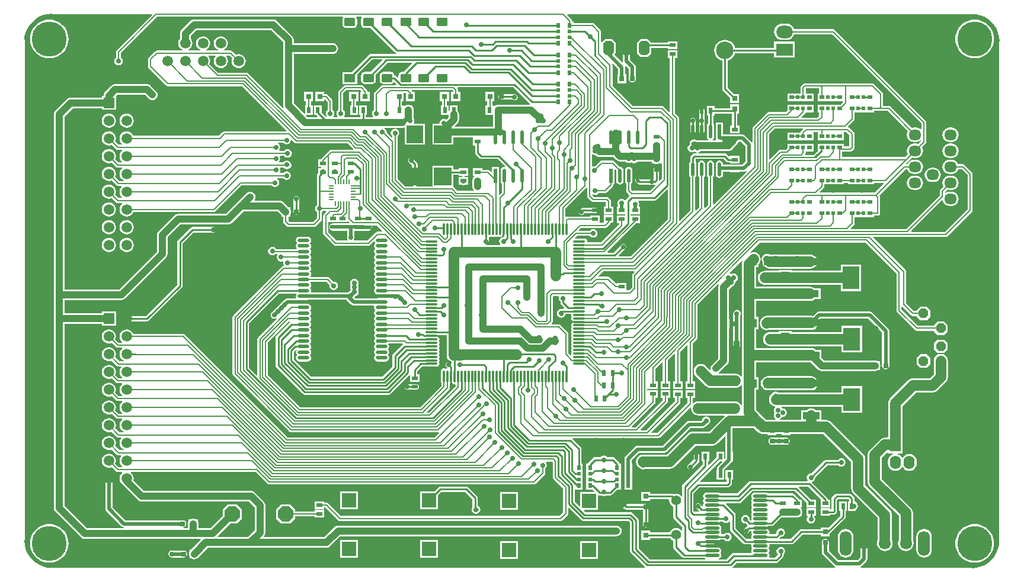
<source format=gtl>
%FSLAX43Y43*%
%MOMM*%
G71*
G01*
G75*
G04 Layer_Physical_Order=1*
G04 Layer_Color=255*
%ADD10R,0.650X0.600*%
%ADD11R,0.500X0.600*%
%ADD12R,0.800X0.800*%
%ADD13R,0.900X1.300*%
%ADD14R,1.300X0.900*%
%ADD15R,0.800X0.800*%
%ADD16R,0.850X0.600*%
%ADD17R,0.600X0.850*%
%ADD18R,0.600X0.650*%
%ADD19R,0.600X0.500*%
%ADD20O,1.800X0.300*%
%ADD21O,0.300X1.800*%
%ADD22O,2.100X0.450*%
%ADD23R,2.400X3.300*%
%ADD24R,2.400X1.000*%
%ADD25O,0.510X2.000*%
%ADD26R,0.510X2.000*%
%ADD27R,2.400X2.500*%
%ADD28R,2.500X2.500*%
%ADD29O,1.650X0.550*%
%ADD30O,0.700X0.200*%
%ADD31O,0.200X0.700*%
%ADD32C,0.254*%
%ADD33C,0.200*%
%ADD34C,1.000*%
%ADD35C,0.250*%
%ADD36C,1.500*%
%ADD37C,0.500*%
%ADD38C,0.245*%
%ADD39O,1.800X1.524*%
%ADD40O,1.800X1.500*%
%ADD41O,5.000X4.000*%
%ADD42C,3.000*%
%ADD43P,1.524X8X112.5*%
%ADD44C,0.600*%
%ADD45C,5.000*%
%ADD46C,1.700*%
%ADD47O,1.700X3.556*%
G04:AMPARAMS|DCode=48|XSize=2.032mm|YSize=1.524mm|CornerRadius=0mm|HoleSize=0mm|Usage=FLASHONLY|Rotation=270.000|XOffset=0mm|YOffset=0mm|HoleType=Round|Shape=Octagon|*
%AMOCTAGOND48*
4,1,8,-0.381,-1.016,0.381,-1.016,0.762,-0.635,0.762,0.635,0.381,1.016,-0.381,1.016,-0.762,0.635,-0.762,-0.635,-0.381,-1.016,0.0*
%
%ADD48OCTAGOND48*%

%ADD49O,2.400X1.800*%
%ADD50R,2.400X1.800*%
G04:AMPARAMS|DCode=51|XSize=1.2mm|YSize=1.6mm|CornerRadius=0.3mm|HoleSize=0mm|Usage=FLASHONLY|Rotation=270.000|XOffset=0mm|YOffset=0mm|HoleType=Round|Shape=RoundedRectangle|*
%AMROUNDEDRECTD51*
21,1,1.200,1.000,0,0,270.0*
21,1,0.600,1.600,0,0,270.0*
1,1,0.600,-0.500,-0.300*
1,1,0.600,-0.500,0.300*
1,1,0.600,0.500,0.300*
1,1,0.600,0.500,-0.300*
%
%ADD51ROUNDEDRECTD51*%
%ADD52R,1.600X1.200*%
%ADD53C,1.397*%
%ADD54C,3.800*%
%ADD55O,1.600X1.900*%
%ADD56R,1.600X1.900*%
%ADD57C,2.032*%
%ADD58R,2.032X2.032*%
%ADD59C,1.500*%
%ADD60R,1.500X1.500*%
%ADD61R,1.500X1.500*%
%ADD62C,2.500*%
%ADD63P,2.337X8X202.5*%
%ADD64C,0.700*%
%ADD65C,1.000*%
G36*
X188441Y156437D02*
X189043Y156292D01*
X189616Y156055D01*
X190144Y155732D01*
X190615Y155329D01*
X191018Y154858D01*
X191341Y154330D01*
X191578Y153757D01*
X191723Y153155D01*
X191768Y152581D01*
X191752Y152558D01*
X191721Y152400D01*
Y81026D01*
X191737Y80948D01*
X191705Y80545D01*
X191560Y79943D01*
X191323Y79370D01*
X191000Y78842D01*
X190597Y78371D01*
X190126Y77968D01*
X189598Y77645D01*
X189025Y77408D01*
X188423Y77263D01*
X187865Y77219D01*
X187826Y77246D01*
X187668Y77277D01*
X171971D01*
X171934Y77398D01*
X172067Y77488D01*
X172750Y78171D01*
X172862Y78337D01*
X172901Y78534D01*
Y80772D01*
X172862Y80969D01*
X172750Y81135D01*
X172584Y81247D01*
X172387Y81286D01*
X172190Y81247D01*
X172024Y81135D01*
X171912Y80969D01*
X171873Y80772D01*
Y78747D01*
X171491Y78365D01*
X168742D01*
X167392Y79715D01*
Y80911D01*
X167353Y81108D01*
X167241Y81274D01*
X167075Y81386D01*
X166878Y81425D01*
X166681Y81386D01*
X166515Y81274D01*
X166403Y81108D01*
X166364Y80911D01*
Y79502D01*
X166403Y79305D01*
X166515Y79139D01*
X168166Y77488D01*
X168299Y77398D01*
X168262Y77277D01*
X153684D01*
X153636Y77394D01*
X154212Y77971D01*
X159893D01*
X160042Y78000D01*
X160168Y78084D01*
X160803Y78719D01*
X160887Y78845D01*
X160892Y78870D01*
X160916Y78994D01*
Y79162D01*
X160963Y79194D01*
X161097Y79393D01*
X161144Y79629D01*
X161097Y79865D01*
X160963Y80064D01*
X160764Y80198D01*
X160528Y80245D01*
X160292Y80198D01*
X160093Y80064D01*
X159959Y79865D01*
X159912Y79629D01*
X159959Y79393D01*
X160093Y79194D01*
X159920Y78935D01*
X159732Y78747D01*
X158916D01*
X158856Y78859D01*
X158879Y78894D01*
X158916Y79080D01*
X158879Y79267D01*
X158787Y79405D01*
X158879Y79544D01*
X158916Y79730D01*
X158879Y79917D01*
X158787Y80055D01*
X158879Y80194D01*
X158916Y80380D01*
X158884Y80544D01*
X158964Y80642D01*
X162056D01*
X162205Y80672D01*
X162331Y80756D01*
X163598Y82023D01*
X166224D01*
Y81757D01*
X167532D01*
Y82147D01*
X169693Y84307D01*
X169777Y84433D01*
X169806Y84582D01*
Y85427D01*
X169972D01*
Y86785D01*
X168864D01*
Y85427D01*
X169030D01*
Y84743D01*
X167352Y83065D01*
X166224D01*
Y82799D01*
X163437D01*
X163288Y82770D01*
X163162Y82686D01*
X161896Y81419D01*
X160366D01*
X160318Y81536D01*
X160473Y81691D01*
X160528Y81680D01*
X160764Y81727D01*
X160963Y81861D01*
X161097Y82060D01*
X161144Y82296D01*
X161097Y82532D01*
X160963Y82731D01*
X160764Y82865D01*
X160528Y82912D01*
X160292Y82865D01*
X160093Y82731D01*
X159959Y82532D01*
X159912Y82296D01*
X159923Y82241D01*
X159752Y82069D01*
X158964D01*
X158884Y82167D01*
X158916Y82330D01*
X158879Y82517D01*
X158773Y82676D01*
X158615Y82782D01*
X158428Y82819D01*
X158059D01*
X157978Y82917D01*
X157991Y82980D01*
X157978Y83044D01*
X158059Y83142D01*
X158428D01*
X158615Y83179D01*
X158708Y83242D01*
X159195D01*
X159344Y83272D01*
X159470Y83356D01*
X160595Y84481D01*
X160782Y84456D01*
X162814D01*
X163011Y84482D01*
X163194Y84558D01*
X163331Y84663D01*
X163493D01*
Y84886D01*
X163549Y85020D01*
X163575Y85217D01*
X163549Y85414D01*
X163493Y85548D01*
Y85771D01*
X163413D01*
X163339Y85874D01*
X163350Y85907D01*
X163493D01*
Y87015D01*
X163179D01*
X163178Y87019D01*
X163173Y87044D01*
X163089Y87170D01*
X162454Y87805D01*
X162328Y87889D01*
X162179Y87919D01*
X158708D01*
X158615Y87982D01*
X158428Y88019D01*
X156778D01*
X156591Y87982D01*
X156432Y87876D01*
X156326Y87717D01*
X156289Y87530D01*
X156326Y87344D01*
X156419Y87205D01*
X156326Y87067D01*
X156289Y86880D01*
X156326Y86694D01*
X156419Y86555D01*
X156326Y86417D01*
X156289Y86230D01*
X156326Y86044D01*
X156419Y85905D01*
X156326Y85767D01*
X156289Y85580D01*
X156326Y85394D01*
X156419Y85255D01*
X156326Y85117D01*
X156289Y84930D01*
X156326Y84744D01*
X156419Y84605D01*
X156326Y84467D01*
X156289Y84280D01*
X156322Y84117D01*
X156288Y84076D01*
X156161Y84069D01*
X156085Y84146D01*
X156096Y84201D01*
X156049Y84437D01*
X155915Y84636D01*
X155716Y84770D01*
X155480Y84817D01*
X155244Y84770D01*
X155044Y84636D01*
X154911Y84437D01*
X154864Y84201D01*
X154911Y83965D01*
X155044Y83766D01*
X155244Y83632D01*
X155480Y83585D01*
X155535Y83596D01*
X155747Y83384D01*
X155735Y83258D01*
X155731Y83255D01*
X155300Y82825D01*
X155216Y82699D01*
X155187Y82550D01*
X155216Y82401D01*
X155300Y82275D01*
X155426Y82191D01*
X155575Y82162D01*
X155724Y82191D01*
X155850Y82275D01*
X156141Y82566D01*
X156267Y82560D01*
X156322Y82494D01*
X156289Y82330D01*
X156326Y82144D01*
X156419Y82005D01*
X156326Y81867D01*
X156289Y81680D01*
X156322Y81517D01*
X156241Y81419D01*
X155604D01*
X154058Y82965D01*
Y84836D01*
X154029Y84985D01*
X153945Y85111D01*
X152681Y86375D01*
X152729Y86492D01*
X154571D01*
X154720Y86522D01*
X154846Y86606D01*
X156498Y88258D01*
X162526D01*
X164167Y86617D01*
Y85933D01*
X165525D01*
Y87041D01*
X164841D01*
X163107Y88775D01*
X163156Y88893D01*
X164431D01*
X166223Y87100D01*
X166199Y87041D01*
X166199D01*
X166199Y87041D01*
Y85933D01*
X167557D01*
Y87041D01*
X167257D01*
X167237Y87144D01*
X167153Y87270D01*
X164960Y89463D01*
X164997Y89584D01*
X165082Y89601D01*
X165281Y89735D01*
X165415Y89934D01*
X165462Y90170D01*
X165451Y90225D01*
X167166Y91941D01*
X168697D01*
X168729Y91894D01*
X168928Y91760D01*
X169164Y91713D01*
X169400Y91760D01*
X169599Y91894D01*
X169733Y92093D01*
X169780Y92329D01*
X169733Y92565D01*
X169599Y92764D01*
X169400Y92898D01*
X169164Y92945D01*
X168928Y92898D01*
X168729Y92764D01*
X168697Y92717D01*
X167005D01*
X166856Y92688D01*
X166730Y92604D01*
X164901Y90775D01*
X164846Y90786D01*
X164610Y90739D01*
X164411Y90605D01*
X164277Y90406D01*
X164230Y90170D01*
X164277Y89934D01*
X164379Y89781D01*
X164319Y89669D01*
X156210D01*
X156061Y89640D01*
X155935Y89556D01*
X154299Y87919D01*
X151808D01*
X151715Y87982D01*
X151528Y88019D01*
X149878D01*
X149691Y87982D01*
X149532Y87876D01*
X149426Y87717D01*
X149389Y87530D01*
X149426Y87344D01*
X149519Y87205D01*
X149426Y87067D01*
X149389Y86880D01*
X149426Y86694D01*
X149519Y86555D01*
X149426Y86417D01*
X149389Y86230D01*
X149408Y86136D01*
X149296Y86076D01*
X148992Y86381D01*
X148866Y86465D01*
X148717Y86494D01*
X148568Y86465D01*
X148442Y86381D01*
X148358Y86255D01*
X148329Y86106D01*
X148358Y85957D01*
X148442Y85831D01*
X148837Y85436D01*
X148789Y85319D01*
X148148D01*
X148054Y85413D01*
Y87942D01*
X148878Y88766D01*
X152908D01*
X153057Y88795D01*
X153183Y88879D01*
X153437Y89133D01*
X153521Y89259D01*
X153550Y89408D01*
Y89872D01*
X153716D01*
Y91230D01*
X152608D01*
Y89872D01*
X152774D01*
Y89569D01*
X152747Y89542D01*
X148989D01*
X148940Y89660D01*
X151819Y92539D01*
X152098D01*
X152147Y92422D01*
X151554Y91829D01*
X151443Y91662D01*
X151404Y91466D01*
Y91230D01*
X151364D01*
Y89872D01*
X152472D01*
Y91230D01*
X152472D01*
X152472Y91293D01*
X153500Y92321D01*
X153611Y92488D01*
X153621Y92539D01*
X153690D01*
Y93897D01*
X153650D01*
Y97227D01*
X153708Y97285D01*
X156680D01*
X157272Y96693D01*
X157272Y96693D01*
X157433Y96569D01*
X157482Y96532D01*
X157625Y96473D01*
X157726Y96431D01*
X157756Y96427D01*
X157988Y96396D01*
X157988Y96396D01*
X158604D01*
Y96235D01*
X159912D01*
Y96396D01*
X160636D01*
Y96235D01*
X161944D01*
Y96396D01*
X166586D01*
X170564Y92418D01*
Y88646D01*
X170564Y88646D01*
X170595Y88414D01*
X170599Y88384D01*
X170700Y88140D01*
X170861Y87930D01*
X174374Y84417D01*
Y81212D01*
X174311Y81060D01*
X174273Y80772D01*
X174311Y80484D01*
X174423Y80215D01*
X174600Y79985D01*
X174830Y79808D01*
X175099Y79696D01*
X175387Y79658D01*
X175675Y79696D01*
X175944Y79808D01*
X176174Y79985D01*
X176351Y80215D01*
X176463Y80484D01*
X176501Y80772D01*
X176463Y81060D01*
X176400Y81212D01*
Y84836D01*
X176365Y85098D01*
X176264Y85342D01*
X176103Y85552D01*
X176103Y85552D01*
X172590Y89065D01*
Y92837D01*
X172555Y93099D01*
X172454Y93343D01*
X172293Y93553D01*
X172293Y93553D01*
X167721Y98125D01*
X167511Y98286D01*
X167267Y98387D01*
X167237Y98391D01*
X167005Y98422D01*
X167005Y98422D01*
X166321D01*
Y99800D01*
X165534D01*
X165373Y99923D01*
X165129Y100024D01*
X164867Y100059D01*
X164605Y100024D01*
X164361Y99923D01*
X164200Y99800D01*
X163413D01*
Y98422D01*
X160468D01*
X160431Y98543D01*
X160552Y98625D01*
X160686Y98824D01*
X160690Y98844D01*
X160782Y98825D01*
X161018Y98872D01*
X161217Y99006D01*
X161351Y99205D01*
X161398Y99441D01*
X161351Y99677D01*
X161217Y99876D01*
X161018Y100010D01*
X160782Y100057D01*
X160732Y100047D01*
X160716Y100058D01*
Y100058D01*
X160716Y100058D01*
X160607Y100221D01*
X160666Y100333D01*
X169213D01*
Y99442D01*
X172121D01*
Y103250D01*
X169213D01*
Y102359D01*
X162067D01*
Y102370D01*
X160259D01*
Y102359D01*
X160098D01*
X160002Y102423D01*
X159766Y102470D01*
X159530Y102423D01*
X159331Y102289D01*
X159212Y102112D01*
X159147Y102062D01*
X158986Y101852D01*
X158885Y101608D01*
X158850Y101346D01*
X158885Y101084D01*
X158986Y100840D01*
X159147Y100630D01*
X159357Y100469D01*
X159601Y100368D01*
X159651Y100361D01*
X159704Y100246D01*
X159578Y100058D01*
X159531Y99822D01*
X159578Y99586D01*
X159660Y99463D01*
X159548Y99296D01*
X159501Y99060D01*
X159548Y98824D01*
X159682Y98625D01*
X159803Y98543D01*
X159766Y98422D01*
X158407D01*
X157815Y99014D01*
X156969Y99860D01*
Y102728D01*
X157361D01*
Y104536D01*
X156969D01*
Y106669D01*
X164804D01*
X165839Y105634D01*
X165997Y105513D01*
X166126Y105460D01*
X166180Y105437D01*
X166377Y105411D01*
X174002D01*
X174199Y105437D01*
X174382Y105513D01*
X174388Y105518D01*
X174656D01*
Y105786D01*
X174661Y105792D01*
X174737Y105975D01*
X174763Y106172D01*
X174737Y106369D01*
X174661Y106552D01*
X174656Y106558D01*
Y106826D01*
X174388D01*
X174382Y106831D01*
X174199Y106907D01*
X174002Y106933D01*
X166692D01*
X166321Y107304D01*
Y108436D01*
X165534D01*
X165373Y108559D01*
X165129Y108660D01*
X164867Y108695D01*
X156969D01*
Y111364D01*
X157361D01*
Y113172D01*
X156969D01*
Y115432D01*
X164740D01*
X165002Y115467D01*
X165246Y115568D01*
X165407Y115691D01*
X166194D01*
Y117199D01*
X165407D01*
X165246Y117322D01*
X165002Y117423D01*
X164740Y117458D01*
X157022D01*
Y119727D01*
X157022Y119727D01*
X156991Y119958D01*
X156987Y119989D01*
X156969Y120033D01*
Y120254D01*
X157361D01*
Y120684D01*
X157373Y120696D01*
X157534Y120906D01*
X157635Y121150D01*
X157670Y121411D01*
X157797Y121411D01*
X157822Y121215D01*
X157898Y121032D01*
X157916Y121009D01*
X157946Y120783D01*
X158047Y120539D01*
X158208Y120329D01*
X158418Y120168D01*
X158662Y120067D01*
X158924Y120032D01*
X164740D01*
X165002Y120067D01*
X165246Y120168D01*
X165456Y120329D01*
X165617Y120539D01*
X165718Y120783D01*
X165753Y121045D01*
X165718Y121307D01*
X165617Y121551D01*
X165456Y121761D01*
X165246Y121922D01*
X165002Y122023D01*
X164740Y122058D01*
X158954D01*
X158937Y122071D01*
X158754Y122147D01*
X158557Y122173D01*
X158360Y122147D01*
X158177Y122071D01*
X158019Y121950D01*
X157898Y121792D01*
X157822Y121609D01*
X157797Y121413D01*
X157670Y121413D01*
X157635Y121674D01*
X157534Y121918D01*
X157373Y122128D01*
X157163Y122289D01*
X156919Y122390D01*
X156657Y122425D01*
X156395Y122390D01*
X156220Y122318D01*
X156150Y122423D01*
X157514Y123788D01*
X172627D01*
X177058Y119357D01*
Y114046D01*
X177086Y113908D01*
X177164Y113791D01*
X179674Y111281D01*
X179791Y111203D01*
X179929Y111175D01*
X182439D01*
Y111057D01*
X182918Y110578D01*
X183876D01*
X184355Y111057D01*
Y112015D01*
X183876Y112494D01*
X182918D01*
X182439Y112015D01*
Y111897D01*
X180079D01*
X177780Y114196D01*
Y114533D01*
X177897Y114581D01*
X179098Y113381D01*
X179215Y113302D01*
X179353Y113275D01*
X179939D01*
Y113157D01*
X180418Y112678D01*
X181376D01*
X181855Y113157D01*
Y114115D01*
X181376Y114594D01*
X180418D01*
X179939Y114115D01*
Y113997D01*
X179503D01*
X178415Y115085D01*
Y119634D01*
X178387Y119772D01*
X178309Y119889D01*
X173728Y124471D01*
X173776Y124588D01*
X184131D01*
X184269Y124616D01*
X184386Y124694D01*
X187834Y128142D01*
X187912Y128259D01*
X187940Y128397D01*
Y133604D01*
X187912Y133742D01*
X187834Y133859D01*
X186818Y134875D01*
X186701Y134953D01*
X186563Y134981D01*
X185873D01*
X185810Y135132D01*
X185648Y135345D01*
X185435Y135507D01*
X185188Y135610D01*
X184923Y135645D01*
X184647D01*
X184382Y135610D01*
X184135Y135507D01*
X183922Y135345D01*
X183760Y135132D01*
X183657Y134885D01*
X183622Y134620D01*
X183657Y134355D01*
X183760Y134108D01*
X183922Y133895D01*
X184135Y133733D01*
X184382Y133630D01*
X184647Y133595D01*
X184923D01*
X185188Y133630D01*
X185435Y133733D01*
X185648Y133895D01*
X185810Y134108D01*
X185873Y134259D01*
X186413D01*
X187218Y133454D01*
Y128546D01*
X183982Y125310D01*
X179199D01*
X179151Y125427D01*
X183538Y129815D01*
X183657Y129775D01*
X183760Y129528D01*
X183922Y129315D01*
X184135Y129153D01*
X184382Y129050D01*
X184647Y129015D01*
X184923D01*
X185188Y129050D01*
X185435Y129153D01*
X185648Y129315D01*
X185810Y129528D01*
X185913Y129775D01*
X185948Y130040D01*
X185913Y130305D01*
X185810Y130552D01*
X185648Y130765D01*
X185435Y130927D01*
X185188Y131030D01*
X184923Y131065D01*
X184647D01*
X184382Y131030D01*
X184135Y130927D01*
X184060Y130870D01*
X184007Y130896D01*
X183987Y131021D01*
X184328Y131362D01*
X184382Y131340D01*
X184647Y131305D01*
X184923D01*
X185188Y131340D01*
X185435Y131443D01*
X185648Y131605D01*
X185810Y131818D01*
X185913Y132065D01*
X185948Y132330D01*
X185913Y132595D01*
X185810Y132842D01*
X185648Y133055D01*
X185435Y133217D01*
X185188Y133320D01*
X184923Y133355D01*
X184647D01*
X184382Y133320D01*
X184135Y133217D01*
X183922Y133055D01*
X183760Y132842D01*
X183657Y132595D01*
X183622Y132330D01*
X183657Y132065D01*
X183760Y131818D01*
X183761Y131816D01*
X183330Y131385D01*
X183252Y131268D01*
X183224Y131130D01*
Y130521D01*
X178413Y125710D01*
X170563D01*
X170515Y125827D01*
X170938Y126251D01*
X171016Y126368D01*
X171044Y126506D01*
Y127424D01*
X173812D01*
Y127617D01*
X174371D01*
X174509Y127645D01*
X174626Y127723D01*
X174704Y127840D01*
X174732Y127978D01*
Y130302D01*
X174704Y130440D01*
X174627Y130556D01*
X178331Y134259D01*
X178617D01*
X178680Y134108D01*
X178842Y133895D01*
X179055Y133733D01*
X179302Y133630D01*
X179567Y133595D01*
X179843D01*
X180108Y133630D01*
X180355Y133733D01*
X180568Y133895D01*
X180730Y134108D01*
X180833Y134355D01*
X180868Y134620D01*
X180833Y134885D01*
X180730Y135132D01*
X180568Y135345D01*
X180355Y135507D01*
X180108Y135610D01*
X179843Y135645D01*
X179567D01*
X179302Y135610D01*
X179055Y135507D01*
X178842Y135345D01*
X178680Y135132D01*
X178617Y134981D01*
X178452D01*
X178404Y135098D01*
X178686Y135381D01*
X179248Y135942D01*
X179302Y135920D01*
X179567Y135885D01*
X179843D01*
X180108Y135920D01*
X180355Y136023D01*
X180568Y136185D01*
X180730Y136398D01*
X180833Y136645D01*
X180868Y136910D01*
X180833Y137175D01*
X180730Y137422D01*
X180729Y137424D01*
X181230Y137925D01*
X181308Y138042D01*
X181336Y138180D01*
Y140970D01*
X181308Y141108D01*
X181230Y141225D01*
X168276Y154179D01*
X168159Y154257D01*
X168021Y154285D01*
X162436D01*
X162344Y154506D01*
X162159Y154747D01*
X161918Y154932D01*
X161637Y155048D01*
X161336Y155088D01*
X160736D01*
X160435Y155048D01*
X160154Y154932D01*
X159913Y154747D01*
X159728Y154506D01*
X159612Y154225D01*
X159572Y153924D01*
X159612Y153623D01*
X159728Y153342D01*
X159913Y153101D01*
X160154Y152916D01*
X160435Y152800D01*
X160736Y152760D01*
X161336D01*
X161637Y152800D01*
X161918Y152916D01*
X162159Y153101D01*
X162344Y153342D01*
X162436Y153563D01*
X167872D01*
X180614Y140820D01*
Y140033D01*
X180500Y139976D01*
X180355Y140087D01*
X180108Y140190D01*
X179843Y140225D01*
X179567D01*
X179302Y140190D01*
X179248Y140168D01*
X176196Y143219D01*
X176079Y143297D01*
X175941Y143325D01*
X175113D01*
Y145034D01*
X175085Y145172D01*
X175007Y145289D01*
X173864Y146432D01*
X173747Y146510D01*
X173609Y146538D01*
X163957D01*
X163819Y146510D01*
X163702Y146432D01*
X163467Y146197D01*
X163389Y146080D01*
X163361Y145942D01*
Y145118D01*
X161468D01*
Y144010D01*
X165176D01*
Y145118D01*
X164083D01*
Y145792D01*
X164107Y145816D01*
X166004D01*
Y145118D01*
X165786D01*
Y144010D01*
X169369D01*
X169417Y143893D01*
X169043Y143518D01*
X165786D01*
Y142410D01*
X166004D01*
Y141876D01*
X165750Y141623D01*
X163578D01*
X163530Y141740D01*
X163977Y142188D01*
X164055Y142305D01*
X164076Y142410D01*
X165176D01*
Y143518D01*
X161468D01*
Y142623D01*
X161268Y142423D01*
X158818D01*
X158680Y142395D01*
X158563Y142317D01*
X156571Y140325D01*
X156493Y140208D01*
X156465Y140070D01*
Y138159D01*
X156344Y138122D01*
X156319Y138158D01*
X155405Y139073D01*
X155238Y139184D01*
X155041Y139223D01*
X154603D01*
Y139264D01*
X153245D01*
Y139223D01*
X152279D01*
Y139700D01*
X152274Y139725D01*
Y140954D01*
X151256D01*
Y139725D01*
X151251Y139700D01*
Y138862D01*
X151256Y138838D01*
Y138446D01*
D01*
Y138446D01*
X151245Y138435D01*
X150852D01*
X150815Y138557D01*
X150862Y138588D01*
X150974Y138756D01*
X151014Y138955D01*
Y140445D01*
X150974Y140644D01*
X150883Y140780D01*
Y141942D01*
X151049D01*
Y142233D01*
X153536D01*
Y140508D01*
X153245D01*
Y139400D01*
X154603D01*
Y140508D01*
X154312D01*
Y142233D01*
X154578D01*
Y143541D01*
X153270D01*
Y143009D01*
X151049D01*
Y143300D01*
X149941D01*
Y141942D01*
X150107D01*
Y140780D01*
X150016Y140644D01*
X149976Y140445D01*
Y138955D01*
X150016Y138756D01*
X150128Y138588D01*
X150175Y138557D01*
X150138Y138435D01*
X148528D01*
X148445Y138491D01*
X148209Y138538D01*
X147973Y138491D01*
X147899Y138441D01*
X147882Y138445D01*
X147882D01*
X147882D01*
X147842Y138437D01*
X147783Y138425D01*
X147783Y138425D01*
X147783D01*
X147665Y138376D01*
X147665Y138376D01*
X147581Y138320D01*
Y138320D01*
X147581D01*
X147525Y138236D01*
X147512Y138170D01*
X147506Y138137D01*
Y137798D01*
X147393Y137722D01*
X147259Y137523D01*
X147212Y137287D01*
X147259Y137051D01*
X147393Y136852D01*
X147592Y136718D01*
X147828Y136671D01*
X148064Y136718D01*
X148187Y136800D01*
X148354Y136688D01*
X148501Y136659D01*
X148489Y136532D01*
X148209D01*
X148060Y136503D01*
X147934Y136419D01*
X147680Y136165D01*
X147596Y136039D01*
X147567Y135890D01*
Y135340D01*
X147476Y135204D01*
X147436Y135005D01*
Y133515D01*
X147476Y133316D01*
X147588Y133148D01*
X147594Y133144D01*
Y128398D01*
X146103Y126907D01*
X145985Y126956D01*
Y141537D01*
X145958Y141675D01*
X145880Y141792D01*
X145395Y142277D01*
Y150195D01*
X145713D01*
Y151303D01*
X144355D01*
Y150195D01*
X144673D01*
Y142522D01*
X144556Y142474D01*
X143826Y143203D01*
X143709Y143281D01*
X143571Y143309D01*
X139403D01*
X136489Y146223D01*
Y149109D01*
X136461Y149247D01*
X136411Y149322D01*
X136509Y149403D01*
X137293Y148619D01*
Y147847D01*
X137153D01*
Y146539D01*
X138461D01*
Y147847D01*
X138321D01*
Y148832D01*
X138293Y148971D01*
X138405Y149031D01*
X138793Y148643D01*
Y147193D01*
X138832Y146996D01*
X138944Y146830D01*
X139110Y146718D01*
X139307Y146679D01*
X139504Y146718D01*
X139670Y146830D01*
X139782Y146996D01*
X139821Y147193D01*
Y148856D01*
X139782Y149053D01*
X139670Y149219D01*
X138944Y149946D01*
Y151638D01*
X138905Y151835D01*
X138793Y152001D01*
X138627Y152113D01*
X138430Y152152D01*
X138233Y152113D01*
X138067Y152001D01*
X137955Y151835D01*
X137916Y151638D01*
Y149733D01*
X137944Y149594D01*
X137832Y149534D01*
X136698Y150668D01*
X136906Y150876D01*
Y152400D01*
X136398Y152908D01*
X135382D01*
X134966Y152492D01*
X134849Y152541D01*
Y153929D01*
X134821Y154067D01*
X134743Y154184D01*
X133854Y155073D01*
X133737Y155151D01*
X133599Y155179D01*
X130894D01*
Y155397D01*
X130701D01*
Y155488D01*
X130673Y155626D01*
X130595Y155743D01*
X130003Y156336D01*
X130051Y156453D01*
X187960D01*
X188038Y156469D01*
X188441Y156437D01*
D02*
G37*
G36*
X155442Y137582D02*
Y135341D01*
X155007Y134905D01*
X154603D01*
Y134946D01*
X153245D01*
Y134905D01*
X152284D01*
Y135005D01*
X152244Y135204D01*
X152132Y135372D01*
X151964Y135484D01*
X151765Y135524D01*
X151566Y135484D01*
X151398Y135372D01*
X151286Y135204D01*
X151246Y135005D01*
Y133515D01*
X151286Y133316D01*
X151398Y133148D01*
X151566Y133036D01*
X151765Y132996D01*
X151964Y133036D01*
X152132Y133148D01*
X152244Y133316D01*
X152284Y133515D01*
Y133878D01*
X153245D01*
Y133838D01*
X154603D01*
Y133878D01*
X155220D01*
X155416Y133917D01*
X155526Y133990D01*
X155607Y133892D01*
X150973Y129259D01*
X150856Y129307D01*
Y133144D01*
X150862Y133148D01*
X150974Y133316D01*
X151014Y133515D01*
Y135005D01*
X150974Y135204D01*
X150862Y135372D01*
X150694Y135484D01*
X150495Y135524D01*
X150296Y135484D01*
X150128Y135372D01*
X150016Y135204D01*
X149976Y135005D01*
Y133515D01*
X150016Y133316D01*
X150128Y133148D01*
X150134Y133144D01*
Y129182D01*
X149703Y128751D01*
X149586Y128799D01*
Y133144D01*
X149592Y133148D01*
X149704Y133316D01*
X149744Y133515D01*
Y135005D01*
X149704Y135204D01*
X149592Y135372D01*
X149424Y135484D01*
X149225Y135524D01*
X149026Y135484D01*
X148858Y135372D01*
X148746Y135204D01*
X148706Y135005D01*
Y133515D01*
X148746Y133316D01*
X148858Y133148D01*
X148864Y133144D01*
Y128801D01*
X148433Y128370D01*
X148316Y128418D01*
Y133144D01*
X148322Y133148D01*
X148434Y133316D01*
X148474Y133515D01*
Y135005D01*
X148434Y135204D01*
X148343Y135340D01*
Y135729D01*
X148370Y135756D01*
X152366D01*
X152760Y135361D01*
X152886Y135277D01*
X153035Y135248D01*
X153245D01*
Y135082D01*
X154603D01*
Y136190D01*
X153245D01*
Y136141D01*
X153128Y136093D01*
X152802Y136419D01*
X152676Y136503D01*
X152527Y136532D01*
X148691D01*
X148679Y136659D01*
X148826Y136688D01*
X149025Y136822D01*
X149079Y136901D01*
X153225D01*
X153325Y136921D01*
X153409Y136977D01*
X153663Y137231D01*
X154287Y137855D01*
Y137855D01*
X154287D01*
X154298Y137872D01*
X154343Y137939D01*
X154363Y138038D01*
Y138038D01*
Y138038D01*
X154359Y138057D01*
X154439Y138156D01*
X154603D01*
Y138196D01*
X154829D01*
X155442Y137582D01*
D02*
G37*
G36*
X133749Y136337D02*
X133985Y136290D01*
X134025Y136298D01*
X134082Y136241D01*
X134240Y136120D01*
X134369Y136067D01*
X134423Y136044D01*
X134620Y136018D01*
X136591D01*
X137003Y135606D01*
X137161Y135485D01*
X137252Y135447D01*
X137344Y135409D01*
X137541Y135383D01*
X138338D01*
X138376Y135328D01*
X138575Y135194D01*
X138811Y135147D01*
X139047Y135194D01*
X139170Y135276D01*
X139337Y135164D01*
X139573Y135117D01*
X139809Y135164D01*
X140008Y135298D01*
X140066Y135383D01*
X142084D01*
X142089Y135371D01*
X142094Y135365D01*
Y135097D01*
X142362D01*
X142368Y135092D01*
X142551Y135016D01*
X142748Y134990D01*
X142945Y135016D01*
X143128Y135092D01*
X143134Y135097D01*
X143402D01*
Y135097D01*
X143412D01*
X143502Y135007D01*
Y132865D01*
X143238Y132601D01*
X143126Y132660D01*
X143136Y132715D01*
Y134251D01*
X143107Y134400D01*
X143023Y134526D01*
X142897Y134610D01*
X142748Y134639D01*
X142599Y134610D01*
X142473Y134526D01*
X142389Y134400D01*
X142360Y134251D01*
Y132876D01*
X142333Y132849D01*
X140525D01*
X140356Y133019D01*
X140230Y133103D01*
X140081Y133132D01*
X139932Y133103D01*
X139806Y133019D01*
X139722Y132893D01*
X139693Y132744D01*
X139722Y132595D01*
X139806Y132469D01*
X140089Y132186D01*
X140215Y132102D01*
X140364Y132073D01*
X142494D01*
X142549Y132083D01*
X142608Y131971D01*
X141808Y131171D01*
X139342D01*
X139172Y131340D01*
Y132234D01*
X139178Y132238D01*
X139290Y132406D01*
X139330Y132605D01*
Y134095D01*
X139290Y134294D01*
X139178Y134462D01*
X139010Y134574D01*
X138811Y134614D01*
X138612Y134574D01*
X138444Y134462D01*
X138332Y134294D01*
X138292Y134095D01*
Y132605D01*
X138332Y132406D01*
X138444Y132238D01*
X138450Y132234D01*
Y131191D01*
X138478Y131053D01*
X138556Y130936D01*
X138666Y130825D01*
X138917Y130450D01*
X138409Y129942D01*
X138325Y129816D01*
X138230Y129848D01*
X138230Y129848D01*
Y129848D01*
X138031Y129982D01*
X137795Y130029D01*
X137559Y129982D01*
X137360Y129848D01*
X137226Y129649D01*
X137179Y129413D01*
X137226Y129177D01*
X137281Y129095D01*
Y128925D01*
X137116D01*
Y127817D01*
X138296D01*
Y127681D01*
X137116D01*
Y126573D01*
X137434D01*
Y126387D01*
X134846Y123800D01*
X132942D01*
X132862Y123898D01*
X132870Y123939D01*
X132839Y124097D01*
X132749Y124230D01*
X132616Y124320D01*
X132458Y124351D01*
X131181D01*
X131132Y124468D01*
X131398Y124734D01*
X133246D01*
X133296Y124660D01*
X133495Y124526D01*
X133731Y124479D01*
X133967Y124526D01*
X134166Y124660D01*
X134300Y124859D01*
X134347Y125095D01*
X134300Y125331D01*
X134166Y125530D01*
X133967Y125664D01*
X133731Y125711D01*
X133495Y125664D01*
X133296Y125530D01*
X133246Y125456D01*
X131720D01*
X131672Y125573D01*
X131975Y125877D01*
X135382D01*
X135520Y125905D01*
X135637Y125983D01*
X136145Y126491D01*
X136217Y126599D01*
X136569D01*
Y127707D01*
X135211D01*
Y126599D01*
X134664D01*
Y127681D01*
X133306D01*
Y127488D01*
X130048D01*
X129910Y127460D01*
X129881Y127441D01*
X129769Y127501D01*
Y128621D01*
X132730Y131582D01*
X132847Y131533D01*
Y130444D01*
X132875Y130306D01*
X132953Y130189D01*
X133476Y129666D01*
X133593Y129588D01*
X133731Y129560D01*
X135486D01*
X135529Y129518D01*
Y128951D01*
X135211D01*
Y127843D01*
X136569D01*
Y128951D01*
X136251D01*
Y129667D01*
X136223Y129805D01*
X136145Y129922D01*
X135891Y130176D01*
X135774Y130254D01*
X135636Y130282D01*
X133880D01*
X133635Y130527D01*
X133654Y130653D01*
X133681Y130668D01*
X133749Y130622D01*
X133985Y130575D01*
X134221Y130622D01*
X134420Y130756D01*
X134470Y130830D01*
X135382D01*
X135520Y130858D01*
X135637Y130936D01*
X136526Y131825D01*
X136604Y131942D01*
X136632Y132080D01*
Y132096D01*
X136780D01*
Y134197D01*
X136897Y134245D01*
X137026Y134116D01*
X137022Y134095D01*
Y132605D01*
X137062Y132406D01*
X137174Y132238D01*
X137342Y132126D01*
X137541Y132086D01*
X137740Y132126D01*
X137908Y132238D01*
X138020Y132406D01*
X138060Y132605D01*
Y134095D01*
X138020Y134294D01*
X137908Y134462D01*
X137740Y134574D01*
X137552Y134612D01*
X136780Y135383D01*
X136663Y135461D01*
X136525Y135489D01*
X134874D01*
X134736Y135461D01*
X134619Y135383D01*
X133946Y134710D01*
X133858Y134728D01*
X133667Y134690D01*
X133569Y134770D01*
Y136323D01*
X133681Y136383D01*
X133749Y136337D01*
D02*
G37*
G36*
X113496Y104174D02*
Y103889D01*
X113527Y103731D01*
X113617Y103598D01*
X113750Y103508D01*
X113908Y103477D01*
X113949Y103485D01*
X114047Y103405D01*
Y103255D01*
X110235Y99443D01*
X109956D01*
X109907Y99560D01*
X113113Y102766D01*
X113191Y102883D01*
X113219Y103021D01*
Y103627D01*
X113289Y103731D01*
X113320Y103889D01*
Y104174D01*
X113408Y104216D01*
X113496Y104174D01*
D02*
G37*
G36*
X139616Y119553D02*
X139372Y119308D01*
X139294Y119191D01*
X139266Y119053D01*
Y117370D01*
X138842Y116947D01*
X138474D01*
Y118029D01*
X137116D01*
Y117941D01*
X136999Y117893D01*
X136115Y118776D01*
X135998Y118854D01*
X135860Y118882D01*
X134507D01*
X134459Y118999D01*
X135130Y119670D01*
X139568D01*
X139616Y119553D01*
D02*
G37*
G36*
X178681Y139714D02*
X178680Y139712D01*
X178577Y139465D01*
X178542Y139200D01*
X178577Y138935D01*
X178680Y138688D01*
X178842Y138475D01*
X179055Y138313D01*
X179302Y138210D01*
X179567Y138175D01*
X179843D01*
X180108Y138210D01*
X180355Y138313D01*
X180500Y138424D01*
X180542Y138403D01*
X180562Y138278D01*
X180162Y137878D01*
X180108Y137900D01*
X179843Y137935D01*
X179567D01*
X179302Y137900D01*
X179055Y137797D01*
X178842Y137635D01*
X178680Y137422D01*
X178577Y137175D01*
X178542Y136910D01*
X178577Y136645D01*
X178680Y136398D01*
X178681Y136396D01*
X178281Y135997D01*
X169276D01*
Y136799D01*
X170434D01*
X170572Y136827D01*
X170689Y136905D01*
X170943Y137159D01*
X171021Y137276D01*
X171049Y137414D01*
Y139319D01*
X171021Y139457D01*
X170943Y139574D01*
X170308Y140209D01*
X170191Y140287D01*
X170170Y140292D01*
X170134Y140413D01*
X170938Y141218D01*
X171016Y141335D01*
X171044Y141473D01*
Y142410D01*
X173812D01*
Y142603D01*
X175792D01*
X178681Y139714D01*
D02*
G37*
G36*
X163730Y139984D02*
X163467Y139720D01*
X163389Y139603D01*
X163374Y139530D01*
X161468D01*
Y138422D01*
X165176D01*
Y139530D01*
D01*
Y139530D01*
X165239Y139593D01*
X165786D01*
Y139530D01*
X165786D01*
Y138422D01*
X169494D01*
Y139530D01*
D01*
Y139530D01*
X169557Y139593D01*
X169904D01*
X170327Y139169D01*
Y137564D01*
X170285Y137521D01*
X169494D01*
Y137930D01*
X165786D01*
Y136890D01*
X165176Y136280D01*
X164074D01*
X164014Y136392D01*
X164055Y136454D01*
X164083Y136592D01*
Y136822D01*
X165176D01*
Y137930D01*
X161468D01*
Y137307D01*
X161240Y137080D01*
X160498D01*
X160360Y137052D01*
X160243Y136974D01*
X158985Y135717D01*
X158868Y135765D01*
Y139296D01*
X159673Y140101D01*
X163682D01*
X163730Y139984D01*
D02*
G37*
G36*
X120996Y125274D02*
Y124989D01*
X121020Y124871D01*
Y124645D01*
X120921Y124564D01*
X120904Y124568D01*
X120668Y124521D01*
X120469Y124387D01*
X120335Y124188D01*
X120288Y123952D01*
X120335Y123716D01*
X120444Y123553D01*
X120385Y123441D01*
X118394D01*
X118382Y123567D01*
X118513Y123593D01*
X118639Y123677D01*
X118683Y123721D01*
X118767Y123847D01*
X118796Y123996D01*
Y124499D01*
X118895Y124580D01*
X118908Y124577D01*
X119066Y124608D01*
X119158Y124670D01*
X119250Y124608D01*
X119408Y124577D01*
X119566Y124608D01*
X119658Y124670D01*
X119750Y124608D01*
X119908Y124577D01*
X120066Y124608D01*
X120158Y124670D01*
X120250Y124608D01*
X120408Y124577D01*
X120566Y124608D01*
X120699Y124698D01*
X120789Y124831D01*
X120820Y124989D01*
Y125274D01*
X120908Y125316D01*
X120996Y125274D01*
D02*
G37*
G36*
X95550Y128173D02*
X95249Y127871D01*
X95171Y127754D01*
X95143Y127616D01*
Y125095D01*
X95171Y124957D01*
X95249Y124840D01*
X96646Y123443D01*
X96763Y123365D01*
X96901Y123337D01*
X101600D01*
X101738Y123365D01*
X101855Y123443D01*
X102336Y123923D01*
X102444Y123891D01*
X102561Y123716D01*
Y123678D01*
X102444Y123503D01*
X102403Y123297D01*
X102444Y123091D01*
X102561Y122916D01*
Y122878D01*
X102444Y122703D01*
X102403Y122497D01*
X102444Y122291D01*
X102561Y122116D01*
Y122078D01*
X102444Y121903D01*
X102403Y121697D01*
X102444Y121491D01*
X102561Y121316D01*
Y121278D01*
X102444Y121103D01*
X102403Y120897D01*
X102444Y120691D01*
X102561Y120516D01*
Y120478D01*
X102444Y120303D01*
X102403Y120097D01*
X102444Y119891D01*
X102561Y119716D01*
Y119678D01*
X102444Y119503D01*
X102403Y119297D01*
X102444Y119091D01*
X102561Y118916D01*
Y118878D01*
X102444Y118703D01*
X102403Y118497D01*
X102444Y118291D01*
X102561Y118116D01*
Y118078D01*
X102444Y117903D01*
X102403Y117697D01*
X102444Y117491D01*
X102561Y117316D01*
Y117278D01*
X102444Y117103D01*
X102403Y116897D01*
X102444Y116691D01*
X102561Y116516D01*
X102736Y116399D01*
X102939Y116358D01*
X103009Y116253D01*
X102978Y116097D01*
X103009Y115941D01*
X102939Y115836D01*
X102814Y115811D01*
X99692D01*
X99593Y115910D01*
X99641Y115981D01*
X99660Y116079D01*
X99718Y116137D01*
X99816Y116156D01*
X100015Y116290D01*
X100149Y116489D01*
X100196Y116725D01*
X100149Y116961D01*
X100094Y117043D01*
X100149Y117124D01*
X100196Y117360D01*
X100149Y117596D01*
X100094Y117677D01*
X100149Y117759D01*
X100196Y117995D01*
X100149Y118231D01*
X100015Y118430D01*
X99816Y118564D01*
X99580Y118611D01*
X99344Y118564D01*
X99145Y118430D01*
X99011Y118231D01*
X98964Y117995D01*
X99011Y117759D01*
X99054Y117695D01*
Y117660D01*
X99011Y117596D01*
X98964Y117360D01*
X99011Y117124D01*
X99054Y117060D01*
Y117025D01*
X99011Y116961D01*
X98992Y116863D01*
X98934Y116805D01*
X98836Y116786D01*
X98637Y116652D01*
X98609Y116611D01*
X93475D01*
X93394Y116709D01*
X93431Y116897D01*
X93390Y117103D01*
X93273Y117278D01*
Y117316D01*
X93390Y117491D01*
X93431Y117697D01*
X93390Y117903D01*
X93310Y118024D01*
X93370Y118136D01*
X95602D01*
X96049Y117690D01*
X96031Y117602D01*
X96078Y117366D01*
X96212Y117167D01*
X96411Y117033D01*
X96647Y116986D01*
X96883Y117033D01*
X97082Y117167D01*
X97216Y117366D01*
X97263Y117602D01*
X97216Y117838D01*
X97082Y118037D01*
X96883Y118171D01*
X96647Y118218D01*
X96559Y118200D01*
X96007Y118752D01*
X95890Y118830D01*
X95752Y118858D01*
X93370D01*
X93310Y118970D01*
X93390Y119091D01*
X93431Y119297D01*
X93390Y119503D01*
X93273Y119678D01*
Y119716D01*
X93390Y119891D01*
X93431Y120097D01*
X93390Y120303D01*
X93273Y120478D01*
Y120516D01*
X93390Y120691D01*
X93431Y120897D01*
X93390Y121103D01*
X93273Y121278D01*
Y121316D01*
X93390Y121491D01*
X93431Y121697D01*
X93390Y121903D01*
X93273Y122078D01*
Y122116D01*
X93390Y122291D01*
X93431Y122497D01*
X93390Y122703D01*
X93273Y122878D01*
Y122916D01*
X93390Y123091D01*
X93431Y123297D01*
X93390Y123503D01*
X93273Y123678D01*
Y123716D01*
X93390Y123891D01*
X93431Y124097D01*
X93390Y124303D01*
X93273Y124478D01*
X93098Y124595D01*
X92892Y124636D01*
X91792D01*
X91586Y124595D01*
X91411Y124478D01*
X91294Y124303D01*
X91253Y124097D01*
X91294Y123891D01*
X91411Y123716D01*
Y123678D01*
X91294Y123503D01*
X91253Y123297D01*
X91294Y123091D01*
X91374Y122970D01*
X91314Y122858D01*
X88408D01*
X88319Y122990D01*
X88120Y123124D01*
X87884Y123171D01*
X87648Y123124D01*
X87449Y122990D01*
X87315Y122791D01*
X87268Y122555D01*
X87315Y122319D01*
X87449Y122120D01*
X87648Y121986D01*
X87884Y121939D01*
X88120Y121986D01*
X88319Y122120D01*
X88330Y122136D01*
X88555D01*
X88615Y122024D01*
X88554Y121933D01*
X88507Y121697D01*
X88554Y121461D01*
X88688Y121262D01*
X88887Y121128D01*
X89123Y121081D01*
X89359Y121128D01*
X89446Y120998D01*
X89427Y120904D01*
X89474Y120668D01*
X89543Y120565D01*
X89494Y120448D01*
X89407Y120430D01*
X89290Y120352D01*
X82295Y113357D01*
X82217Y113240D01*
X82189Y113102D01*
Y111633D01*
Y105029D01*
X82217Y104891D01*
X82295Y104774D01*
X90296Y96773D01*
X90413Y96695D01*
X90551Y96667D01*
X111506D01*
X111631Y96692D01*
X111690Y96580D01*
X111006Y95896D01*
X90065D01*
X75343Y110618D01*
X75226Y110696D01*
X75088Y110724D01*
X67993D01*
X67933Y110869D01*
X67772Y111079D01*
X67562Y111240D01*
X67318Y111341D01*
X67056Y111376D01*
X66794Y111341D01*
X66550Y111240D01*
X66340Y111079D01*
X66179Y110869D01*
X66078Y110625D01*
X66043Y110363D01*
X66078Y110101D01*
X66179Y109857D01*
X66340Y109647D01*
X66435Y109574D01*
X66394Y109454D01*
X65936D01*
X65434Y109956D01*
X65494Y110101D01*
X65529Y110363D01*
X65494Y110625D01*
X65393Y110869D01*
X65232Y111079D01*
X65022Y111240D01*
X64778Y111341D01*
X64516Y111376D01*
X64254Y111341D01*
X64010Y111240D01*
X63800Y111079D01*
X63639Y110869D01*
X63538Y110625D01*
X63503Y110363D01*
X63538Y110101D01*
X63639Y109857D01*
X63800Y109647D01*
X64010Y109486D01*
X64254Y109385D01*
X64516Y109350D01*
X64778Y109385D01*
X64923Y109445D01*
X65531Y108838D01*
X65648Y108760D01*
X65786Y108732D01*
X66394D01*
X66435Y108612D01*
X66340Y108539D01*
X66179Y108329D01*
X66078Y108085D01*
X66043Y107823D01*
X66078Y107561D01*
X66179Y107317D01*
X66340Y107107D01*
X66550Y106946D01*
X66633Y106911D01*
X66608Y106787D01*
X66062D01*
X65434Y107416D01*
X65494Y107561D01*
X65529Y107823D01*
X65494Y108085D01*
X65393Y108329D01*
X65232Y108539D01*
X65022Y108700D01*
X64778Y108801D01*
X64516Y108836D01*
X64254Y108801D01*
X64010Y108700D01*
X63800Y108539D01*
X63639Y108329D01*
X63538Y108085D01*
X63503Y107823D01*
X63538Y107561D01*
X63639Y107317D01*
X63800Y107107D01*
X64010Y106946D01*
X64254Y106845D01*
X64516Y106810D01*
X64778Y106845D01*
X64923Y106905D01*
X65658Y106171D01*
X65775Y106093D01*
X65913Y106065D01*
X66247D01*
X66303Y105951D01*
X66179Y105789D01*
X66078Y105545D01*
X66043Y105283D01*
X66078Y105021D01*
X66179Y104777D01*
X66340Y104567D01*
X66435Y104494D01*
X66394Y104374D01*
X65936D01*
X65434Y104876D01*
X65494Y105021D01*
X65529Y105283D01*
X65494Y105545D01*
X65393Y105789D01*
X65232Y105999D01*
X65022Y106160D01*
X64778Y106261D01*
X64516Y106296D01*
X64254Y106261D01*
X64010Y106160D01*
X63800Y105999D01*
X63639Y105789D01*
X63538Y105545D01*
X63503Y105283D01*
X63538Y105021D01*
X63639Y104777D01*
X63800Y104567D01*
X64010Y104406D01*
X64254Y104305D01*
X64516Y104270D01*
X64778Y104305D01*
X64923Y104365D01*
X65531Y103758D01*
X65648Y103680D01*
X65786Y103652D01*
X66394D01*
X66435Y103532D01*
X66340Y103459D01*
X66179Y103249D01*
X66078Y103005D01*
X66043Y102743D01*
X66078Y102481D01*
X66179Y102237D01*
X66340Y102027D01*
X66435Y101954D01*
X66394Y101834D01*
X65936D01*
X65434Y102336D01*
X65494Y102481D01*
X65529Y102743D01*
X65494Y103005D01*
X65393Y103249D01*
X65232Y103459D01*
X65022Y103620D01*
X64778Y103721D01*
X64516Y103756D01*
X64254Y103721D01*
X64010Y103620D01*
X63800Y103459D01*
X63639Y103249D01*
X63538Y103005D01*
X63503Y102743D01*
X63538Y102481D01*
X63639Y102237D01*
X63800Y102027D01*
X64010Y101866D01*
X64254Y101765D01*
X64516Y101730D01*
X64778Y101765D01*
X64923Y101825D01*
X65531Y101218D01*
X65648Y101140D01*
X65786Y101112D01*
X66394D01*
X66435Y100992D01*
X66340Y100919D01*
X66179Y100709D01*
X66078Y100465D01*
X66043Y100203D01*
X66078Y99941D01*
X66179Y99697D01*
X66340Y99487D01*
X66435Y99414D01*
X66394Y99294D01*
X65936D01*
X65434Y99796D01*
X65494Y99941D01*
X65529Y100203D01*
X65494Y100465D01*
X65393Y100709D01*
X65232Y100919D01*
X65022Y101080D01*
X64778Y101181D01*
X64516Y101216D01*
X64254Y101181D01*
X64010Y101080D01*
X63800Y100919D01*
X63639Y100709D01*
X63538Y100465D01*
X63503Y100203D01*
X63538Y99941D01*
X63639Y99697D01*
X63800Y99487D01*
X64010Y99326D01*
X64254Y99225D01*
X64516Y99190D01*
X64778Y99225D01*
X64923Y99285D01*
X65531Y98678D01*
X65648Y98600D01*
X65786Y98572D01*
X66394D01*
X66435Y98452D01*
X66340Y98379D01*
X66179Y98169D01*
X66078Y97925D01*
X66043Y97663D01*
X66078Y97401D01*
X66179Y97157D01*
X66340Y96947D01*
X66550Y96786D01*
X66633Y96751D01*
X66608Y96627D01*
X66062D01*
X65434Y97256D01*
X65494Y97401D01*
X65529Y97663D01*
X65494Y97925D01*
X65393Y98169D01*
X65232Y98379D01*
X65022Y98540D01*
X64778Y98641D01*
X64516Y98676D01*
X64254Y98641D01*
X64010Y98540D01*
X63800Y98379D01*
X63639Y98169D01*
X63538Y97925D01*
X63503Y97663D01*
X63538Y97401D01*
X63639Y97157D01*
X63800Y96947D01*
X64010Y96786D01*
X64254Y96685D01*
X64516Y96650D01*
X64778Y96685D01*
X64923Y96745D01*
X65658Y96011D01*
X65775Y95933D01*
X65913Y95905D01*
X66247D01*
X66303Y95791D01*
X66179Y95629D01*
X66078Y95385D01*
X66043Y95123D01*
X66078Y94861D01*
X66179Y94617D01*
X66340Y94407D01*
X66550Y94246D01*
X66633Y94211D01*
X66608Y94087D01*
X66062D01*
X65434Y94716D01*
X65494Y94861D01*
X65529Y95123D01*
X65494Y95385D01*
X65393Y95629D01*
X65232Y95839D01*
X65022Y96000D01*
X64778Y96101D01*
X64516Y96136D01*
X64254Y96101D01*
X64010Y96000D01*
X63800Y95839D01*
X63639Y95629D01*
X63538Y95385D01*
X63503Y95123D01*
X63538Y94861D01*
X63639Y94617D01*
X63800Y94407D01*
X64010Y94246D01*
X64254Y94145D01*
X64516Y94110D01*
X64778Y94145D01*
X64923Y94205D01*
X65658Y93471D01*
X65775Y93393D01*
X65913Y93365D01*
X66247D01*
X66303Y93251D01*
X66179Y93089D01*
X66078Y92845D01*
X66043Y92583D01*
X66078Y92321D01*
X66179Y92077D01*
X66340Y91867D01*
X66435Y91794D01*
X66394Y91674D01*
X65936D01*
X65434Y92176D01*
X65494Y92321D01*
X65529Y92583D01*
X65494Y92845D01*
X65393Y93089D01*
X65232Y93299D01*
X65022Y93460D01*
X64778Y93561D01*
X64516Y93596D01*
X64254Y93561D01*
X64010Y93460D01*
X63800Y93299D01*
X63639Y93089D01*
X63538Y92845D01*
X63503Y92583D01*
X63538Y92321D01*
X63639Y92077D01*
X63800Y91867D01*
X64010Y91706D01*
X64254Y91605D01*
X64516Y91570D01*
X64778Y91605D01*
X64923Y91665D01*
X65531Y91058D01*
X65648Y90980D01*
X65786Y90952D01*
X66394D01*
X66435Y90832D01*
X66340Y90759D01*
X66179Y90549D01*
X66078Y90305D01*
X66043Y90043D01*
X66078Y89781D01*
X66179Y89537D01*
X66340Y89327D01*
X66397Y89283D01*
X66397Y89282D01*
X66518Y89124D01*
X68677Y86965D01*
X68835Y86844D01*
X68942Y86800D01*
X69018Y86768D01*
X69215Y86742D01*
X84521D01*
X85345Y85918D01*
Y82611D01*
X84394Y81660D01*
X80107D01*
X80058Y81777D01*
X81911Y83630D01*
X82836D01*
X83503Y84296D01*
Y85630D01*
X82836Y86297D01*
X81502D01*
X80836Y85630D01*
Y84705D01*
X79060Y82930D01*
X77329D01*
Y83566D01*
X77304Y83763D01*
X77228Y83946D01*
X77223Y83952D01*
Y84220D01*
X76955D01*
X76949Y84225D01*
X76766Y84301D01*
X76569Y84327D01*
X76372Y84301D01*
X76189Y84225D01*
X76183Y84220D01*
X75915D01*
Y83952D01*
X75910Y83946D01*
X75834Y83763D01*
X75808Y83566D01*
Y82930D01*
X75100D01*
X75088Y83056D01*
X75266Y83091D01*
X75432Y83203D01*
X75544Y83369D01*
X75583Y83566D01*
X75544Y83763D01*
X75432Y83929D01*
X75266Y84041D01*
X75069Y84080D01*
X66888D01*
X65030Y85938D01*
Y90043D01*
X64991Y90240D01*
X64879Y90406D01*
X64713Y90518D01*
X64516Y90557D01*
X64319Y90518D01*
X64153Y90406D01*
X64041Y90240D01*
X64002Y90043D01*
Y85725D01*
X64041Y85528D01*
X64153Y85362D01*
X66312Y83203D01*
X66478Y83091D01*
X66656Y83056D01*
X66644Y82930D01*
X61402D01*
X58165Y86167D01*
Y112142D01*
X63512D01*
Y111899D01*
X65520D01*
Y113907D01*
X63512D01*
Y113664D01*
X58165D01*
Y115571D01*
X66294D01*
X66491Y115597D01*
X66545Y115620D01*
X66674Y115673D01*
X66832Y115794D01*
X72674Y121636D01*
X72795Y121794D01*
X72826Y121870D01*
X72871Y121977D01*
X72897Y122174D01*
Y124526D01*
X74725Y126354D01*
X81522D01*
X81719Y126380D01*
X81773Y126403D01*
X81902Y126456D01*
X82060Y126577D01*
X83754Y128271D01*
X88597D01*
X89147Y127721D01*
Y127489D01*
X89415D01*
X89421Y127484D01*
X89440Y127476D01*
Y126758D01*
X89468Y126620D01*
X89546Y126503D01*
X89939Y126110D01*
X90056Y126032D01*
X90194Y126004D01*
X93853D01*
X93991Y126032D01*
X94108Y126110D01*
X94870Y126872D01*
X94948Y126989D01*
X94976Y127127D01*
Y128166D01*
X95050Y128216D01*
X95100Y128290D01*
X95502D01*
X95550Y128173D01*
D02*
G37*
G36*
X103590Y125446D02*
X103541Y125329D01*
X102870D01*
X102732Y125301D01*
X102615Y125223D01*
X101451Y124059D01*
X99533D01*
X99473Y124171D01*
X99535Y124263D01*
X99574Y124460D01*
Y125483D01*
X99964D01*
X100076Y125461D01*
X101600D01*
D01*
X101600D01*
X101797Y125500D01*
X101963Y125611D01*
X102075Y125778D01*
X102114Y125975D01*
Y125975D01*
D01*
X102081Y126138D01*
X102162Y126236D01*
X102800D01*
X103590Y125446D01*
D02*
G37*
G36*
X98922Y126628D02*
X98873Y126511D01*
X96520D01*
X96323Y126472D01*
X96157Y126360D01*
X96045Y126193D01*
X96006Y125997D01*
X96045Y125800D01*
X96157Y125633D01*
X96323Y125522D01*
X96520Y125483D01*
X98546D01*
Y124460D01*
X98585Y124263D01*
X98647Y124171D01*
X98587Y124059D01*
X97050D01*
X95865Y125244D01*
Y126687D01*
X97199D01*
Y126700D01*
X97238D01*
Y126700D01*
X98596D01*
Y126788D01*
X98713Y126836D01*
X98922Y126628D01*
D02*
G37*
G36*
X144356Y131321D02*
Y127086D01*
X139070Y121800D01*
X137374D01*
X137326Y121917D01*
X138324Y122915D01*
X138408Y123041D01*
X138437Y123190D01*
X138408Y123339D01*
X138324Y123465D01*
X138198Y123549D01*
X138049Y123578D01*
X137900Y123549D01*
X137774Y123465D01*
X136637Y122327D01*
X135831D01*
X135782Y122445D01*
X139910Y126573D01*
X140379D01*
Y127681D01*
X139072D01*
Y127817D01*
X140379D01*
Y128925D01*
X140320D01*
X140260Y129037D01*
X140269Y129050D01*
X140316Y129286D01*
X140269Y129522D01*
X140167Y129675D01*
X140227Y129787D01*
X142494D01*
X142643Y129816D01*
X142769Y129900D01*
X144238Y131370D01*
X144356Y131321D01*
D02*
G37*
G36*
X175249Y132199D02*
X173967Y130917D01*
X166137D01*
X166089Y131034D01*
X166620Y131566D01*
X166698Y131683D01*
X166726Y131821D01*
Y132123D01*
X169494D01*
Y132316D01*
X170104D01*
Y132123D01*
X173812D01*
Y132316D01*
X175201D01*
X175249Y132199D01*
D02*
G37*
G36*
X147717Y100174D02*
X147704Y100076D01*
X147739Y99814D01*
X147840Y99570D01*
X148001Y99360D01*
X148117Y99271D01*
X148125Y99260D01*
X148181Y99222D01*
X148211Y99199D01*
X148222Y99194D01*
X148324Y99126D01*
X148445Y99102D01*
X148455Y99098D01*
X148488Y99093D01*
X148560Y99079D01*
X148575Y99082D01*
X148717Y99063D01*
X152456D01*
X152505Y98946D01*
X152420Y98861D01*
X150330Y96771D01*
X147955D01*
X147955Y96771D01*
X147723Y96740D01*
X147693Y96736D01*
X147592Y96694D01*
X147449Y96635D01*
X147400Y96598D01*
X147239Y96474D01*
X147239Y96474D01*
X144234Y93469D01*
X140843D01*
X140581Y93434D01*
X140337Y93333D01*
X140127Y93172D01*
X140038Y93056D01*
X140027Y93048D01*
X139989Y92992D01*
X139966Y92962D01*
X139961Y92951D01*
X139893Y92849D01*
X139869Y92728D01*
X139865Y92718D01*
X139860Y92685D01*
X139846Y92613D01*
X139849Y92598D01*
X139830Y92456D01*
X139865Y92194D01*
X139966Y91950D01*
X140127Y91740D01*
X140337Y91579D01*
X140373Y91564D01*
X140408Y91513D01*
X140607Y91379D01*
X140843Y91332D01*
X141079Y91379D01*
X141175Y91443D01*
X144653D01*
X144653Y91443D01*
X144885Y91474D01*
X144915Y91478D01*
X145159Y91579D01*
X145369Y91740D01*
X148374Y94745D01*
X150749D01*
X150749Y94745D01*
X150981Y94776D01*
X151011Y94780D01*
X151255Y94881D01*
X151465Y95042D01*
X152505Y96082D01*
X152623Y96033D01*
Y93897D01*
X152582D01*
Y92944D01*
X152477Y92874D01*
X152446Y92887D01*
Y93897D01*
X151338D01*
Y93079D01*
X150239Y91979D01*
X150121Y92028D01*
Y92539D01*
X150287D01*
Y93897D01*
X149179D01*
Y92539D01*
X149345D01*
Y91982D01*
X146537Y89175D01*
X146453Y89049D01*
X146424Y88900D01*
Y87508D01*
X146303Y87468D01*
X146221Y87574D01*
X146022Y87727D01*
X145791Y87823D01*
X145542Y87856D01*
X145293Y87823D01*
X145196Y87782D01*
X145095Y87850D01*
X144946Y87879D01*
X141878D01*
Y88145D01*
X140570D01*
Y86837D01*
X141878D01*
Y87103D01*
X144512D01*
X144596Y87007D01*
X144581Y86895D01*
X144614Y86646D01*
X144710Y86415D01*
X144863Y86216D01*
X145062Y86063D01*
X145154Y86025D01*
Y84582D01*
X145183Y84433D01*
X145267Y84307D01*
X146424Y83151D01*
Y82628D01*
X146303Y82588D01*
X146221Y82694D01*
X146022Y82847D01*
X145791Y82943D01*
X145542Y82976D01*
X145293Y82943D01*
X145062Y82847D01*
X144863Y82694D01*
X144710Y82495D01*
X144635Y82315D01*
X141878D01*
Y82581D01*
X140570D01*
Y81273D01*
X141878D01*
Y81539D01*
X144708D01*
X144710Y81535D01*
X144863Y81336D01*
X145062Y81183D01*
X145154Y81145D01*
Y80264D01*
X145183Y80115D01*
X145267Y79989D01*
X146451Y78806D01*
X146577Y78722D01*
X146726Y78692D01*
X149597D01*
X149691Y78629D01*
X149738Y78620D01*
X149725Y78493D01*
X141766D01*
X140215Y80044D01*
Y84074D01*
X140186Y84223D01*
X140102Y84349D01*
X139340Y85111D01*
X139214Y85195D01*
X139065Y85224D01*
X132622D01*
X132429Y85417D01*
X132478Y85535D01*
X134430D01*
Y87560D01*
X134528Y87641D01*
X134620Y87623D01*
X134939D01*
X135019Y87569D01*
X135255Y87522D01*
X135491Y87569D01*
X135571Y87623D01*
X136144D01*
X136293Y87652D01*
X136419Y87736D01*
X137125Y88443D01*
X137676D01*
Y89393D01*
Y90193D01*
Y90993D01*
Y92151D01*
X137503D01*
X137481Y92262D01*
X137397Y92388D01*
X136800Y92985D01*
X136674Y93069D01*
X136525Y93098D01*
X135722D01*
X135690Y93145D01*
X135491Y93279D01*
X135255Y93326D01*
X135019Y93279D01*
X134820Y93145D01*
X134788Y93098D01*
X133985D01*
X133836Y93069D01*
X133710Y92985D01*
X132986Y92261D01*
X132913Y92151D01*
X132707D01*
Y90993D01*
Y90193D01*
Y89393D01*
Y88443D01*
X133639D01*
X133890Y88192D01*
X133841Y88075D01*
X131889D01*
Y86123D01*
X131772Y86074D01*
X131071Y86775D01*
Y88443D01*
X131107D01*
Y88443D01*
X132215D01*
Y89393D01*
Y90193D01*
Y90993D01*
Y92151D01*
X132049D01*
Y94272D01*
X132020Y94421D01*
X131936Y94547D01*
X130771Y95712D01*
X130819Y95829D01*
X143053D01*
X143191Y95857D01*
X143308Y95935D01*
X147603Y100230D01*
X147717Y100174D01*
D02*
G37*
G36*
X56515Y156471D02*
X57079D01*
X57170Y156453D01*
X70638D01*
X70686Y156336D01*
X65658Y151307D01*
X65580Y151190D01*
X65552Y151052D01*
Y150218D01*
X65478Y150168D01*
X65344Y149969D01*
X65297Y149733D01*
X65344Y149497D01*
X65478Y149298D01*
X65677Y149164D01*
X65913Y149117D01*
X66149Y149164D01*
X66348Y149298D01*
X66482Y149497D01*
X66529Y149733D01*
X66482Y149969D01*
X66348Y150168D01*
X66274Y150218D01*
Y150902D01*
X71426Y156054D01*
X97921D01*
X97981Y155942D01*
X97911Y155837D01*
X97868Y155621D01*
Y155021D01*
X97911Y154805D01*
X98034Y154622D01*
X98217Y154499D01*
X98433Y154456D01*
X99433D01*
X99649Y154499D01*
X99832Y154622D01*
X99955Y154805D01*
X99998Y155021D01*
Y155621D01*
X99955Y155837D01*
X99885Y155942D01*
X99945Y156054D01*
X100588D01*
X100648Y155942D01*
X100578Y155837D01*
X100535Y155621D01*
Y155021D01*
X100578Y154805D01*
X100701Y154622D01*
X100884Y154499D01*
X101100Y154456D01*
X101915D01*
X105389Y150982D01*
X105515Y150898D01*
X105592Y150883D01*
X105580Y150756D01*
X101981D01*
X101832Y150727D01*
X101706Y150643D01*
X99238Y148174D01*
X97879D01*
Y146466D01*
X99987D01*
Y147825D01*
X102142Y149980D01*
X103544D01*
X103593Y149862D01*
X101915Y148185D01*
X101100D01*
X100884Y148142D01*
X100701Y148019D01*
X100578Y147836D01*
X100535Y147620D01*
Y147020D01*
X100578Y146804D01*
X100701Y146621D01*
X100884Y146498D01*
X101100Y146455D01*
X102100D01*
X102316Y146498D01*
X102499Y146621D01*
X102622Y146804D01*
X102665Y147020D01*
Y147620D01*
X102629Y147800D01*
X104355Y149526D01*
X107808D01*
X107857Y149408D01*
X106659Y148211D01*
X106642Y148185D01*
X106434D01*
X106218Y148142D01*
X106035Y148019D01*
X105912Y147836D01*
X105869Y147620D01*
Y147413D01*
X105752Y147365D01*
X105522Y147595D01*
X105396Y147679D01*
X105317Y147695D01*
X105289Y147836D01*
X105166Y148019D01*
X104983Y148142D01*
X104767Y148185D01*
X103767D01*
X103551Y148142D01*
X103368Y148019D01*
X103245Y147836D01*
X103202Y147620D01*
Y147020D01*
X103245Y146804D01*
X103368Y146621D01*
X103551Y146498D01*
X103767Y146455D01*
X104767D01*
X104983Y146498D01*
X105166Y146621D01*
X105203Y146676D01*
X105330Y146688D01*
X105598Y146420D01*
X105549Y146303D01*
X103651D01*
X103513Y146275D01*
X103396Y146197D01*
X102488Y145289D01*
X102410Y145172D01*
X102382Y145034D01*
Y142725D01*
X102308Y142675D01*
X102174Y142476D01*
X102127Y142240D01*
X102174Y142004D01*
X102276Y141851D01*
X102216Y141739D01*
X101226D01*
Y142069D01*
X101392D01*
Y143427D01*
X100284D01*
Y142069D01*
X100450D01*
Y141739D01*
X98190D01*
X98130Y141851D01*
X98232Y142004D01*
X98279Y142240D01*
X98232Y142476D01*
X98098Y142675D01*
X98024Y142725D01*
Y145139D01*
X98448Y145562D01*
X100435D01*
X100572Y145424D01*
X100524Y145307D01*
X100476D01*
Y143999D01*
X101784D01*
Y145307D01*
X101491D01*
Y145377D01*
X101463Y145515D01*
X101385Y145632D01*
X100839Y146178D01*
X100722Y146256D01*
X100584Y146284D01*
X98298D01*
X98160Y146256D01*
X98043Y146178D01*
X97408Y145543D01*
X97330Y145426D01*
X97302Y145288D01*
Y142725D01*
X97228Y142675D01*
X97094Y142476D01*
X97047Y142240D01*
X97094Y142004D01*
X97196Y141851D01*
X97136Y141739D01*
X96666D01*
X96606Y141851D01*
X96708Y142004D01*
X96755Y142240D01*
X96708Y142476D01*
X96574Y142675D01*
X96500Y142725D01*
Y144018D01*
X96472Y144156D01*
X96394Y144273D01*
X95759Y144908D01*
X95642Y144986D01*
X95504Y145014D01*
X95307D01*
Y145307D01*
X93999D01*
Y143999D01*
X95307D01*
Y144174D01*
X95424Y144222D01*
X95778Y143868D01*
Y142725D01*
X95704Y142675D01*
X95570Y142476D01*
X95523Y142240D01*
X95570Y142004D01*
X95672Y141851D01*
X95637Y141785D01*
X95511Y141766D01*
X94915Y142362D01*
Y143427D01*
X93807D01*
Y142069D01*
X94110D01*
X94331Y141848D01*
X94282Y141731D01*
X92898D01*
X92677Y141952D01*
X92725Y142069D01*
X93671D01*
Y143427D01*
X93414D01*
Y143999D01*
X93707D01*
Y145307D01*
X92399D01*
Y143999D01*
X92692D01*
Y143427D01*
X92563D01*
Y142232D01*
X92445Y142183D01*
X90931Y143698D01*
Y150750D01*
X96520D01*
X96717Y150776D01*
X96900Y150852D01*
X97058Y150973D01*
X97179Y151131D01*
X97255Y151314D01*
X97281Y151511D01*
X97255Y151708D01*
X97179Y151891D01*
X97058Y152049D01*
X96900Y152170D01*
X96717Y152246D01*
X96520Y152272D01*
X90931D01*
Y152781D01*
X90905Y152978D01*
X90873Y153054D01*
X90829Y153161D01*
X90708Y153319D01*
X88549Y155478D01*
X88391Y155599D01*
X88262Y155652D01*
X88208Y155675D01*
X88011Y155701D01*
X76708D01*
X76511Y155675D01*
X76457Y155652D01*
X76328Y155599D01*
X76170Y155478D01*
X74900Y154208D01*
X74779Y154050D01*
X74726Y153921D01*
X74703Y153867D01*
X74677Y153670D01*
Y152931D01*
X74561Y152779D01*
X74460Y152535D01*
X74425Y152273D01*
X74460Y152011D01*
X74561Y151767D01*
X74722Y151557D01*
X74932Y151396D01*
X75015Y151361D01*
X74990Y151237D01*
X71374D01*
X71236Y151209D01*
X71119Y151131D01*
X70230Y150242D01*
X70152Y150125D01*
X70124Y149987D01*
Y148971D01*
X70152Y148833D01*
X70230Y148716D01*
X72700Y146246D01*
X72817Y146168D01*
X72955Y146140D01*
X83554D01*
X89874Y139821D01*
X89825Y139703D01*
X81049D01*
X80911Y139676D01*
X80794Y139597D01*
X80242Y139045D01*
X67993D01*
X67933Y139190D01*
X67772Y139400D01*
X67562Y139561D01*
X67318Y139662D01*
X67056Y139697D01*
X66794Y139662D01*
X66550Y139561D01*
X66340Y139400D01*
X66179Y139190D01*
X66078Y138946D01*
X66043Y138684D01*
X66078Y138422D01*
X66179Y138178D01*
X66340Y137968D01*
X66435Y137895D01*
X66394Y137775D01*
X65936D01*
X65434Y138277D01*
X65494Y138422D01*
X65529Y138684D01*
X65494Y138946D01*
X65393Y139190D01*
X65232Y139400D01*
X65022Y139561D01*
X64778Y139662D01*
X64516Y139697D01*
X64254Y139662D01*
X64010Y139561D01*
X63800Y139400D01*
X63639Y139190D01*
X63538Y138946D01*
X63503Y138684D01*
X63538Y138422D01*
X63639Y138178D01*
X63800Y137968D01*
X64010Y137807D01*
X64254Y137706D01*
X64516Y137671D01*
X64778Y137706D01*
X64923Y137766D01*
X65531Y137159D01*
X65648Y137081D01*
X65786Y137053D01*
X66394D01*
X66435Y136933D01*
X66340Y136860D01*
X66179Y136650D01*
X66078Y136406D01*
X66043Y136144D01*
X66078Y135882D01*
X66179Y135638D01*
X66340Y135428D01*
X66435Y135355D01*
X66394Y135235D01*
X65936D01*
X65434Y135737D01*
X65494Y135882D01*
X65529Y136144D01*
X65494Y136406D01*
X65393Y136650D01*
X65232Y136860D01*
X65022Y137021D01*
X64778Y137122D01*
X64516Y137157D01*
X64254Y137122D01*
X64010Y137021D01*
X63800Y136860D01*
X63639Y136650D01*
X63538Y136406D01*
X63503Y136144D01*
X63538Y135882D01*
X63639Y135638D01*
X63800Y135428D01*
X64010Y135267D01*
X64254Y135166D01*
X64516Y135131D01*
X64778Y135166D01*
X64923Y135226D01*
X65531Y134619D01*
X65648Y134541D01*
X65786Y134513D01*
X66394D01*
X66435Y134393D01*
X66340Y134320D01*
X66179Y134110D01*
X66078Y133866D01*
X66043Y133604D01*
X66078Y133342D01*
X66179Y133098D01*
X66340Y132888D01*
X66550Y132727D01*
X66633Y132692D01*
X66608Y132568D01*
X66062D01*
X65434Y133197D01*
X65494Y133342D01*
X65529Y133604D01*
X65494Y133866D01*
X65393Y134110D01*
X65232Y134320D01*
X65022Y134481D01*
X64778Y134582D01*
X64516Y134617D01*
X64254Y134582D01*
X64010Y134481D01*
X63800Y134320D01*
X63639Y134110D01*
X63538Y133866D01*
X63503Y133604D01*
X63538Y133342D01*
X63639Y133098D01*
X63800Y132888D01*
X64010Y132727D01*
X64254Y132626D01*
X64516Y132591D01*
X64778Y132626D01*
X64923Y132686D01*
X65658Y131952D01*
X65775Y131874D01*
X65913Y131846D01*
X66247D01*
X66303Y131732D01*
X66179Y131570D01*
X66078Y131326D01*
X66043Y131064D01*
X66078Y130802D01*
X66179Y130558D01*
X66340Y130348D01*
X66435Y130275D01*
X66394Y130155D01*
X65936D01*
X65434Y130657D01*
X65494Y130802D01*
X65529Y131064D01*
X65494Y131326D01*
X65393Y131570D01*
X65232Y131780D01*
X65022Y131941D01*
X64778Y132042D01*
X64516Y132077D01*
X64254Y132042D01*
X64010Y131941D01*
X63800Y131780D01*
X63639Y131570D01*
X63538Y131326D01*
X63503Y131064D01*
X63538Y130802D01*
X63639Y130558D01*
X63800Y130348D01*
X64010Y130187D01*
X64254Y130086D01*
X64516Y130051D01*
X64778Y130086D01*
X64923Y130146D01*
X65531Y129539D01*
X65648Y129461D01*
X65786Y129433D01*
X66394D01*
X66435Y129313D01*
X66340Y129240D01*
X66179Y129030D01*
X66078Y128786D01*
X66043Y128524D01*
X66078Y128262D01*
X66179Y128018D01*
X66340Y127808D01*
X66550Y127647D01*
X66794Y127546D01*
X67056Y127511D01*
X67318Y127546D01*
X67562Y127647D01*
X67772Y127808D01*
X67933Y128018D01*
X67993Y128163D01*
X79502D01*
X79640Y128191D01*
X79757Y128269D01*
X83462Y131973D01*
X87780D01*
X87830Y131899D01*
X88029Y131765D01*
X88265Y131718D01*
X88501Y131765D01*
X88700Y131899D01*
X88834Y132098D01*
X88881Y132334D01*
X88834Y132570D01*
X88700Y132769D01*
X88554Y132868D01*
X88591Y132989D01*
X89431D01*
X89481Y132915D01*
X89680Y132781D01*
X89916Y132734D01*
X90152Y132781D01*
X90351Y132915D01*
X90485Y133114D01*
X90532Y133350D01*
X90485Y133586D01*
X90351Y133785D01*
X90152Y133919D01*
X89916Y133966D01*
X89680Y133919D01*
X89481Y133785D01*
X89431Y133711D01*
X88989D01*
X88929Y133823D01*
X88973Y133888D01*
X89020Y134124D01*
X88973Y134360D01*
X88945Y134401D01*
X89005Y134513D01*
X89451D01*
X89493Y134451D01*
X89692Y134317D01*
X89928Y134270D01*
X90164Y134317D01*
X90363Y134451D01*
X90422Y134538D01*
X90435Y134541D01*
X90552Y134619D01*
X90630Y134736D01*
X90658Y134874D01*
X90630Y135012D01*
X90552Y135129D01*
X90443Y135202D01*
X90363Y135321D01*
X90164Y135455D01*
X89928Y135502D01*
X89692Y135455D01*
X89493Y135321D01*
X89435Y135235D01*
X88900D01*
X88840Y135347D01*
X88961Y135527D01*
X89008Y135763D01*
X88961Y135999D01*
X88917Y136064D01*
X88977Y136176D01*
X89570D01*
X89620Y136102D01*
X89819Y135968D01*
X90055Y135921D01*
X90291Y135968D01*
X90490Y136102D01*
X90624Y136301D01*
X90671Y136537D01*
X90624Y136773D01*
X90490Y136972D01*
X90291Y137106D01*
X90055Y137153D01*
X89819Y137106D01*
X89620Y136972D01*
X89570Y136898D01*
X88908D01*
X88848Y137010D01*
X88961Y137178D01*
X89008Y137414D01*
X88961Y137650D01*
X88827Y137849D01*
X88681Y137948D01*
X88718Y138069D01*
X89431D01*
X89481Y137995D01*
X89680Y137861D01*
X89916Y137814D01*
X90152Y137861D01*
X90351Y137995D01*
X90485Y138194D01*
X90532Y138430D01*
X90641Y138488D01*
X91067Y138062D01*
X91184Y137984D01*
X91322Y137956D01*
X98651D01*
X99439Y137168D01*
X99390Y137051D01*
X96304D01*
X96166Y137023D01*
X96049Y136945D01*
X95630Y136526D01*
X94868Y135764D01*
X94796Y135656D01*
X94444D01*
Y134548D01*
X94844D01*
X94855Y134514D01*
X94779Y134412D01*
X94444D01*
Y133722D01*
X94344Y133621D01*
X94260Y133497D01*
X94231Y133350D01*
Y131064D01*
Y129121D01*
X94180Y129086D01*
X94046Y128887D01*
X93999Y128651D01*
X94046Y128415D01*
X94180Y128216D01*
X94254Y128166D01*
Y127276D01*
X93703Y126726D01*
X90344D01*
X90162Y126908D01*
Y127476D01*
X90181Y127484D01*
X90187Y127489D01*
X90455D01*
Y127757D01*
X90460Y127763D01*
X90536Y127946D01*
X90562Y128143D01*
X90536Y128340D01*
X90460Y128523D01*
X90455Y128529D01*
Y128797D01*
X90223D01*
X89450Y129570D01*
X89292Y129691D01*
X89163Y129744D01*
X89109Y129767D01*
X88912Y129793D01*
X85412D01*
X85356Y129906D01*
X85368Y129922D01*
X85444Y130105D01*
X85470Y130302D01*
X85444Y130499D01*
X85368Y130682D01*
X85247Y130840D01*
X85089Y130961D01*
X84906Y131037D01*
X84709Y131063D01*
X84512Y131037D01*
X84329Y130961D01*
X84171Y130840D01*
X83282Y129951D01*
X83177Y129814D01*
X83040Y129709D01*
X82901Y129570D01*
X81207Y127876D01*
X74410D01*
X74213Y127850D01*
X74106Y127805D01*
X74030Y127774D01*
X73872Y127653D01*
X71598Y125379D01*
X71477Y125221D01*
X71424Y125092D01*
X71401Y125038D01*
X71375Y124841D01*
Y122489D01*
X65979Y117093D01*
X58165D01*
Y141798D01*
X59370Y143003D01*
X63512D01*
Y142760D01*
X65520D01*
Y144708D01*
X65720Y144908D01*
X69662D01*
X70201Y144369D01*
X70359Y144248D01*
X70542Y144172D01*
X70739Y144146D01*
X70936Y144172D01*
X71119Y144248D01*
X71277Y144369D01*
X71398Y144527D01*
X71474Y144710D01*
X71500Y144907D01*
X71474Y145104D01*
X71398Y145287D01*
X71277Y145445D01*
X70515Y146207D01*
X70357Y146328D01*
X70228Y146381D01*
X70174Y146404D01*
X69977Y146430D01*
X65405D01*
X65208Y146404D01*
X65154Y146381D01*
X65025Y146328D01*
X64867Y146207D01*
X63978Y145318D01*
X63857Y145160D01*
X63804Y145031D01*
X63781Y144977D01*
X63755Y144780D01*
Y144768D01*
X63512D01*
Y144525D01*
X59055D01*
X58858Y144499D01*
X58804Y144476D01*
X58675Y144423D01*
X58517Y144302D01*
X56866Y142651D01*
X56745Y142493D01*
X56692Y142364D01*
X56669Y142310D01*
X56643Y142113D01*
Y116459D01*
Y112903D01*
Y85852D01*
X56669Y85655D01*
X56692Y85601D01*
X56745Y85472D01*
X56866Y85314D01*
X60549Y81631D01*
X60707Y81510D01*
X60836Y81457D01*
X60890Y81434D01*
X61087Y81408D01*
X77615D01*
X77664Y81291D01*
X76274Y79902D01*
X76042D01*
Y79634D01*
X76037Y79628D01*
X75961Y79445D01*
X75935Y79248D01*
X75961Y79051D01*
X76037Y78868D01*
X76042Y78862D01*
Y78594D01*
X76310D01*
X76316Y78589D01*
X76499Y78513D01*
X76696Y78487D01*
X76893Y78513D01*
X77076Y78589D01*
X77082Y78594D01*
X77350D01*
Y78826D01*
X78662Y80138D01*
X95631D01*
X95828Y80164D01*
X95882Y80187D01*
X96011Y80240D01*
X96169Y80361D01*
X97597Y81789D01*
X137033D01*
X137230Y81815D01*
X137413Y81891D01*
X137571Y82012D01*
X137692Y82170D01*
X137768Y82353D01*
X137794Y82550D01*
X137768Y82747D01*
X137692Y82930D01*
X137571Y83088D01*
X137413Y83209D01*
X137230Y83285D01*
X137033Y83311D01*
X97282D01*
X97085Y83285D01*
X97031Y83262D01*
X96902Y83209D01*
X96744Y83088D01*
X95316Y81660D01*
X86712D01*
X86655Y81773D01*
X86765Y81916D01*
X86803Y82007D01*
X86841Y82099D01*
X86867Y82296D01*
Y86233D01*
X86841Y86430D01*
X86818Y86484D01*
X86765Y86613D01*
X86644Y86771D01*
X85374Y88041D01*
X85216Y88162D01*
X85087Y88215D01*
X85033Y88238D01*
X84836Y88264D01*
X69530D01*
X68028Y89766D01*
X68034Y89781D01*
X68069Y90043D01*
X68034Y90305D01*
X67933Y90549D01*
X67772Y90759D01*
X67677Y90832D01*
X67718Y90952D01*
X85503D01*
X87176Y89280D01*
X87293Y89202D01*
X87431Y89174D01*
X125222D01*
X125360Y89202D01*
X125477Y89280D01*
X126747Y90550D01*
X126825Y90667D01*
X126853Y90805D01*
Y91463D01*
X126927Y91513D01*
X127061Y91712D01*
X127108Y91948D01*
X127061Y92184D01*
X126960Y92334D01*
X127020Y92446D01*
X127896D01*
X127971Y92371D01*
Y90252D01*
X127999Y90114D01*
X128077Y89997D01*
X129441Y88633D01*
Y85248D01*
X128883Y84689D01*
X97686D01*
X95886Y86488D01*
X95769Y86566D01*
X95631Y86594D01*
X95294D01*
Y86787D01*
X93936D01*
Y85679D01*
X95294D01*
Y85872D01*
X95481D01*
X97281Y84073D01*
X97398Y83995D01*
X97536Y83967D01*
X129032D01*
X129170Y83995D01*
X129287Y84073D01*
X130057Y84843D01*
X130135Y84960D01*
X130163Y85098D01*
Y85777D01*
X130280Y85825D01*
X131998Y84107D01*
X132124Y84023D01*
X132273Y83994D01*
X138716D01*
X138931Y83779D01*
Y79749D01*
X138960Y79600D01*
X139044Y79474D01*
X141124Y77394D01*
X141076Y77277D01*
X56261D01*
X56183Y77261D01*
X55780Y77293D01*
X55178Y77438D01*
X54605Y77675D01*
X54077Y77998D01*
X53606Y78401D01*
X53203Y78872D01*
X52880Y79400D01*
X52643Y79973D01*
X52498Y80575D01*
X52451Y81174D01*
X52482Y81330D01*
Y152692D01*
X52452Y152842D01*
X52478Y153173D01*
X52623Y153775D01*
X52860Y154348D01*
X53183Y154876D01*
X53586Y155347D01*
X54057Y155750D01*
X54585Y156073D01*
X55158Y156310D01*
X55760Y156455D01*
X56359Y156502D01*
X56515Y156471D01*
D02*
G37*
G36*
X90403Y112483D02*
X90423Y112415D01*
X90359Y112372D01*
X88460Y110473D01*
X88376Y110347D01*
X88347Y110198D01*
Y106182D01*
X88376Y106033D01*
X88460Y105907D01*
X92234Y102133D01*
X92360Y102049D01*
X92509Y102020D01*
X104468D01*
X104617Y102049D01*
X104743Y102133D01*
X107408Y104798D01*
X107525Y104749D01*
Y103840D01*
X108883D01*
Y104948D01*
X108592D01*
Y105376D01*
X109267Y106051D01*
X109740D01*
X109858Y106027D01*
X111358D01*
X111516Y106058D01*
X111649Y106148D01*
X111739Y106281D01*
X111770Y106439D01*
X111739Y106597D01*
X111677Y106689D01*
X111739Y106781D01*
X111770Y106939D01*
X111739Y107097D01*
X111677Y107189D01*
X111739Y107281D01*
X111770Y107439D01*
X111739Y107597D01*
X111677Y107689D01*
X111739Y107781D01*
X111770Y107939D01*
X111739Y108097D01*
X111677Y108189D01*
X111739Y108281D01*
X111770Y108439D01*
X111739Y108597D01*
X111677Y108689D01*
X111739Y108781D01*
X111770Y108939D01*
X111739Y109097D01*
X111677Y109189D01*
X111739Y109281D01*
X111770Y109439D01*
X111739Y109597D01*
X111677Y109689D01*
X111739Y109781D01*
X111770Y109939D01*
X111739Y110097D01*
X111649Y110230D01*
X111516Y110320D01*
X111358Y110351D01*
X111073D01*
X111031Y110439D01*
X111073Y110527D01*
X111358D01*
X111476Y110551D01*
X112779D01*
Y107696D01*
X112814Y107434D01*
X112915Y107190D01*
X113076Y106980D01*
X113286Y106819D01*
X113520Y106722D01*
Y106525D01*
X113402Y106476D01*
X113305Y106574D01*
X113179Y106658D01*
X113030Y106687D01*
X112881Y106658D01*
X112755Y106574D01*
X112671Y106448D01*
X112642Y106299D01*
X112671Y106150D01*
X112755Y106024D01*
X112872Y105908D01*
X112835Y105786D01*
X112750Y105770D01*
X112658Y105708D01*
X112566Y105770D01*
X112408Y105801D01*
X112250Y105770D01*
X112117Y105680D01*
X112027Y105547D01*
X111996Y105389D01*
Y103889D01*
X112027Y103731D01*
X112047Y103702D01*
Y103286D01*
X109003Y100243D01*
X91883D01*
X87267Y104859D01*
Y109501D01*
X90280Y112514D01*
X90403Y112483D01*
D02*
G37*
G36*
X124684Y143626D02*
X124644Y143530D01*
X124630Y143509D01*
X120142D01*
X119945Y143483D01*
X119811Y143427D01*
X119588D01*
Y143347D01*
X119485Y143273D01*
X119452Y143284D01*
Y143427D01*
X119322D01*
Y143999D01*
X119615D01*
Y145307D01*
X118307D01*
Y143999D01*
X118600D01*
Y143427D01*
X118344D01*
Y142069D01*
X119381D01*
Y140305D01*
X113987D01*
X113938Y140422D01*
X114330Y140813D01*
X114451Y140971D01*
X114504Y141100D01*
X114527Y141154D01*
X114553Y141351D01*
Y142113D01*
X114527Y142310D01*
X114451Y142493D01*
X114346Y142630D01*
Y143427D01*
X113238D01*
Y142712D01*
X113135Y142638D01*
X113102Y142649D01*
Y143427D01*
X112845D01*
Y143999D01*
X113138D01*
Y145307D01*
X111830D01*
Y143999D01*
X112123D01*
Y143427D01*
X111994D01*
Y142069D01*
X113031D01*
Y141666D01*
X112746Y141381D01*
X112719Y141353D01*
X112631Y141412D01*
X112395Y141459D01*
X112159Y141412D01*
X111960Y141278D01*
X111826Y141079D01*
X111779Y140843D01*
X111760Y140824D01*
X111524Y140777D01*
X111521Y140775D01*
X110732D01*
Y137767D01*
X113740D01*
Y138783D01*
X114408D01*
Y138780D01*
X115716D01*
Y138783D01*
X116514D01*
X116542Y138756D01*
X116542Y138694D01*
X116542Y138694D01*
X116542D01*
Y137648D01*
X116833D01*
Y136652D01*
X116862Y136503D01*
X116946Y136377D01*
X117454Y135869D01*
X117580Y135785D01*
X117729Y135756D01*
X120108D01*
X121149Y134714D01*
X121089Y134602D01*
X121031Y134614D01*
X120832Y134574D01*
X120664Y134462D01*
X120552Y134294D01*
X120512Y134095D01*
Y132605D01*
X120552Y132406D01*
X120664Y132238D01*
X120670Y132234D01*
Y130960D01*
X120336Y130626D01*
X120219Y130674D01*
Y132096D01*
X120270D01*
Y134604D01*
X119252D01*
Y133929D01*
X119135Y133881D01*
X118928Y134088D01*
X118811Y134166D01*
X118673Y134193D01*
X117900D01*
Y134386D01*
X116542D01*
Y133278D01*
X116685D01*
X116696Y133245D01*
X116622Y133142D01*
X116542D01*
Y132919D01*
X116486Y132785D01*
X116460Y132588D01*
Y131826D01*
X116486Y131629D01*
X116562Y131446D01*
X116683Y131288D01*
X116643Y131171D01*
X114323D01*
X113793Y131700D01*
X113732Y131741D01*
X113740Y131767D01*
X113740D01*
X113740Y131767D01*
Y133470D01*
X114510D01*
Y133304D01*
X115045D01*
X115049Y133262D01*
X114964Y133168D01*
X114510D01*
Y132060D01*
X114893D01*
X114953Y132019D01*
X115189Y131972D01*
X115425Y132019D01*
X115485Y132060D01*
X115868D01*
Y133168D01*
X115414D01*
X115329Y133262D01*
X115333Y133304D01*
X115868D01*
Y134412D01*
X114510D01*
Y134246D01*
X113740D01*
Y134775D01*
X110732D01*
Y131806D01*
X108468D01*
X108432Y131927D01*
X108511Y131980D01*
X108595Y132106D01*
X108624Y132255D01*
Y134969D01*
X108595Y135118D01*
X108511Y135244D01*
X107971Y135784D01*
X107845Y135868D01*
X107696Y135897D01*
X107547Y135868D01*
X107421Y135784D01*
X107337Y135658D01*
X107308Y135509D01*
X107337Y135360D01*
X107421Y135234D01*
X107848Y134808D01*
Y132255D01*
X107877Y132106D01*
X107961Y131980D01*
X108040Y131927D01*
X108004Y131806D01*
X106829D01*
X105771Y132865D01*
Y138961D01*
X105845Y139011D01*
X105979Y139210D01*
X106026Y139446D01*
X105979Y139682D01*
X105845Y139881D01*
X105646Y140015D01*
X105410Y140062D01*
X105174Y140015D01*
X104975Y139881D01*
X104841Y139682D01*
X104794Y139446D01*
X104841Y139210D01*
X104975Y139011D01*
X105049Y138961D01*
Y138832D01*
X104932Y138784D01*
X104209Y139506D01*
X104216Y139541D01*
X104169Y139777D01*
X104036Y139977D01*
X103869Y140088D01*
X103906Y140209D01*
X106495D01*
X106687Y140235D01*
X106782Y140151D01*
Y137767D01*
X109690D01*
Y140775D01*
X108150D01*
X108090Y140887D01*
X108138Y140958D01*
X108185Y141194D01*
X108138Y141430D01*
X108067Y141536D01*
X108076Y141602D01*
Y142748D01*
X108050Y142945D01*
X107974Y143128D01*
X107869Y143265D01*
Y143427D01*
X107646D01*
X107512Y143483D01*
X107315Y143509D01*
X107118Y143483D01*
X106984Y143427D01*
X106761D01*
Y143347D01*
X106658Y143273D01*
X106625Y143284D01*
Y143427D01*
X106395D01*
Y143999D01*
X106661D01*
Y145181D01*
X106953D01*
Y143999D01*
X108261D01*
Y145307D01*
X107910D01*
X107862Y145378D01*
X107777Y145464D01*
X107825Y145581D01*
X113623D01*
X113723Y145481D01*
Y145307D01*
X113430D01*
Y143999D01*
X114738D01*
Y145307D01*
X114445D01*
Y145631D01*
X114417Y145769D01*
X114339Y145886D01*
X114338Y145887D01*
X114387Y146005D01*
X122305D01*
X124684Y143626D01*
D02*
G37*
G36*
X151669Y117766D02*
X151627Y117665D01*
X151604Y117611D01*
X151579Y117414D01*
Y109093D01*
Y107188D01*
X150719Y106329D01*
X150598Y106171D01*
X150522Y105988D01*
X150496Y105791D01*
X150522Y105594D01*
X150523Y105594D01*
X150417Y105523D01*
X149814Y106126D01*
X149604Y106287D01*
X149360Y106388D01*
X149098Y106423D01*
X148974Y106406D01*
X148971Y106407D01*
X148958Y106404D01*
X148836Y106388D01*
X148798Y106372D01*
X148735Y106360D01*
X148682Y106325D01*
X148592Y106287D01*
X148382Y106126D01*
X148221Y105916D01*
X148120Y105672D01*
X148085Y105410D01*
X148120Y105148D01*
X148221Y104904D01*
X148382Y104694D01*
X149779Y103297D01*
X149989Y103136D01*
X150233Y103035D01*
X150495Y103000D01*
X150559Y103009D01*
X150622Y103000D01*
X154051D01*
X154175Y103017D01*
X154178Y103016D01*
X154191Y103019D01*
X154313Y103035D01*
X154351Y103051D01*
X154414Y103063D01*
X154467Y103098D01*
X154557Y103136D01*
X154767Y103297D01*
X154823Y103370D01*
X154943Y103329D01*
Y100564D01*
X154819Y100539D01*
X154801Y100582D01*
X154640Y100792D01*
X154524Y100881D01*
X154516Y100892D01*
X154460Y100930D01*
X154430Y100953D01*
X154419Y100958D01*
X154317Y101026D01*
X154196Y101050D01*
X154186Y101054D01*
X154153Y101059D01*
X154081Y101073D01*
X154066Y101070D01*
X153924Y101089D01*
X148717D01*
X148593Y101072D01*
X148590Y101073D01*
X148577Y101070D01*
X148455Y101054D01*
X148417Y101038D01*
X148354Y101026D01*
X148301Y100991D01*
X148211Y100953D01*
X148049Y100829D01*
X147935Y100885D01*
Y101554D01*
X148253D01*
Y102662D01*
X146895D01*
Y101554D01*
X147213D01*
Y100860D01*
X142904Y96551D01*
X142058D01*
X142010Y96668D01*
X143003Y97662D01*
X146051Y100710D01*
X146129Y100827D01*
X146157Y100965D01*
Y101554D01*
X146475D01*
Y102662D01*
X145117D01*
Y101554D01*
X145435D01*
Y101115D01*
X142493Y98172D01*
X141271Y96951D01*
X140553D01*
X140505Y97068D01*
X144273Y100837D01*
X144351Y100954D01*
X144379Y101092D01*
Y101580D01*
X144697D01*
Y102688D01*
X143339D01*
Y101580D01*
X143657D01*
Y101242D01*
X139766Y97351D01*
X139302D01*
X139254Y97468D01*
X142495Y100710D01*
X142573Y100827D01*
X142601Y100965D01*
Y101580D01*
X142919D01*
Y102688D01*
X141561D01*
Y102688D01*
X141535D01*
X141445Y102777D01*
Y102824D01*
X141561D01*
Y102824D01*
X142919D01*
Y103932D01*
X142601D01*
Y105746D01*
X143540Y106685D01*
X143657Y106636D01*
Y103932D01*
X143339D01*
Y102824D01*
X144697D01*
Y103932D01*
X144379D01*
Y106958D01*
X145318Y107897D01*
X145435Y107848D01*
Y103906D01*
X145117D01*
Y102798D01*
X146475D01*
Y103906D01*
X146157D01*
Y108170D01*
X147096Y109109D01*
X147213Y109061D01*
Y103906D01*
X146895D01*
Y102798D01*
X148253D01*
Y103906D01*
X147935D01*
Y109383D01*
X148527Y109975D01*
X148605Y110092D01*
X148633Y110230D01*
Y114907D01*
X151563Y117837D01*
X151669Y117766D01*
D02*
G37*
G36*
X98516Y115534D02*
X99116Y114934D01*
X99282Y114822D01*
X99479Y114783D01*
X102359D01*
X102440Y114685D01*
X102403Y114497D01*
X102444Y114291D01*
X102561Y114116D01*
Y114078D01*
X102444Y113903D01*
X102403Y113697D01*
X102444Y113491D01*
X102561Y113316D01*
Y113278D01*
X102444Y113103D01*
X102403Y112897D01*
X102444Y112691D01*
X102561Y112516D01*
Y112478D01*
X102444Y112303D01*
X102403Y112097D01*
X102444Y111891D01*
X102561Y111716D01*
Y111678D01*
X102444Y111503D01*
X102403Y111297D01*
X102444Y111091D01*
X102561Y110916D01*
Y110878D01*
X102444Y110703D01*
X102403Y110497D01*
X102444Y110291D01*
X102561Y110116D01*
Y110078D01*
X102444Y109903D01*
X102403Y109697D01*
X102444Y109491D01*
X102561Y109316D01*
Y109278D01*
X102444Y109103D01*
X102403Y108897D01*
X102444Y108691D01*
X102561Y108516D01*
Y108478D01*
X102444Y108303D01*
X102403Y108097D01*
X102444Y107891D01*
X102561Y107716D01*
Y107678D01*
X102444Y107503D01*
X102403Y107297D01*
X102444Y107091D01*
X102561Y106916D01*
X102736Y106799D01*
X102942Y106758D01*
X104042D01*
X104248Y106799D01*
X104423Y106916D01*
X104540Y107091D01*
X104581Y107297D01*
X104540Y107503D01*
X104423Y107678D01*
Y107716D01*
X104540Y107891D01*
X104581Y108097D01*
X104540Y108303D01*
X104423Y108478D01*
Y108516D01*
X104540Y108691D01*
X104581Y108897D01*
X104540Y109103D01*
X104460Y109224D01*
X104520Y109336D01*
X106470D01*
X106507Y109215D01*
X106505Y109214D01*
X105135Y107844D01*
X105051Y107718D01*
X105022Y107569D01*
Y106079D01*
X103555Y104612D01*
X93422D01*
X90939Y107095D01*
Y108170D01*
X91214Y108445D01*
X91340Y108426D01*
X91356Y108397D01*
X91294Y108303D01*
X91253Y108097D01*
X91294Y107891D01*
X91411Y107716D01*
Y107678D01*
X91294Y107503D01*
X91253Y107297D01*
X91294Y107091D01*
X91411Y106916D01*
X91586Y106799D01*
X91792Y106758D01*
X92892D01*
X93098Y106799D01*
X93273Y106916D01*
X93390Y107091D01*
X93431Y107297D01*
X93390Y107503D01*
X93273Y107678D01*
Y107716D01*
X93390Y107891D01*
X93431Y108097D01*
X93390Y108303D01*
X93273Y108478D01*
Y108516D01*
X93390Y108691D01*
X93431Y108897D01*
X93390Y109103D01*
X93273Y109278D01*
Y109316D01*
X93390Y109491D01*
X93431Y109697D01*
X93390Y109903D01*
X93273Y110078D01*
Y110116D01*
X93390Y110291D01*
X93431Y110497D01*
X93390Y110703D01*
X93273Y110878D01*
Y110916D01*
X93390Y111091D01*
X93431Y111297D01*
X93390Y111503D01*
X93273Y111678D01*
Y111716D01*
X93390Y111891D01*
X93431Y112097D01*
X93390Y112303D01*
X93273Y112478D01*
Y112516D01*
X93390Y112691D01*
X93431Y112897D01*
X93390Y113103D01*
X93273Y113278D01*
Y113316D01*
X93390Y113491D01*
X93431Y113697D01*
X93390Y113903D01*
X93273Y114078D01*
Y114116D01*
X93390Y114291D01*
X93431Y114497D01*
X93390Y114703D01*
X93273Y114878D01*
X93098Y114995D01*
X92895Y115036D01*
X92825Y115141D01*
X92856Y115297D01*
X92825Y115453D01*
X92895Y115558D01*
X93020Y115583D01*
X98466D01*
X98516Y115534D01*
D02*
G37*
G36*
X89409Y152466D02*
Y143383D01*
X89435Y143186D01*
X89458Y143132D01*
X89459Y143130D01*
X89353Y143059D01*
X84456Y147956D01*
X84339Y148034D01*
X84201Y148062D01*
X80160D01*
X78896Y149326D01*
X78956Y149471D01*
X78991Y149733D01*
X78956Y149995D01*
X78855Y150239D01*
X78731Y150401D01*
X78787Y150515D01*
X79709D01*
X79765Y150401D01*
X79641Y150239D01*
X79540Y149995D01*
X79505Y149733D01*
X79540Y149471D01*
X79641Y149227D01*
X79802Y149017D01*
X80012Y148856D01*
X80256Y148755D01*
X80518Y148720D01*
X80780Y148755D01*
X81024Y148856D01*
X81234Y149017D01*
X81395Y149227D01*
X81496Y149471D01*
X81531Y149733D01*
X81496Y149995D01*
X81395Y150239D01*
X81271Y150401D01*
X81327Y150515D01*
X81766D01*
X82140Y150140D01*
X82080Y149995D01*
X82045Y149733D01*
X82080Y149471D01*
X82181Y149227D01*
X82342Y149017D01*
X82552Y148856D01*
X82796Y148755D01*
X83058Y148720D01*
X83320Y148755D01*
X83564Y148856D01*
X83774Y149017D01*
X83935Y149227D01*
X84036Y149471D01*
X84071Y149733D01*
X84036Y149995D01*
X83935Y150239D01*
X83774Y150449D01*
X83564Y150610D01*
X83320Y150711D01*
X83058Y150746D01*
X82796Y150711D01*
X82651Y150651D01*
X82170Y151131D01*
X82053Y151209D01*
X81915Y151237D01*
X80966D01*
X80941Y151361D01*
X81024Y151396D01*
X81234Y151557D01*
X81395Y151767D01*
X81496Y152011D01*
X81531Y152273D01*
X81496Y152535D01*
X81395Y152779D01*
X81234Y152989D01*
X81024Y153150D01*
X80780Y153251D01*
X80518Y153286D01*
X80256Y153251D01*
X80012Y153150D01*
X79802Y152989D01*
X79641Y152779D01*
X79540Y152535D01*
X79505Y152273D01*
X79540Y152011D01*
X79641Y151767D01*
X79802Y151557D01*
X80012Y151396D01*
X80095Y151361D01*
X80070Y151237D01*
X78426D01*
X78401Y151361D01*
X78484Y151396D01*
X78694Y151557D01*
X78855Y151767D01*
X78956Y152011D01*
X78991Y152273D01*
X78956Y152535D01*
X78855Y152779D01*
X78694Y152989D01*
X78484Y153150D01*
X78240Y153251D01*
X77978Y153286D01*
X77716Y153251D01*
X77472Y153150D01*
X77262Y152989D01*
X77101Y152779D01*
X77000Y152535D01*
X76965Y152273D01*
X77000Y152011D01*
X77101Y151767D01*
X77262Y151557D01*
X77472Y151396D01*
X77555Y151361D01*
X77530Y151237D01*
X75886D01*
X75861Y151361D01*
X75944Y151396D01*
X76154Y151557D01*
X76315Y151767D01*
X76416Y152011D01*
X76451Y152273D01*
X76416Y152535D01*
X76315Y152779D01*
X76199Y152931D01*
Y153355D01*
X77023Y154179D01*
X87696D01*
X89409Y152466D01*
D02*
G37*
G36*
X128835Y116015D02*
X128797Y115824D01*
X128844Y115588D01*
X128978Y115389D01*
X129025Y115357D01*
Y115189D01*
X129054Y115040D01*
X129138Y114914D01*
X129608Y114445D01*
X129559Y114327D01*
X129433D01*
X129284Y114298D01*
X129236Y114266D01*
X129159Y114281D01*
X128923Y114234D01*
X128724Y114100D01*
X128590Y113901D01*
X128543Y113665D01*
X128590Y113429D01*
X128724Y113230D01*
X128923Y113096D01*
X128954Y113090D01*
X129010Y113052D01*
X129159Y113023D01*
X129308Y113052D01*
X129364Y113090D01*
X129395Y113096D01*
X129594Y113230D01*
X129728Y113429D01*
X129752Y113551D01*
X130468D01*
X130549Y113452D01*
X130546Y113439D01*
X130577Y113281D01*
X130639Y113189D01*
X130577Y113097D01*
X130546Y112939D01*
X130577Y112781D01*
X130667Y112648D01*
X130800Y112558D01*
X130958Y112527D01*
X131243D01*
X131285Y112439D01*
X131243Y112351D01*
X130958D01*
X130800Y112320D01*
X130667Y112230D01*
X130577Y112097D01*
X130546Y111939D01*
X130577Y111781D01*
X130639Y111689D01*
X130577Y111597D01*
X130546Y111439D01*
X130577Y111281D01*
X130639Y111189D01*
X130577Y111097D01*
X130546Y110939D01*
X130577Y110781D01*
X130639Y110689D01*
X130577Y110597D01*
X130546Y110439D01*
X130577Y110281D01*
X130639Y110189D01*
X130577Y110097D01*
X130546Y109939D01*
X130577Y109781D01*
X130639Y109689D01*
X130577Y109597D01*
X130546Y109439D01*
X130577Y109281D01*
X130639Y109189D01*
X130577Y109097D01*
X130546Y108939D01*
X130577Y108781D01*
X130639Y108689D01*
X130577Y108597D01*
X130546Y108439D01*
X130577Y108281D01*
X130639Y108189D01*
X130577Y108097D01*
X130546Y107939D01*
X130577Y107781D01*
X130592Y107759D01*
X130538Y107644D01*
X130488Y107639D01*
X130155Y107973D01*
Y110744D01*
X130127Y110882D01*
X130049Y110999D01*
X129033Y112015D01*
X128916Y112093D01*
X128778Y112121D01*
X128640Y112093D01*
X128624Y112083D01*
X127803D01*
X127754Y112200D01*
X127890Y112336D01*
X127968Y112453D01*
X127996Y112591D01*
Y116055D01*
X128054Y116113D01*
X128755D01*
X128835Y116015D01*
D02*
G37*
G36*
X152266Y83845D02*
X152466Y83711D01*
X152702Y83665D01*
X152937Y83711D01*
X153137Y83845D01*
X153160Y83879D01*
X153282Y83842D01*
Y82804D01*
X153311Y82655D01*
X153395Y82529D01*
X155169Y80756D01*
X155295Y80672D01*
X155444Y80642D01*
X156241D01*
X156322Y80544D01*
X156289Y80380D01*
X156326Y80194D01*
X156419Y80055D01*
X156326Y79917D01*
X156289Y79730D01*
X156326Y79544D01*
X156359Y79494D01*
X156299Y79382D01*
X153797D01*
X153648Y79353D01*
X153522Y79269D01*
X152747Y78493D01*
X151680D01*
X151667Y78620D01*
X151715Y78629D01*
X151873Y78735D01*
X151979Y78894D01*
X152016Y79080D01*
X151979Y79267D01*
X151887Y79405D01*
X151979Y79544D01*
X152016Y79730D01*
X151979Y79917D01*
X151873Y80076D01*
X151715Y80182D01*
X151528Y80219D01*
X151159D01*
X151078Y80317D01*
X151091Y80380D01*
X151062Y80529D01*
X150977Y80655D01*
Y80756D01*
X151062Y80882D01*
X151091Y81030D01*
X151078Y81094D01*
X151159Y81192D01*
X151528D01*
X151715Y81229D01*
X151808Y81292D01*
X152422D01*
X152453Y81245D01*
X152653Y81111D01*
X152889Y81065D01*
X153124Y81111D01*
X153324Y81245D01*
X153458Y81445D01*
X153504Y81680D01*
X153458Y81916D01*
X153324Y82116D01*
X153124Y82249D01*
X152889Y82296D01*
X152653Y82249D01*
X152453Y82116D01*
X152422Y82069D01*
X152064D01*
X151984Y82167D01*
X152016Y82330D01*
X151979Y82517D01*
X151887Y82655D01*
X151979Y82794D01*
X152016Y82980D01*
X151979Y83167D01*
X151873Y83326D01*
X151715Y83432D01*
X151528Y83469D01*
X151159D01*
X151078Y83567D01*
X151091Y83630D01*
X151078Y83694D01*
X151159Y83792D01*
X151528D01*
X151715Y83829D01*
X151808Y83892D01*
X152235D01*
X152266Y83845D01*
D02*
G37*
G36*
X152362Y138837D02*
X154368D01*
Y138400D01*
X154340Y138395D01*
X154330Y138388D01*
X154317Y138384D01*
X154288Y138360D01*
X154256Y138339D01*
X154249Y138328D01*
X154239Y138320D01*
X154159Y138222D01*
X154153Y138210D01*
X154144Y138201D01*
X154129Y138166D01*
X154111Y138133D01*
X154110Y138120D01*
X154105Y138108D01*
Y138070D01*
X154105Y138069D01*
X154099Y138040D01*
X154086Y138020D01*
X153480Y137414D01*
X153244Y137178D01*
X153224Y137165D01*
X153200Y137160D01*
X147764D01*
Y138112D01*
X147766Y138119D01*
Y138119D01*
X147766Y138119D01*
X147769Y138134D01*
X147788Y138147D01*
X147858Y138176D01*
X147886Y138181D01*
X147891Y138176D01*
X152210D01*
Y138823D01*
X152327Y138872D01*
X152362Y138837D01*
D02*
G37*
G36*
X91356Y116397D02*
X91294Y116303D01*
X91253Y116097D01*
X91290Y115909D01*
X91209Y115811D01*
X90024D01*
X89827Y115772D01*
X89661Y115660D01*
X89253Y115253D01*
X87775Y113774D01*
X87663Y113608D01*
X87624Y113411D01*
X87663Y113214D01*
X87775Y113048D01*
X87941Y112936D01*
X88138Y112897D01*
X88335Y112936D01*
X88444Y113010D01*
X88525Y112911D01*
X85851Y110237D01*
X85773Y110120D01*
X85745Y109982D01*
Y104850D01*
X85628Y104802D01*
X84565Y105864D01*
Y112267D01*
X88807Y116509D01*
X91296D01*
X91356Y116397D01*
D02*
G37*
G36*
X155050Y121148D02*
X154978Y120973D01*
X154974Y120943D01*
X154943Y120711D01*
X154943Y120711D01*
Y119780D01*
X154943Y119780D01*
X154974Y119548D01*
X154978Y119518D01*
X154996Y119473D01*
Y116893D01*
X154978Y116848D01*
X154974Y116818D01*
X154943Y116586D01*
X154943Y116586D01*
Y113687D01*
X154817Y113675D01*
X154780Y113862D01*
X154668Y114028D01*
X154502Y114140D01*
X154305Y114179D01*
X154108Y114140D01*
X153942Y114028D01*
X153876Y113962D01*
X153764Y113796D01*
X153725Y113599D01*
Y109093D01*
X153764Y108896D01*
X153876Y108730D01*
X154042Y108618D01*
X154239Y108579D01*
X154436Y108618D01*
X154602Y108730D01*
X154714Y108896D01*
X154753Y109093D01*
Y113428D01*
X154780Y113468D01*
X154817Y113655D01*
D01*
X154817D01*
X154943Y113643D01*
Y107315D01*
X154943Y107315D01*
X154943Y107315D01*
Y104697D01*
X154823Y104656D01*
X154767Y104729D01*
X154651Y104818D01*
X154643Y104829D01*
X154587Y104867D01*
X154557Y104890D01*
X154546Y104895D01*
X154444Y104963D01*
X154323Y104987D01*
X154313Y104991D01*
X154280Y104996D01*
X154208Y105010D01*
X154193Y105007D01*
X154051Y105026D01*
X151696D01*
X151655Y105146D01*
X151795Y105253D01*
X152877Y106335D01*
X152998Y106493D01*
X153051Y106622D01*
X153074Y106676D01*
X153100Y106873D01*
Y109093D01*
Y111487D01*
X153193D01*
Y112795D01*
X153100D01*
Y117099D01*
X153514Y117514D01*
X153652Y117541D01*
X153851Y117675D01*
X153985Y117874D01*
X154032Y118110D01*
X154021Y118162D01*
X154024Y118167D01*
X154025Y118174D01*
X154033Y118176D01*
X154232Y118310D01*
X154366Y118509D01*
X154413Y118745D01*
X154366Y118981D01*
X154232Y119180D01*
X154033Y119314D01*
X153797Y119361D01*
X153561Y119314D01*
X153438Y119232D01*
X153271Y119344D01*
X153236Y119351D01*
X153199Y119472D01*
X154945Y121218D01*
X155050Y121148D01*
D02*
G37*
%LPC*%
G36*
X148489Y93606D02*
X148340Y93577D01*
X148214Y93493D01*
X148130Y93367D01*
X148100Y93218D01*
Y92770D01*
X147299Y91969D01*
X147215Y91843D01*
X147186Y91694D01*
X147215Y91545D01*
X147299Y91419D01*
X147425Y91335D01*
X147574Y91306D01*
X147723Y91335D01*
X147849Y91419D01*
X148763Y92334D01*
X148848Y92460D01*
X148877Y92609D01*
Y93218D01*
X148848Y93367D01*
X148763Y93493D01*
X148637Y93577D01*
X148489Y93606D01*
D02*
G37*
G36*
X164867Y104659D02*
X158698D01*
X158436Y104624D01*
X158192Y104523D01*
X157982Y104362D01*
X157821Y104152D01*
X157720Y103908D01*
X157685Y103646D01*
X157720Y103384D01*
X157821Y103140D01*
X157982Y102930D01*
X158192Y102769D01*
X158436Y102668D01*
X158698Y102633D01*
X164867D01*
X165129Y102668D01*
X165373Y102769D01*
X165583Y102930D01*
X165744Y103140D01*
X165845Y103384D01*
X165880Y103646D01*
X165845Y103908D01*
X165744Y104152D01*
X165583Y104362D01*
X165373Y104523D01*
X165129Y104624D01*
X164867Y104659D01*
D02*
G37*
G36*
X183397Y107849D02*
X183135Y107814D01*
X183086Y107794D01*
X182918D01*
X182439Y107315D01*
Y107147D01*
X182419Y107098D01*
X182384Y106836D01*
Y104949D01*
X181826Y104391D01*
X179451D01*
X179189Y104356D01*
X178945Y104255D01*
X178735Y104094D01*
X178735Y104094D01*
X176171Y101530D01*
X176010Y101320D01*
X175909Y101076D01*
X175905Y101046D01*
X175874Y100814D01*
X175874Y100814D01*
Y96053D01*
X175833D01*
Y95862D01*
X175387D01*
X175387Y95862D01*
X175155Y95831D01*
X175125Y95827D01*
X174881Y95726D01*
X174671Y95565D01*
X173254Y94148D01*
X173093Y93938D01*
X172992Y93694D01*
X172988Y93664D01*
X172957Y93432D01*
X172957Y93432D01*
Y89555D01*
X172957Y89555D01*
X172988Y89323D01*
X172992Y89293D01*
X173093Y89049D01*
X173254Y88839D01*
X177374Y84719D01*
Y81212D01*
X177311Y81060D01*
X177273Y80772D01*
X177311Y80484D01*
X177423Y80215D01*
X177600Y79985D01*
X177830Y79808D01*
X178099Y79696D01*
X178387Y79658D01*
X178675Y79696D01*
X178944Y79808D01*
X179174Y79985D01*
X179351Y80215D01*
X179463Y80484D01*
X179501Y80772D01*
X179463Y81060D01*
X179400Y81212D01*
Y85138D01*
X179365Y85400D01*
X179264Y85644D01*
X179103Y85854D01*
X179103Y85854D01*
X174983Y89974D01*
Y93013D01*
X175716Y93746D01*
X175833Y93697D01*
Y93645D01*
X176574D01*
X176599Y93520D01*
X176355Y93420D01*
X176135Y93251D01*
X175966Y93031D01*
X175860Y92774D01*
X175824Y92499D01*
Y92199D01*
X175860Y91924D01*
X175966Y91667D01*
X176135Y91447D01*
X176355Y91278D01*
X176612Y91172D01*
X176887Y91136D01*
X177162Y91172D01*
X177419Y91278D01*
X177639Y91447D01*
X177808Y91667D01*
X177824Y91706D01*
X177951D01*
X177966Y91667D01*
X178135Y91447D01*
X178355Y91278D01*
X178612Y91172D01*
X178887Y91136D01*
X179162Y91172D01*
X179419Y91278D01*
X179639Y91447D01*
X179808Y91667D01*
X179914Y91924D01*
X179950Y92199D01*
Y92499D01*
X179914Y92774D01*
X179808Y93031D01*
X179639Y93251D01*
X179419Y93420D01*
X179162Y93526D01*
X178887Y93562D01*
X178612Y93526D01*
X178355Y93420D01*
X178135Y93251D01*
X177966Y93031D01*
X177951Y92992D01*
X177824D01*
X177808Y93031D01*
X177639Y93251D01*
X177419Y93420D01*
X177175Y93520D01*
X177200Y93645D01*
X177941D01*
Y96053D01*
X177900D01*
Y100395D01*
X179870Y102365D01*
X182245D01*
X182245Y102365D01*
X182477Y102396D01*
X182507Y102400D01*
X182751Y102501D01*
X182961Y102662D01*
X184113Y103814D01*
X184113Y103814D01*
X184236Y103975D01*
X184274Y104024D01*
X184333Y104167D01*
X184375Y104268D01*
X184379Y104298D01*
X184410Y104530D01*
X184410Y104530D01*
Y106836D01*
X184375Y107098D01*
X184355Y107147D01*
Y107315D01*
X183876Y107794D01*
X183708D01*
X183659Y107814D01*
X183397Y107849D01*
D02*
G37*
G36*
X161290Y95903D02*
X159258D01*
X159061Y95864D01*
X158895Y95752D01*
X158783Y95586D01*
X158744Y95389D01*
X158783Y95192D01*
X158895Y95026D01*
X159061Y94914D01*
X159258Y94875D01*
X161290D01*
X161487Y94914D01*
X161653Y95026D01*
X161765Y95192D01*
X161804Y95389D01*
X161765Y95586D01*
X161653Y95752D01*
X161487Y95864D01*
X161290Y95903D01*
D02*
G37*
G36*
X108458Y103538D02*
X107162D01*
X107014Y103508D01*
X106888Y103424D01*
X106803Y103298D01*
X106774Y103150D01*
X106803Y103001D01*
X106888Y102875D01*
X107014Y102791D01*
X107162Y102761D01*
X108458D01*
X108607Y102791D01*
X108733Y102875D01*
X108817Y103001D01*
X108846Y103150D01*
X108817Y103298D01*
X108733Y103424D01*
X108607Y103508D01*
X108458Y103538D01*
D02*
G37*
G36*
X111570Y81216D02*
X109030D01*
Y78676D01*
X111570D01*
Y81216D01*
D02*
G37*
G36*
X100140D02*
X97600D01*
Y78676D01*
X100140D01*
Y81216D01*
D02*
G37*
G36*
X180987Y82814D02*
X180699Y82776D01*
X180430Y82664D01*
X180200Y82487D01*
X180023Y82257D01*
X179911Y81988D01*
X179873Y81700D01*
Y79844D01*
X179911Y79556D01*
X180023Y79287D01*
X180200Y79057D01*
X180430Y78880D01*
X180699Y78768D01*
X180987Y78730D01*
X181275Y78768D01*
X181544Y78880D01*
X181774Y79057D01*
X181951Y79287D01*
X182063Y79556D01*
X182101Y79844D01*
Y81700D01*
X182063Y81988D01*
X181951Y82257D01*
X181774Y82487D01*
X181544Y82664D01*
X181275Y82776D01*
X180987Y82814D01*
D02*
G37*
G36*
X169787D02*
X169499Y82776D01*
X169230Y82664D01*
X169000Y82487D01*
X168823Y82257D01*
X168711Y81988D01*
X168673Y81700D01*
Y79844D01*
X168711Y79556D01*
X168823Y79287D01*
X169000Y79057D01*
X169230Y78880D01*
X169499Y78768D01*
X169787Y78730D01*
X170075Y78768D01*
X170344Y78880D01*
X170574Y79057D01*
X170751Y79287D01*
X170863Y79556D01*
X170901Y79844D01*
Y81700D01*
X170863Y81988D01*
X170751Y82257D01*
X170574Y82487D01*
X170344Y82664D01*
X170075Y82776D01*
X169787Y82814D01*
D02*
G37*
G36*
X188214Y83535D02*
X187782Y83501D01*
X187360Y83399D01*
X186960Y83233D01*
X186590Y83007D01*
X186261Y82725D01*
X185979Y82396D01*
X185753Y82026D01*
X185587Y81626D01*
X185485Y81204D01*
X185451Y80772D01*
X185485Y80340D01*
X185587Y79918D01*
X185753Y79518D01*
X185979Y79148D01*
X186261Y78819D01*
X186590Y78537D01*
X186960Y78311D01*
X187360Y78145D01*
X187782Y78043D01*
X188214Y78009D01*
X188646Y78043D01*
X189068Y78145D01*
X189468Y78311D01*
X189838Y78537D01*
X190167Y78819D01*
X190449Y79148D01*
X190675Y79518D01*
X190841Y79918D01*
X190943Y80340D01*
X190977Y80772D01*
X190943Y81204D01*
X190841Y81626D01*
X190675Y82026D01*
X190449Y82396D01*
X190167Y82725D01*
X189838Y83007D01*
X189468Y83233D01*
X189068Y83399D01*
X188646Y83501D01*
X188214Y83535D01*
D02*
G37*
G36*
X56007D02*
X55575Y83501D01*
X55153Y83399D01*
X54753Y83233D01*
X54383Y83007D01*
X54054Y82725D01*
X53772Y82396D01*
X53546Y82026D01*
X53380Y81626D01*
X53278Y81204D01*
X53244Y80772D01*
X53278Y80340D01*
X53380Y79918D01*
X53546Y79518D01*
X53772Y79148D01*
X54054Y78819D01*
X54383Y78537D01*
X54753Y78311D01*
X55153Y78145D01*
X55575Y78043D01*
X56007Y78009D01*
X56439Y78043D01*
X56861Y78145D01*
X57261Y78311D01*
X57631Y78537D01*
X57960Y78819D01*
X58242Y79148D01*
X58468Y79518D01*
X58634Y79918D01*
X58736Y80340D01*
X58770Y80772D01*
X58736Y81204D01*
X58634Y81626D01*
X58468Y82026D01*
X58242Y82396D01*
X57960Y82725D01*
X57631Y83007D01*
X57261Y83233D01*
X56861Y83399D01*
X56439Y83501D01*
X56007Y83535D01*
D02*
G37*
G36*
X134430Y81090D02*
X131889D01*
Y78549D01*
X134430D01*
Y81090D01*
D02*
G37*
G36*
X122999D02*
X120460D01*
Y78549D01*
X122999D01*
Y81090D01*
D02*
G37*
G36*
X75196Y79762D02*
X73533D01*
X73336Y79723D01*
X73170Y79611D01*
X73058Y79445D01*
X73019Y79248D01*
X73058Y79051D01*
X73170Y78885D01*
X73336Y78773D01*
X73533Y78734D01*
X75196D01*
X75393Y78773D01*
X75559Y78885D01*
X75671Y79051D01*
X75710Y79248D01*
X75671Y79445D01*
X75559Y79611D01*
X75393Y79723D01*
X75196Y79762D01*
D02*
G37*
G36*
X122999Y88075D02*
X120460D01*
Y85535D01*
X122999D01*
Y88075D01*
D02*
G37*
G36*
X170307Y87891D02*
X168529D01*
X168380Y87862D01*
X168254Y87778D01*
X167873Y87397D01*
X167789Y87271D01*
X167760Y87122D01*
Y85631D01*
X167557D01*
Y85797D01*
X166199D01*
Y84689D01*
X167557D01*
Y84854D01*
X168047D01*
X168195Y84884D01*
X168321Y84968D01*
X168423Y85069D01*
X168507Y85195D01*
X168536Y85344D01*
Y86961D01*
X168690Y87115D01*
X170146D01*
X170274Y86987D01*
Y86785D01*
X170108D01*
Y85427D01*
X171216D01*
Y85563D01*
X171377Y85671D01*
X171511Y85870D01*
X171558Y86106D01*
X171511Y86342D01*
X171377Y86541D01*
X171216Y86649D01*
Y86785D01*
X171051D01*
Y87148D01*
X171021Y87296D01*
X170937Y87422D01*
X170582Y87778D01*
X170456Y87862D01*
X170307Y87891D01*
D02*
G37*
G36*
X149860Y98914D02*
X149624Y98867D01*
X149425Y98733D01*
X149291Y98534D01*
X149272Y98436D01*
X149139Y98304D01*
X147447D01*
X147250Y98265D01*
X147084Y98153D01*
X143678Y94748D01*
X140081D01*
X139884Y94709D01*
X139718Y94597D01*
X138359Y93238D01*
X138247Y93072D01*
X138208Y92875D01*
Y92151D01*
X138168D01*
Y90993D01*
Y90193D01*
Y89393D01*
Y88443D01*
X139276D01*
Y89393D01*
Y90193D01*
Y90993D01*
Y92151D01*
X139236D01*
Y92662D01*
X140294Y93720D01*
X143891D01*
X144088Y93759D01*
X144254Y93871D01*
X147660Y97276D01*
X149352D01*
X149549Y97315D01*
X149715Y97427D01*
X149998Y97710D01*
X150096Y97729D01*
X150295Y97863D01*
X150429Y98062D01*
X150476Y98298D01*
X150429Y98534D01*
X150295Y98733D01*
X150096Y98867D01*
X149860Y98914D01*
D02*
G37*
G36*
X100140Y88201D02*
X97600D01*
Y85661D01*
X100140D01*
Y88201D01*
D02*
G37*
G36*
X165525Y85797D02*
X164167D01*
Y84689D01*
X164311D01*
X164371Y84577D01*
X164277Y84437D01*
X164230Y84201D01*
X164277Y83965D01*
X164411Y83766D01*
X164610Y83632D01*
X164846Y83585D01*
X165082Y83632D01*
X165281Y83766D01*
X165415Y83965D01*
X165462Y84201D01*
X165415Y84437D01*
X165321Y84577D01*
X165381Y84689D01*
X165525D01*
Y85797D01*
D02*
G37*
G36*
X137605Y87193D02*
X137456Y87163D01*
X137330Y87079D01*
X137246Y86953D01*
X137216Y86804D01*
X137246Y86656D01*
X137330Y86530D01*
X138143Y85716D01*
X138269Y85632D01*
X138418Y85603D01*
X140836D01*
Y83427D01*
X140865Y83278D01*
X140949Y83152D01*
X141075Y83068D01*
X141224Y83039D01*
X141373Y83068D01*
X141499Y83152D01*
X141583Y83278D01*
X141612Y83427D01*
Y85991D01*
X141583Y86140D01*
X141499Y86266D01*
X141373Y86350D01*
X141224Y86379D01*
X138579D01*
X137879Y87079D01*
X137753Y87163D01*
X137605Y87193D01*
D02*
G37*
G36*
X115570Y88907D02*
X111887D01*
X111763Y88883D01*
X111738Y88878D01*
X111612Y88794D01*
X111020Y88201D01*
X109030D01*
Y85661D01*
X111570D01*
Y87652D01*
X112048Y88131D01*
X115409D01*
X116452Y87088D01*
Y85979D01*
X116462Y85929D01*
X116398Y85834D01*
X116351Y85598D01*
X116398Y85362D01*
X116532Y85163D01*
X116731Y85029D01*
X116967Y84982D01*
X117203Y85029D01*
X117402Y85163D01*
X117536Y85362D01*
X117542Y85393D01*
X117580Y85449D01*
X117609Y85598D01*
X117580Y85747D01*
X117542Y85803D01*
X117536Y85834D01*
X117402Y86033D01*
X117228Y86150D01*
Y87249D01*
X117199Y87398D01*
X117115Y87524D01*
X115845Y88794D01*
X115719Y88878D01*
X115570Y88907D01*
D02*
G37*
G36*
X90456Y86297D02*
X89122D01*
X88455Y85630D01*
Y84296D01*
X89122Y83630D01*
X90456D01*
X91122Y84296D01*
Y84628D01*
X93936D01*
Y84435D01*
X95294D01*
Y85543D01*
X93936D01*
Y85350D01*
X91122D01*
Y85630D01*
X90456Y86297D01*
D02*
G37*
G36*
X147955Y141612D02*
X147806Y141583D01*
X147680Y141499D01*
X147596Y141373D01*
X147567Y141224D01*
Y139700D01*
X147596Y139551D01*
X147680Y139425D01*
X147806Y139341D01*
X147955Y139312D01*
X148104Y139341D01*
X148230Y139425D01*
X148314Y139551D01*
X148343Y139700D01*
Y141224D01*
X148314Y141373D01*
X148230Y141499D01*
X148104Y141583D01*
X147955Y141612D01*
D02*
G37*
G36*
X149251Y143009D02*
X149102Y142980D01*
X148976Y142896D01*
X148950Y142870D01*
X148866Y142744D01*
X148837Y142595D01*
Y141224D01*
Y139700D01*
X148866Y139551D01*
X148950Y139425D01*
X149076Y139341D01*
X149225Y139312D01*
X149374Y139341D01*
X149500Y139425D01*
X149584Y139551D01*
X149613Y139700D01*
Y141224D01*
Y142492D01*
X149639Y142621D01*
X149609Y142770D01*
X149525Y142896D01*
X149399Y142980D01*
X149251Y143009D01*
D02*
G37*
G36*
X64516Y142237D02*
X64254Y142202D01*
X64010Y142101D01*
X63800Y141940D01*
X63639Y141730D01*
X63538Y141486D01*
X63503Y141224D01*
X63538Y140962D01*
X63639Y140718D01*
X63800Y140508D01*
X64010Y140347D01*
X64254Y140246D01*
X64516Y140211D01*
X64778Y140246D01*
X65022Y140347D01*
X65232Y140508D01*
X65393Y140718D01*
X65494Y140962D01*
X65529Y141224D01*
X65494Y141486D01*
X65393Y141730D01*
X65232Y141940D01*
X65022Y142101D01*
X64778Y142202D01*
X64516Y142237D01*
D02*
G37*
G36*
X182383Y134495D02*
X182107D01*
X181842Y134460D01*
X181595Y134357D01*
X181382Y134195D01*
X181220Y133982D01*
X181117Y133735D01*
X181082Y133470D01*
X181117Y133205D01*
X181220Y132958D01*
X181382Y132745D01*
X181595Y132583D01*
X181842Y132480D01*
X182107Y132445D01*
X182383D01*
X182648Y132480D01*
X182895Y132583D01*
X183108Y132745D01*
X183270Y132958D01*
X183373Y133205D01*
X183408Y133470D01*
X183373Y133735D01*
X183270Y133982D01*
X183108Y134195D01*
X182895Y134357D01*
X182648Y134460D01*
X182383Y134495D01*
D02*
G37*
G36*
X184923Y137935D02*
X184647D01*
X184382Y137900D01*
X184135Y137797D01*
X183922Y137635D01*
X183760Y137422D01*
X183657Y137175D01*
X183622Y136910D01*
X183657Y136645D01*
X183760Y136398D01*
X183922Y136185D01*
X184135Y136023D01*
X184382Y135920D01*
X184647Y135885D01*
X184923D01*
X185188Y135920D01*
X185435Y136023D01*
X185648Y136185D01*
X185810Y136398D01*
X185913Y136645D01*
X185948Y136910D01*
X185913Y137175D01*
X185810Y137422D01*
X185648Y137635D01*
X185435Y137797D01*
X185188Y137900D01*
X184923Y137935D01*
D02*
G37*
G36*
Y140225D02*
X184647D01*
X184382Y140190D01*
X184135Y140087D01*
X183922Y139925D01*
X183760Y139712D01*
X183657Y139465D01*
X183622Y139200D01*
X183657Y138935D01*
X183760Y138688D01*
X183922Y138475D01*
X184135Y138313D01*
X184382Y138210D01*
X184647Y138175D01*
X184923D01*
X185188Y138210D01*
X185435Y138313D01*
X185648Y138475D01*
X185810Y138688D01*
X185913Y138935D01*
X185948Y139200D01*
X185913Y139465D01*
X185810Y139712D01*
X185648Y139925D01*
X185435Y140087D01*
X185188Y140190D01*
X184923Y140225D01*
D02*
G37*
G36*
X67056Y142237D02*
X66794Y142202D01*
X66550Y142101D01*
X66340Y141940D01*
X66179Y141730D01*
X66078Y141486D01*
X66043Y141224D01*
X66078Y140962D01*
X66179Y140718D01*
X66340Y140508D01*
X66550Y140347D01*
X66794Y140246D01*
X67056Y140211D01*
X67318Y140246D01*
X67562Y140347D01*
X67772Y140508D01*
X67933Y140718D01*
X68034Y140962D01*
X68069Y141224D01*
X68034Y141486D01*
X67933Y141730D01*
X67772Y141940D01*
X67562Y142101D01*
X67318Y142202D01*
X67056Y142237D01*
D02*
G37*
G36*
X188214Y155671D02*
X187782Y155637D01*
X187360Y155535D01*
X186960Y155369D01*
X186590Y155143D01*
X186261Y154861D01*
X185979Y154532D01*
X185753Y154162D01*
X185587Y153762D01*
X185485Y153340D01*
X185451Y152908D01*
X185485Y152476D01*
X185587Y152054D01*
X185753Y151654D01*
X185979Y151284D01*
X186261Y150955D01*
X186590Y150673D01*
X186960Y150447D01*
X187360Y150281D01*
X187782Y150179D01*
X188214Y150145D01*
X188646Y150179D01*
X189068Y150281D01*
X189468Y150447D01*
X189838Y150673D01*
X190167Y150955D01*
X190449Y151284D01*
X190675Y151654D01*
X190841Y152054D01*
X190943Y152476D01*
X190977Y152908D01*
X190943Y153340D01*
X190841Y153762D01*
X190675Y154162D01*
X190449Y154532D01*
X190167Y154861D01*
X189838Y155143D01*
X189468Y155369D01*
X189068Y155535D01*
X188646Y155637D01*
X188214Y155671D01*
D02*
G37*
G36*
X152527Y152768D02*
X152232Y152739D01*
X151949Y152653D01*
X151687Y152514D01*
X151458Y152326D01*
X151270Y152097D01*
X151131Y151835D01*
X151045Y151552D01*
X151016Y151257D01*
X151045Y150962D01*
X151131Y150679D01*
X151270Y150417D01*
X151458Y150188D01*
X151687Y150000D01*
X151949Y149861D01*
X152139Y149803D01*
Y145784D01*
X152168Y145635D01*
X152252Y145509D01*
X153270Y144492D01*
Y143733D01*
X154578D01*
Y145041D01*
X153819D01*
X152915Y145945D01*
Y149803D01*
X153105Y149861D01*
X153367Y150000D01*
X153596Y150188D01*
X153784Y150417D01*
X153923Y150679D01*
X153981Y150869D01*
X159582D01*
Y150230D01*
X162490D01*
Y152538D01*
X159582D01*
Y151645D01*
X153981D01*
X153923Y151835D01*
X153784Y152097D01*
X153596Y152326D01*
X153367Y152514D01*
X153105Y152653D01*
X152822Y152739D01*
X152527Y152768D01*
D02*
G37*
G36*
X141478Y152908D02*
X140462D01*
X139954Y152400D01*
Y150876D01*
X140462Y150368D01*
X141478D01*
X141986Y150876D01*
Y151605D01*
X144355D01*
Y151439D01*
X145713D01*
Y152547D01*
X144355D01*
Y152382D01*
X141986D01*
Y152400D01*
X141478Y152908D01*
D02*
G37*
G36*
X100184Y145307D02*
X98876D01*
Y143999D01*
X99169D01*
Y143427D01*
X99040D01*
Y142069D01*
X100148D01*
Y143427D01*
X99891D01*
Y143999D01*
X100184D01*
Y145307D01*
D02*
G37*
G36*
X122428Y145041D02*
X120561D01*
X120412Y145012D01*
X120286Y144928D01*
X120202Y144802D01*
X120173Y144653D01*
X120202Y144504D01*
X120286Y144378D01*
X120412Y144294D01*
X120561Y144265D01*
X122267D01*
X122280Y144251D01*
X122406Y144167D01*
X122555Y144138D01*
X122704Y144167D01*
X122830Y144251D01*
X122914Y144377D01*
X122943Y144526D01*
X122914Y144675D01*
X122830Y144801D01*
X122703Y144928D01*
X122577Y145012D01*
X122428Y145041D01*
D02*
G37*
G36*
X56007Y155671D02*
X55575Y155637D01*
X55153Y155535D01*
X54753Y155369D01*
X54383Y155143D01*
X54054Y154861D01*
X53772Y154532D01*
X53546Y154162D01*
X53380Y153762D01*
X53278Y153340D01*
X53244Y152908D01*
X53278Y152476D01*
X53380Y152054D01*
X53546Y151654D01*
X53772Y151284D01*
X54054Y150955D01*
X54383Y150673D01*
X54753Y150447D01*
X55153Y150281D01*
X55575Y150179D01*
X56007Y150145D01*
X56439Y150179D01*
X56861Y150281D01*
X57261Y150447D01*
X57631Y150673D01*
X57960Y150955D01*
X58242Y151284D01*
X58468Y151654D01*
X58634Y152054D01*
X58736Y152476D01*
X58770Y152908D01*
X58736Y153340D01*
X58634Y153762D01*
X58468Y154162D01*
X58242Y154532D01*
X57960Y154861D01*
X57631Y155143D01*
X57261Y155369D01*
X56861Y155535D01*
X56439Y155637D01*
X56007Y155671D01*
D02*
G37*
G36*
X179843Y133355D02*
X179567D01*
X179302Y133320D01*
X179055Y133217D01*
X178842Y133055D01*
X178680Y132842D01*
X178577Y132595D01*
X178542Y132330D01*
X178577Y132065D01*
X178680Y131818D01*
X178842Y131605D01*
X179055Y131443D01*
X179302Y131340D01*
X179567Y131305D01*
X179843D01*
X180108Y131340D01*
X180355Y131443D01*
X180568Y131605D01*
X180730Y131818D01*
X180833Y132065D01*
X180868Y132330D01*
X180833Y132595D01*
X180730Y132842D01*
X180568Y133055D01*
X180355Y133217D01*
X180108Y133320D01*
X179843Y133355D01*
D02*
G37*
G36*
X79502Y126003D02*
X76466D01*
X76317Y125974D01*
X76191Y125890D01*
X74401Y124100D01*
X74317Y123974D01*
X74288Y123825D01*
Y117763D01*
X69816Y113291D01*
X67056D01*
X66907Y113262D01*
X66781Y113178D01*
X66697Y113052D01*
X66668Y112903D01*
X66697Y112754D01*
X66781Y112628D01*
X66907Y112544D01*
X67056Y112515D01*
X69977D01*
X70126Y112544D01*
X70252Y112628D01*
X74951Y117327D01*
X75035Y117453D01*
X75064Y117602D01*
Y123664D01*
X76627Y125227D01*
X79502D01*
X79651Y125256D01*
X79777Y125340D01*
X79861Y125466D01*
X79890Y125615D01*
X79861Y125764D01*
X79777Y125890D01*
X79651Y125974D01*
X79502Y126003D01*
D02*
G37*
G36*
X173228Y113925D02*
X165996D01*
X165799Y113886D01*
X165633Y113774D01*
X165120Y113261D01*
X164867Y113295D01*
X158571D01*
X158309Y113260D01*
X158065Y113159D01*
X157855Y112998D01*
X157855Y112998D01*
X157841Y112984D01*
X157680Y112774D01*
X157579Y112530D01*
X157544Y112268D01*
X157579Y112006D01*
X157680Y111762D01*
X157841Y111552D01*
X158051Y111391D01*
X158295Y111290D01*
X158557Y111255D01*
X158663Y111269D01*
X164867D01*
X165129Y111304D01*
X165373Y111405D01*
X165583Y111566D01*
X165744Y111776D01*
X165845Y112020D01*
X165880Y112282D01*
X165846Y112535D01*
X166209Y112897D01*
X173015D01*
X174988Y110924D01*
Y106172D01*
X175027Y105975D01*
X175139Y105809D01*
X175305Y105697D01*
X175502Y105658D01*
X175699Y105697D01*
X175865Y105809D01*
X175977Y105975D01*
X176016Y106172D01*
Y111137D01*
X175977Y111334D01*
X175940Y111389D01*
X175865Y111500D01*
X173591Y113774D01*
X173425Y113886D01*
X173228Y113925D01*
D02*
G37*
G36*
X171994Y120649D02*
X169086D01*
Y119758D01*
X162067D01*
Y119896D01*
X160259D01*
Y119758D01*
X158242D01*
X157980Y119723D01*
X157736Y119622D01*
X157526Y119461D01*
X157365Y119251D01*
X157264Y119007D01*
X157229Y118745D01*
X157264Y118483D01*
X157365Y118239D01*
X157526Y118029D01*
X157736Y117868D01*
X157980Y117767D01*
X158242Y117732D01*
X169086D01*
Y116841D01*
X171994D01*
Y120649D01*
D02*
G37*
G36*
X181376Y107794D02*
X180418D01*
X179939Y107315D01*
Y106357D01*
X180418Y105878D01*
X181376D01*
X181855Y106357D01*
Y107315D01*
X181376Y107794D01*
D02*
G37*
G36*
X183876Y109894D02*
X182918D01*
X182439Y109415D01*
Y108457D01*
X182918Y107978D01*
X183876D01*
X184355Y108457D01*
Y109415D01*
X183876Y109894D01*
D02*
G37*
G36*
X172121Y111886D02*
X169213D01*
Y110995D01*
X162067D01*
Y111133D01*
X160259D01*
Y110995D01*
X159004D01*
X158742Y110960D01*
X158498Y110859D01*
X158288Y110698D01*
X158127Y110488D01*
X158026Y110244D01*
X157991Y109982D01*
X158026Y109720D01*
X158127Y109476D01*
X158288Y109266D01*
X158498Y109105D01*
X158742Y109004D01*
X159004Y108969D01*
X169213D01*
Y108078D01*
X172121D01*
Y111886D01*
D02*
G37*
G36*
X64516Y124457D02*
X64254Y124422D01*
X64010Y124321D01*
X63800Y124160D01*
X63639Y123950D01*
X63538Y123706D01*
X63503Y123444D01*
X63538Y123182D01*
X63639Y122938D01*
X63800Y122728D01*
X64010Y122567D01*
X64254Y122466D01*
X64516Y122431D01*
X64778Y122466D01*
X65022Y122567D01*
X65232Y122728D01*
X65393Y122938D01*
X65494Y123182D01*
X65529Y123444D01*
X65494Y123706D01*
X65393Y123950D01*
X65232Y124160D01*
X65022Y124321D01*
X64778Y124422D01*
X64516Y124457D01*
D02*
G37*
G36*
Y129537D02*
X64254Y129502D01*
X64010Y129401D01*
X63800Y129240D01*
X63639Y129030D01*
X63538Y128786D01*
X63503Y128524D01*
X63538Y128262D01*
X63639Y128018D01*
X63800Y127808D01*
X64010Y127647D01*
X64254Y127546D01*
X64516Y127511D01*
X64778Y127546D01*
X65022Y127647D01*
X65232Y127808D01*
X65393Y128018D01*
X65494Y128262D01*
X65529Y128524D01*
X65494Y128786D01*
X65393Y129030D01*
X65232Y129240D01*
X65022Y129401D01*
X64778Y129502D01*
X64516Y129537D01*
D02*
G37*
G36*
X133985Y128760D02*
X132308D01*
X132160Y128730D01*
X132034Y128646D01*
X131793Y128405D01*
X131708Y128279D01*
X131679Y128130D01*
X131708Y127982D01*
X131793Y127856D01*
X131919Y127771D01*
X132067Y127742D01*
X132216Y127771D01*
X132342Y127856D01*
X132469Y127983D01*
X133985D01*
X134134Y128012D01*
X134260Y128097D01*
X134344Y128223D01*
X134373Y128371D01*
X134344Y128520D01*
X134260Y128646D01*
X134134Y128730D01*
X133985Y128760D01*
D02*
G37*
G36*
X91313Y130436D02*
X91164Y130407D01*
X91038Y130323D01*
X91026Y130311D01*
X90942Y130185D01*
X90913Y130036D01*
Y128143D01*
X90942Y127994D01*
X91026Y127868D01*
X91152Y127784D01*
X91301Y127755D01*
X91450Y127784D01*
X91576Y127868D01*
X91660Y127994D01*
X91689Y128143D01*
Y129988D01*
X91701Y130048D01*
X91672Y130197D01*
X91588Y130323D01*
X91462Y130407D01*
X91313Y130436D01*
D02*
G37*
G36*
X67056Y124457D02*
X66794Y124422D01*
X66550Y124321D01*
X66340Y124160D01*
X66179Y123950D01*
X66078Y123706D01*
X66043Y123444D01*
X66078Y123182D01*
X66179Y122938D01*
X66340Y122728D01*
X66550Y122567D01*
X66794Y122466D01*
X67056Y122431D01*
X67318Y122466D01*
X67562Y122567D01*
X67772Y122728D01*
X67933Y122938D01*
X68034Y123182D01*
X68069Y123444D01*
X68034Y123706D01*
X67933Y123950D01*
X67772Y124160D01*
X67562Y124321D01*
X67318Y124422D01*
X67056Y124457D01*
D02*
G37*
G36*
X64516Y126997D02*
X64254Y126962D01*
X64010Y126861D01*
X63800Y126700D01*
X63639Y126490D01*
X63538Y126246D01*
X63503Y125984D01*
X63538Y125722D01*
X63639Y125478D01*
X63800Y125268D01*
X64010Y125107D01*
X64254Y125006D01*
X64516Y124971D01*
X64778Y125006D01*
X65022Y125107D01*
X65232Y125268D01*
X65393Y125478D01*
X65494Y125722D01*
X65529Y125984D01*
X65494Y126246D01*
X65393Y126490D01*
X65232Y126700D01*
X65022Y126861D01*
X64778Y126962D01*
X64516Y126997D01*
D02*
G37*
G36*
X67056D02*
X66794Y126962D01*
X66550Y126861D01*
X66340Y126700D01*
X66179Y126490D01*
X66078Y126246D01*
X66043Y125984D01*
X66078Y125722D01*
X66179Y125478D01*
X66340Y125268D01*
X66550Y125107D01*
X66794Y125006D01*
X67056Y124971D01*
X67318Y125006D01*
X67562Y125107D01*
X67772Y125268D01*
X67933Y125478D01*
X68034Y125722D01*
X68069Y125984D01*
X68034Y126246D01*
X67933Y126490D01*
X67772Y126700D01*
X67562Y126861D01*
X67318Y126962D01*
X67056Y126997D01*
D02*
G37*
%LPD*%
D10*
X164597Y144564D02*
D03*
X162047D02*
D03*
X164597Y142964D02*
D03*
X162047D02*
D03*
X168915Y144564D02*
D03*
X166365D02*
D03*
X168915Y142964D02*
D03*
X166365D02*
D03*
X173233Y144564D02*
D03*
X170683D02*
D03*
X173233Y142964D02*
D03*
X170683D02*
D03*
X164597Y138976D02*
D03*
X162047D02*
D03*
X164597Y137376D02*
D03*
X162047D02*
D03*
X168915Y138976D02*
D03*
X166365D02*
D03*
X168915Y137376D02*
D03*
X166365D02*
D03*
X164597Y134277D02*
D03*
X162047D02*
D03*
X164597Y132677D02*
D03*
X162047D02*
D03*
X164597Y129578D02*
D03*
X162047D02*
D03*
X164597Y127978D02*
D03*
X162047D02*
D03*
X168915Y129578D02*
D03*
X166365D02*
D03*
X168915Y127978D02*
D03*
X166365D02*
D03*
X173233Y129578D02*
D03*
X170683D02*
D03*
X173233Y127978D02*
D03*
X170683D02*
D03*
X168915Y134277D02*
D03*
X166365D02*
D03*
X168915Y132677D02*
D03*
X166365D02*
D03*
X173233Y134277D02*
D03*
X170683D02*
D03*
X173233Y132677D02*
D03*
X170683D02*
D03*
D11*
X163722Y144564D02*
D03*
X162922D02*
D03*
X163722Y142964D02*
D03*
X162922D02*
D03*
X168040Y144564D02*
D03*
X167240D02*
D03*
X168040Y142964D02*
D03*
X167240D02*
D03*
X172358Y144564D02*
D03*
X171558D02*
D03*
X172358Y142964D02*
D03*
X171558D02*
D03*
X163722Y138976D02*
D03*
X162922D02*
D03*
X163722Y137376D02*
D03*
X162922D02*
D03*
X168040Y138976D02*
D03*
X167240D02*
D03*
X168040Y137376D02*
D03*
X167240D02*
D03*
X163722Y134277D02*
D03*
X162922D02*
D03*
X163722Y132677D02*
D03*
X162922D02*
D03*
X163722Y129578D02*
D03*
X162922D02*
D03*
X163722Y127978D02*
D03*
X162922D02*
D03*
X168040Y129578D02*
D03*
X167240D02*
D03*
X168040Y127978D02*
D03*
X167240D02*
D03*
X172358Y129578D02*
D03*
X171558D02*
D03*
X172358Y127978D02*
D03*
X171558D02*
D03*
X168040Y134277D02*
D03*
X167240D02*
D03*
X168040Y132677D02*
D03*
X167240D02*
D03*
X172358Y134277D02*
D03*
X171558D02*
D03*
X172358Y132677D02*
D03*
X171558D02*
D03*
D12*
X141224Y81927D02*
D03*
Y83427D02*
D03*
Y87491D02*
D03*
Y85991D02*
D03*
X166878Y82411D02*
D03*
Y80911D02*
D03*
X115062Y137934D02*
D03*
Y139434D02*
D03*
X79502Y125615D02*
D03*
Y127115D02*
D03*
X142748Y134251D02*
D03*
Y135751D02*
D03*
X161290Y95389D02*
D03*
Y96889D02*
D03*
X159258Y95389D02*
D03*
Y96889D02*
D03*
X153924Y142887D02*
D03*
Y144387D02*
D03*
D13*
X154239Y109093D02*
D03*
X152339D02*
D03*
X158557Y112268D02*
D03*
X156657D02*
D03*
X158557Y103632D02*
D03*
X156657D02*
D03*
X158557Y121158D02*
D03*
X156657D02*
D03*
D14*
X161163Y121092D02*
D03*
Y119192D02*
D03*
Y103566D02*
D03*
Y101666D02*
D03*
Y112329D02*
D03*
Y110429D02*
D03*
D15*
X154039Y112141D02*
D03*
X152539D02*
D03*
X91301Y128143D02*
D03*
X89801D02*
D03*
X75069Y83566D02*
D03*
X76569D02*
D03*
X139307Y147193D02*
D03*
X137807D02*
D03*
X175502Y106172D02*
D03*
X174002D02*
D03*
X75196Y79248D02*
D03*
X76696D02*
D03*
X120561Y144653D02*
D03*
X118961D02*
D03*
X114084D02*
D03*
X112484D02*
D03*
X107607D02*
D03*
X106007D02*
D03*
X101130D02*
D03*
X99530D02*
D03*
X94653D02*
D03*
X93053D02*
D03*
D16*
X139700Y127127D02*
D03*
Y128371D02*
D03*
X137795Y117475D02*
D03*
Y118719D02*
D03*
X108204Y104394D02*
D03*
Y103150D02*
D03*
X137795Y127127D02*
D03*
Y128371D02*
D03*
X115189Y133858D02*
D03*
Y132614D02*
D03*
X142748Y137668D02*
D03*
Y138912D02*
D03*
X133985Y127127D02*
D03*
Y128371D02*
D03*
X135890Y128397D02*
D03*
Y127153D02*
D03*
X153924Y139954D02*
D03*
Y138710D02*
D03*
X160782Y85217D02*
D03*
Y86461D02*
D03*
X164846Y86487D02*
D03*
Y85243D02*
D03*
X162814Y85217D02*
D03*
Y86461D02*
D03*
X166878Y86487D02*
D03*
Y85243D02*
D03*
X94615Y86233D02*
D03*
Y84989D02*
D03*
X117221Y139446D02*
D03*
Y138202D02*
D03*
X145034Y150749D02*
D03*
Y151993D02*
D03*
X117221Y132588D02*
D03*
Y133832D02*
D03*
X147574Y102108D02*
D03*
Y103352D02*
D03*
X145796Y102108D02*
D03*
Y103352D02*
D03*
X144018Y103378D02*
D03*
Y102134D02*
D03*
X142240Y103378D02*
D03*
Y102134D02*
D03*
X153924Y135636D02*
D03*
Y134392D02*
D03*
X99060Y133871D02*
D03*
Y135115D02*
D03*
X101600Y125975D02*
D03*
Y127219D02*
D03*
X100076Y127219D02*
D03*
Y125975D02*
D03*
X96520Y127241D02*
D03*
Y125997D02*
D03*
X97917Y127254D02*
D03*
Y126010D02*
D03*
X95123Y133858D02*
D03*
Y135102D02*
D03*
X96774Y133858D02*
D03*
Y135102D02*
D03*
D17*
X135255Y105156D02*
D03*
X136499D02*
D03*
X134112Y101473D02*
D03*
X135356D02*
D03*
X136525Y103378D02*
D03*
X135281D02*
D03*
X149733Y93218D02*
D03*
X148489D02*
D03*
X151892D02*
D03*
X153136D02*
D03*
X169418Y86106D02*
D03*
X170662D02*
D03*
X120142Y142748D02*
D03*
X118898D02*
D03*
X113792D02*
D03*
X112548D02*
D03*
X107315D02*
D03*
X106071D02*
D03*
X100838D02*
D03*
X99594D02*
D03*
X94361D02*
D03*
X93117D02*
D03*
X150495Y142621D02*
D03*
X149251D02*
D03*
X153162Y90551D02*
D03*
X151918D02*
D03*
D18*
X128740Y154818D02*
D03*
Y152268D02*
D03*
X130340Y154818D02*
D03*
Y152268D02*
D03*
X128740Y146436D02*
D03*
Y143886D02*
D03*
X130340Y146436D02*
D03*
Y143886D02*
D03*
X128740Y148077D02*
D03*
Y150627D02*
D03*
X130340Y148077D02*
D03*
Y150627D02*
D03*
X133261Y89022D02*
D03*
Y91572D02*
D03*
X131661Y89022D02*
D03*
Y91572D02*
D03*
X138722Y89022D02*
D03*
Y91572D02*
D03*
X137122Y89022D02*
D03*
Y91572D02*
D03*
D19*
X128740Y153943D02*
D03*
Y153143D02*
D03*
X130340Y153943D02*
D03*
Y153143D02*
D03*
X128740Y145561D02*
D03*
Y144761D02*
D03*
X130340Y145561D02*
D03*
Y144761D02*
D03*
X128740Y148952D02*
D03*
Y149752D02*
D03*
X130340Y148952D02*
D03*
Y149752D02*
D03*
X133261Y89897D02*
D03*
Y90697D02*
D03*
X131661Y89897D02*
D03*
Y90697D02*
D03*
X138722Y89897D02*
D03*
Y90697D02*
D03*
X137122Y89897D02*
D03*
Y90697D02*
D03*
D20*
X110608Y106439D02*
D03*
Y106939D02*
D03*
Y107439D02*
D03*
Y107939D02*
D03*
Y108439D02*
D03*
Y108939D02*
D03*
Y109439D02*
D03*
Y109939D02*
D03*
Y110439D02*
D03*
Y110939D02*
D03*
Y111439D02*
D03*
Y111939D02*
D03*
Y112439D02*
D03*
Y112939D02*
D03*
Y113439D02*
D03*
Y113939D02*
D03*
Y114439D02*
D03*
Y114939D02*
D03*
Y115439D02*
D03*
Y115939D02*
D03*
Y116439D02*
D03*
Y116939D02*
D03*
Y117439D02*
D03*
Y117939D02*
D03*
Y118439D02*
D03*
Y118939D02*
D03*
Y119439D02*
D03*
Y119939D02*
D03*
Y120439D02*
D03*
Y120939D02*
D03*
Y121439D02*
D03*
Y121939D02*
D03*
Y122439D02*
D03*
Y122939D02*
D03*
Y123439D02*
D03*
Y123939D02*
D03*
X131708D02*
D03*
Y123439D02*
D03*
Y122939D02*
D03*
Y122439D02*
D03*
Y121939D02*
D03*
Y121439D02*
D03*
Y120939D02*
D03*
Y120439D02*
D03*
Y119939D02*
D03*
Y119439D02*
D03*
Y118939D02*
D03*
Y118439D02*
D03*
Y117939D02*
D03*
Y117439D02*
D03*
Y116939D02*
D03*
Y116439D02*
D03*
Y115939D02*
D03*
Y115439D02*
D03*
Y114939D02*
D03*
Y114439D02*
D03*
Y113939D02*
D03*
Y113439D02*
D03*
Y112939D02*
D03*
Y112439D02*
D03*
Y111939D02*
D03*
Y111439D02*
D03*
Y110939D02*
D03*
Y110439D02*
D03*
Y109939D02*
D03*
Y109439D02*
D03*
Y108939D02*
D03*
Y108439D02*
D03*
Y107939D02*
D03*
Y107439D02*
D03*
Y106939D02*
D03*
Y106439D02*
D03*
D21*
X112408Y125739D02*
D03*
X112908D02*
D03*
X113408D02*
D03*
X113908D02*
D03*
X114408D02*
D03*
X114908D02*
D03*
X115408D02*
D03*
X115908D02*
D03*
X116408D02*
D03*
X116908D02*
D03*
X117408D02*
D03*
X117908D02*
D03*
X118408D02*
D03*
X118908D02*
D03*
X119408D02*
D03*
X119908D02*
D03*
X120408D02*
D03*
X120908D02*
D03*
X121408D02*
D03*
X121908D02*
D03*
X122408D02*
D03*
X122908D02*
D03*
X123408D02*
D03*
X123908D02*
D03*
X124408D02*
D03*
X124908D02*
D03*
X125408D02*
D03*
X125908D02*
D03*
X126408D02*
D03*
X126908D02*
D03*
X127408D02*
D03*
X127908D02*
D03*
X128408D02*
D03*
X128908D02*
D03*
X129408D02*
D03*
X129908D02*
D03*
Y104639D02*
D03*
X129408D02*
D03*
X128908D02*
D03*
X128408D02*
D03*
X127908D02*
D03*
X127408D02*
D03*
X126908D02*
D03*
X126408D02*
D03*
X125908D02*
D03*
X125408D02*
D03*
X124908D02*
D03*
X124408D02*
D03*
X123908D02*
D03*
X123408D02*
D03*
X122908D02*
D03*
X122408D02*
D03*
X121908D02*
D03*
X121408D02*
D03*
X120908D02*
D03*
X120408D02*
D03*
X119908D02*
D03*
X119408D02*
D03*
X118908D02*
D03*
X118408D02*
D03*
X117908D02*
D03*
X117408D02*
D03*
X116908D02*
D03*
X116408D02*
D03*
X115908D02*
D03*
X115408D02*
D03*
X114908D02*
D03*
X114408D02*
D03*
X113908D02*
D03*
X113408D02*
D03*
X112908D02*
D03*
X112408D02*
D03*
D22*
X150703Y87530D02*
D03*
Y86880D02*
D03*
Y86230D02*
D03*
Y85580D02*
D03*
Y84930D02*
D03*
Y84280D02*
D03*
Y83630D02*
D03*
Y82980D02*
D03*
Y82330D02*
D03*
Y81680D02*
D03*
Y81030D02*
D03*
Y80380D02*
D03*
Y79730D02*
D03*
Y79080D02*
D03*
X157603Y87530D02*
D03*
Y86880D02*
D03*
Y86230D02*
D03*
Y85580D02*
D03*
Y84930D02*
D03*
Y84280D02*
D03*
Y83630D02*
D03*
Y82980D02*
D03*
Y82330D02*
D03*
Y81680D02*
D03*
Y81030D02*
D03*
Y80380D02*
D03*
Y79730D02*
D03*
Y79080D02*
D03*
D23*
X170540Y118745D02*
D03*
X170667Y101346D02*
D03*
Y109982D02*
D03*
D24*
X164740Y116445D02*
D03*
Y118745D02*
D03*
Y121045D02*
D03*
X164867Y99046D02*
D03*
Y101346D02*
D03*
Y103646D02*
D03*
Y107682D02*
D03*
Y109982D02*
D03*
Y112282D02*
D03*
D25*
X140081Y138790D02*
D03*
X138811D02*
D03*
X137541D02*
D03*
X136271D02*
D03*
X140081Y133350D02*
D03*
X138811D02*
D03*
X137541D02*
D03*
X147955Y134260D02*
D03*
X149225D02*
D03*
X150495D02*
D03*
X151765D02*
D03*
X147955Y139700D02*
D03*
X149225D02*
D03*
X150495D02*
D03*
X123571Y138790D02*
D03*
X122301D02*
D03*
X121031D02*
D03*
X119761D02*
D03*
X123571Y133350D02*
D03*
X122301D02*
D03*
X121031D02*
D03*
D26*
X136271D02*
D03*
X151765Y139700D02*
D03*
X119761Y133350D02*
D03*
D27*
X108236Y133271D02*
D03*
Y139271D02*
D03*
D28*
X112236D02*
D03*
Y133271D02*
D03*
D29*
X103492Y107297D02*
D03*
Y108097D02*
D03*
Y108897D02*
D03*
Y109697D02*
D03*
Y110497D02*
D03*
Y111297D02*
D03*
Y112097D02*
D03*
Y112897D02*
D03*
Y113697D02*
D03*
Y114497D02*
D03*
Y115297D02*
D03*
Y116097D02*
D03*
Y116897D02*
D03*
Y117697D02*
D03*
Y118497D02*
D03*
Y119297D02*
D03*
Y120097D02*
D03*
Y120897D02*
D03*
Y121697D02*
D03*
Y122497D02*
D03*
Y123297D02*
D03*
Y124097D02*
D03*
X92342Y107297D02*
D03*
Y108097D02*
D03*
Y108897D02*
D03*
Y109697D02*
D03*
Y110497D02*
D03*
Y111297D02*
D03*
Y112097D02*
D03*
Y112897D02*
D03*
Y113697D02*
D03*
Y114497D02*
D03*
Y115297D02*
D03*
Y116097D02*
D03*
Y116897D02*
D03*
Y117697D02*
D03*
Y118497D02*
D03*
Y119297D02*
D03*
Y120097D02*
D03*
Y120897D02*
D03*
Y121697D02*
D03*
Y122497D02*
D03*
Y123297D02*
D03*
Y124097D02*
D03*
D30*
X99426Y129911D02*
D03*
X99426Y130311D02*
D03*
X99426Y130711D02*
D03*
X99426Y131111D02*
D03*
X99426Y131511D02*
D03*
X99426Y131911D02*
D03*
X96326D02*
D03*
X96326Y131511D02*
D03*
X96326Y131111D02*
D03*
Y130711D02*
D03*
X96326Y130311D02*
D03*
X96326Y129911D02*
D03*
D31*
X98876Y132461D02*
D03*
X98476D02*
D03*
X98076Y132461D02*
D03*
X97676D02*
D03*
X97276Y132461D02*
D03*
X96876Y132461D02*
D03*
X96876Y129361D02*
D03*
X97276D02*
D03*
X97676D02*
D03*
X98076D02*
D03*
X98476D02*
D03*
X98876D02*
D03*
D32*
X172358Y144564D02*
X173233D01*
X100838Y141351D02*
X106426D01*
X130229Y86426D02*
Y88959D01*
Y86426D02*
X132273Y84382D01*
X130683Y86614D02*
Y89147D01*
Y86614D02*
X132461Y84836D01*
X128759Y90429D02*
X130229Y88959D01*
X129213Y90617D02*
X130683Y89147D01*
X123647Y93234D02*
X128489D01*
X123835Y93688D02*
X128743D01*
X124023Y94142D02*
X129364D01*
X124211Y94596D02*
X129552D01*
X124399Y95050D02*
X129740D01*
X124587Y95504D02*
X130429D01*
X128489Y93234D02*
X128759Y92964D01*
X128743Y93688D02*
X129213Y93218D01*
X129364Y94142D02*
X129667Y93839D01*
X129552Y94596D02*
X130248Y93900D01*
X129740Y95050D02*
X130702Y94088D01*
X130429Y95504D02*
X131661Y94272D01*
X134620Y88011D02*
X136144D01*
X129433Y113939D02*
X131708D01*
X129159Y113411D02*
X129286Y113538D01*
X129159Y113665D02*
X129433Y113939D01*
X129413Y115824D02*
X129540Y115697D01*
X129413Y115570D02*
X129540Y115697D01*
X123190Y107823D02*
X128016D01*
X124174Y106647D02*
X124587Y107061D01*
X127408Y106072D02*
X128270Y106934D01*
Y107569D01*
X130163Y114439D02*
X131708D01*
X129413Y115189D02*
Y115570D01*
Y115189D02*
X130163Y114439D01*
X123063Y107696D02*
X123190Y107823D01*
X128016D02*
X128270Y107569D01*
X124408Y102708D02*
X124431Y102685D01*
X124408Y102708D02*
Y104639D01*
X122408Y97683D02*
Y104639D01*
X121954Y97495D02*
Y101451D01*
X121500Y97307D02*
Y101263D01*
X121046Y97119D02*
Y101075D01*
X119408Y102713D02*
X121046Y101075D01*
X120592Y96931D02*
Y100887D01*
X118908Y102571D02*
X120592Y100887D01*
X120138Y96743D02*
Y100699D01*
X117908Y102929D02*
X120138Y100699D01*
X127408Y104639D02*
Y106072D01*
X114681Y106299D02*
X118110D01*
X132273Y84382D02*
X138877D01*
X132461Y84836D02*
X139065D01*
X128759Y90429D02*
Y92964D01*
X129213Y90617D02*
Y93218D01*
X129667Y90805D02*
X131450Y89022D01*
X129667Y90805D02*
Y93839D01*
X130248Y90998D02*
X131349Y89897D01*
X130248Y90998D02*
Y93900D01*
X130702Y91186D02*
X131191Y90697D01*
X130702Y91186D02*
Y94088D01*
X121954Y97495D02*
X124399Y95050D01*
X122408Y97683D02*
X124587Y95504D01*
X131661Y91572D02*
Y94272D01*
X120138Y96743D02*
X123647Y93234D01*
X120592Y96931D02*
X123835Y93688D01*
X131450Y89022D02*
X131661D01*
X121046Y97119D02*
X124023Y94142D01*
X121500Y97307D02*
X124211Y94596D01*
X131349Y89897D02*
X131661D01*
X131191Y90697D02*
X131661D01*
X116840Y85979D02*
X117221Y85598D01*
X116967D02*
X117221D01*
X116840Y85979D02*
Y87249D01*
X111887Y88519D02*
X115570D01*
X116840Y87249D01*
X117908Y102929D02*
Y104639D01*
X118908Y102571D02*
Y104639D01*
X119408Y102713D02*
Y104639D01*
X119908Y102855D02*
Y104639D01*
Y102855D02*
X121500Y101263D01*
X120408Y102997D02*
Y104639D01*
Y102997D02*
X121954Y101451D01*
X114908Y102731D02*
Y104639D01*
X110299Y86932D02*
X111887Y88519D01*
X114908Y104639D02*
Y104879D01*
X109601Y110439D02*
X110608D01*
X109372Y110668D02*
X109601Y110439D01*
X108712Y110668D02*
X109372D01*
X112395Y122174D02*
Y122809D01*
X112160Y121939D02*
X112395Y122174D01*
X110608Y121939D02*
X112160D01*
X114908Y122655D02*
Y125739D01*
X91301Y130036D02*
X91313Y130048D01*
X91301Y128143D02*
Y130036D01*
X76466Y125615D02*
X79502D01*
X74676Y123825D02*
X76466Y125615D01*
X137605Y86804D02*
X138418Y85991D01*
X141224D01*
X145454Y81927D02*
X145542Y82015D01*
X141224Y81927D02*
X145454D01*
X141224Y83427D02*
Y85991D01*
X144946Y87491D02*
X145542Y86895D01*
X141224Y87491D02*
X144946D01*
X147574Y91694D02*
X148489Y92609D01*
Y93218D01*
X145542Y84582D02*
X146812Y83312D01*
Y80264D02*
Y83312D01*
X150656Y82377D02*
X150703Y82330D01*
X147905Y82377D02*
X150656D01*
X147320Y82962D02*
X147905Y82377D01*
X147320Y82962D02*
Y83947D01*
X147988Y84930D02*
X150703D01*
X147666Y85252D02*
X147988Y84930D01*
X147666Y85252D02*
Y88103D01*
X149733Y91821D02*
Y93218D01*
X146812Y88900D02*
X149733Y91821D01*
X146812Y84455D02*
Y88900D01*
Y84455D02*
X147320Y83947D01*
X147666Y88103D02*
X148717Y89154D01*
X152908D01*
X153162Y89408D01*
Y90551D01*
X149035Y83630D02*
X150703D01*
X147346Y79730D02*
X150703D01*
X146812Y80264D02*
X147346Y79730D01*
X145542Y84582D02*
Y86895D01*
Y80264D02*
Y82015D01*
Y80264D02*
X146726Y79080D01*
X150703D01*
X148975Y81030D02*
X150703D01*
X148717Y80772D02*
X148975Y81030D01*
X148717Y80772D02*
X149109Y80380D01*
X150703D01*
X148717Y86106D02*
X149243Y85580D01*
X150703D01*
X155480Y84201D02*
X156050Y83630D01*
X150703Y81680D02*
X152889D01*
X150703Y84280D02*
X152702D01*
X156050Y83630D02*
X157603D01*
X155575Y82550D02*
X156005Y82980D01*
X157603D01*
X150703Y86230D02*
X152276D01*
X153670Y84836D01*
Y82804D02*
Y84836D01*
Y82804D02*
X155444Y81030D01*
X157603D01*
X160528Y78994D02*
Y79629D01*
X159893Y78359D02*
X160528Y78994D01*
X154051Y78359D02*
X159893D01*
X153343Y77651D02*
X154051Y78359D01*
X141417Y77651D02*
X153343D01*
X139319Y79749D02*
X141417Y77651D01*
X139319Y79749D02*
Y83940D01*
X138877Y84382D02*
X139319Y83940D01*
X139065Y84836D02*
X139827Y84074D01*
Y79883D02*
Y84074D01*
X135255Y91186D02*
X136421D01*
X133962D02*
X135255D01*
Y89652D02*
X136665D01*
X133995D02*
X135255D01*
Y92710D02*
X136525D01*
X133985D02*
X135255D01*
X121729Y86804D02*
Y87059D01*
X133750Y89897D02*
X133995Y89652D01*
X136665D02*
X136910Y89897D01*
X137122D01*
X133261D02*
X133750D01*
X137122Y88989D02*
Y89022D01*
X136144Y88011D02*
X137122Y88989D01*
X133609Y89022D02*
X134620Y88011D01*
X133261Y89022D02*
X133609D01*
X133261Y90697D02*
X133473D01*
X136910D02*
X137122D01*
X136421Y91186D02*
X136910Y90697D01*
X133473D02*
X133962Y91186D01*
X137122Y91572D02*
Y92113D01*
X136525Y92710D02*
X137122Y92113D01*
X133261Y91986D02*
X133985Y92710D01*
X133261Y91572D02*
Y91986D01*
X139827Y79883D02*
X141605Y78105D01*
X152908D01*
X153797Y78994D01*
X157516D01*
X157603Y79080D01*
X159912Y81680D02*
X160528Y82296D01*
X157603Y81680D02*
X159912D01*
X157603Y81030D02*
X162056D01*
X163437Y82411D01*
X166878D01*
X167005Y92329D02*
X169164D01*
X164846Y90170D02*
X167005Y92329D01*
X164846Y84201D02*
Y85243D01*
X157603Y83630D02*
X159195D01*
X160782Y85217D01*
X166878Y86487D02*
Y86995D01*
X164592Y89281D02*
X166878Y86995D01*
X156210Y89281D02*
X164592D01*
X154459Y87530D02*
X156210Y89281D01*
X150703Y87530D02*
X154459D01*
X150703Y86880D02*
X154571D01*
X156337Y88646D01*
X162687D01*
X164846Y86487D01*
X157603Y87530D02*
X162179D01*
X162814Y86895D01*
Y86461D02*
Y86895D01*
X157603Y86880D02*
X159373D01*
X159792Y86461D01*
X160782D01*
X166878Y82411D02*
X167247D01*
X169418Y84582D01*
Y86106D01*
X170662D02*
Y87148D01*
X166878Y85243D02*
X168047D01*
X168148Y85344D01*
Y87122D01*
X168529Y87503D01*
X170307D01*
X170662Y87148D01*
X106174Y146393D02*
X122466D01*
X124973Y143886D01*
X105247Y147320D02*
X106174Y146393D01*
X104267Y147320D02*
X105247D01*
X121612Y148136D02*
X124987Y144761D01*
X116144Y148136D02*
X121612D01*
X115274Y149006D02*
X116144Y148136D01*
X111160Y149006D02*
X115274D01*
X109474Y147320D02*
X111160Y149006D01*
X116332Y148590D02*
X121920D01*
X106934Y147936D02*
X108458Y149460D01*
X115462D02*
X116332Y148590D01*
X108458Y149460D02*
X115462D01*
X106934Y147320D02*
Y147936D01*
X116459Y149225D02*
X122301D01*
X101600Y147320D02*
X104194Y149914D01*
X115770D02*
X116459Y149225D01*
X104194Y149914D02*
X115770D01*
X116713Y149860D02*
X122682D01*
X116532Y150041D02*
X116713Y149860D01*
X116525Y150041D02*
X116532D01*
X116198Y150368D02*
X116525Y150041D01*
X101981Y150368D02*
X116198D01*
X98933Y147320D02*
X101981Y150368D01*
X116713Y150495D02*
X123190D01*
X101600Y155321D02*
X105664Y151257D01*
X115951D02*
X116713Y150495D01*
X105664Y151257D02*
X115951D01*
X116967D02*
X119253D01*
X104267Y155321D02*
X107696Y151892D01*
X116332D02*
X116967Y151257D01*
X107696Y151892D02*
X116332D01*
X122428Y144653D02*
X122555Y144526D01*
X120561Y144653D02*
X122428D01*
X107696Y135509D02*
X108236Y134969D01*
Y132255D02*
Y134969D01*
X133350Y115939D02*
X133870Y116459D01*
X134874D01*
X121408Y104639D02*
Y106295D01*
X118110Y106299D02*
X118408Y106001D01*
Y104639D02*
Y106001D01*
X113030Y106299D02*
X113408Y105921D01*
Y104639D02*
Y105921D01*
X113908Y104639D02*
Y107580D01*
X113792Y107696D02*
X113908Y107580D01*
X108204Y114173D02*
X108938Y113439D01*
X110608D01*
X112026Y114439D02*
X112395Y114808D01*
X110608Y114439D02*
X112026D01*
X112290Y125857D02*
X112408Y125739D01*
X111125Y125857D02*
X112290D01*
X118364Y123952D02*
X118408Y123996D01*
Y125739D01*
X95377Y141351D02*
X100838D01*
Y142748D01*
X94361Y142367D02*
Y142748D01*
Y142367D02*
X95377Y141351D01*
X106007Y142812D02*
X106071Y142748D01*
X106007Y142812D02*
Y144653D01*
X112236Y133398D02*
X112696Y133858D01*
X115189D01*
X122682Y135001D02*
X123571Y134112D01*
X120908Y128782D02*
X121539Y129413D01*
X120908Y125739D02*
Y128782D01*
X120904Y123952D02*
X121408Y124456D01*
Y125739D01*
X121908Y124345D02*
X122301Y123952D01*
X121908Y124345D02*
Y125739D01*
X127254Y123952D02*
X127908Y124606D01*
Y125739D01*
X140081Y132744D02*
X140364Y132461D01*
X142494D01*
X142748Y132715D01*
Y134251D01*
X132067Y128130D02*
X132308Y128371D01*
X133985D01*
X141732Y141732D02*
X143400D01*
X141224Y141224D02*
X141732Y141732D01*
X141224Y137795D02*
Y141224D01*
X140716Y137287D02*
X141224Y137795D01*
X139065Y137287D02*
X140716D01*
X138811Y137541D02*
X139065Y137287D01*
X138811Y137541D02*
Y139544D01*
X143400Y141732D02*
X144290Y140843D01*
Y131971D02*
Y140843D01*
X142494Y130175D02*
X144290Y131971D01*
X139192Y130175D02*
X142494D01*
X138684Y129667D02*
X139192Y130175D01*
X138684Y126461D02*
Y129667D01*
X135162Y122939D02*
X138684Y126461D01*
X131708Y122939D02*
X135162D01*
X136798Y121939D02*
X138049Y123190D01*
X131708Y121939D02*
X136798D01*
X136499Y105156D02*
X137795D01*
X136017Y102134D02*
X136525Y102642D01*
X135356Y101473D02*
X136017Y102134D01*
X136043Y102108D01*
X137033D01*
X128408Y122439D02*
Y125739D01*
X123408Y122646D02*
Y125739D01*
X110608Y117439D02*
X113701D01*
X110608Y115939D02*
X113677D01*
X113724Y110939D02*
X113792Y110871D01*
X110608Y110939D02*
X113724D01*
X120908Y104639D02*
Y107573D01*
X129413Y106553D02*
X129908Y106058D01*
Y104639D02*
Y106058D01*
X135356Y101473D02*
X135483Y101346D01*
X136525Y103378D02*
Y105130D01*
Y102642D02*
Y103378D01*
X136499Y105156D02*
X136525Y105130D01*
X134112Y108077D02*
X135255D01*
X133250Y108939D02*
X134112Y108077D01*
X131708Y108939D02*
X133250D01*
X131708Y112439D02*
X135553D01*
X135636Y112522D01*
X150495Y133985D02*
Y134260D01*
X130340Y153143D02*
X130514D01*
X123571Y139192D02*
Y139544D01*
X131708Y115939D02*
X133350D01*
X131708Y115439D02*
X131731Y115462D01*
X149225Y141224D02*
Y142595D01*
Y139700D02*
Y141224D01*
X147955Y139700D02*
Y141224D01*
X149225Y142595D02*
X149251Y142621D01*
X147955Y134260D02*
Y135890D01*
X148209Y136144D01*
X152527D01*
X153035Y135636D01*
X153924D01*
X150495Y139700D02*
Y142621D01*
X153658D02*
X153924Y142887D01*
X150495Y142621D02*
X153658D01*
X153924Y139954D02*
Y142887D01*
X152527Y145784D02*
X153924Y144387D01*
X152527Y145784D02*
Y151257D01*
X160909D02*
X161036Y151384D01*
X152527Y151257D02*
X160909D01*
X141325Y151993D02*
X145034D01*
X140970Y151638D02*
X141325Y151993D01*
X124973Y143886D02*
X128740D01*
X124987Y144761D02*
X128740D01*
X121920Y148590D02*
X124949Y145561D01*
X128740D01*
X125090Y146436D02*
X128740D01*
X122301Y149225D02*
X125090Y146436D01*
X122682Y149860D02*
X124465Y148077D01*
X128740D01*
X123190Y150495D02*
X124733Y148952D01*
X128740D01*
X125217Y150627D02*
X128740D01*
X106934Y155067D02*
Y155321D01*
Y155067D02*
X108858Y153143D01*
X128740D01*
X110852Y153943D02*
X128740D01*
X109474Y155321D02*
X110852Y153943D01*
X115692Y154818D02*
X128740D01*
X115570Y154940D02*
X115692Y154818D01*
X121793Y151257D02*
X123444D01*
X124949Y149752D01*
X128740D01*
X124465Y152268D02*
X128740D01*
X119253Y151257D02*
X119930Y151934D01*
X123910D01*
X125217Y150627D01*
X117729Y152146D02*
X119380D01*
X119761Y152527D01*
X124206D02*
X124465Y152268D01*
X119761Y152527D02*
X124206D01*
X121760Y106647D02*
X124174D01*
X121408Y106295D02*
X121760Y106647D01*
X117221Y136652D02*
Y138202D01*
Y136652D02*
X117729Y136144D01*
X120269D02*
X122301Y134112D01*
Y133477D02*
Y134112D01*
X117729Y136144D02*
X120269D01*
X106934Y110497D02*
X107492Y109939D01*
X110608D01*
X104127Y110497D02*
X106934D01*
X91117Y108897D02*
X92977D01*
X90551Y108331D02*
X91117Y108897D01*
X91275Y109697D02*
X92977D01*
X90097Y108519D02*
X91275Y109697D01*
X108204Y105537D02*
X109106Y106439D01*
X108204Y104648D02*
Y105537D01*
X109106Y106439D02*
X110608D01*
X90551Y106934D02*
Y108331D01*
X90097Y106746D02*
Y108519D01*
X107445Y107939D02*
X110608D01*
X89643Y109201D02*
X90939Y110497D01*
X89643Y106558D02*
Y109201D01*
X90939Y110497D02*
X92977D01*
X89189Y106370D02*
Y109890D01*
X90596Y111297D01*
X92977D01*
X107061Y108439D02*
X110608D01*
X107699Y107439D02*
X110608D01*
X108120Y106939D02*
X110608D01*
X108204Y104648D02*
X108458Y104394D01*
X88735Y106182D02*
Y110198D01*
X90634Y112097D01*
X92977D01*
X89189Y106370D02*
X92697Y102862D01*
X106780Y108939D02*
X110608D01*
X107162Y103150D02*
X108204D01*
X108458D01*
X92509Y102408D02*
X104468D01*
X88735Y106182D02*
X92509Y102408D01*
X92697Y102862D02*
X104280D01*
X92885Y103316D02*
X104092D01*
X89643Y106558D02*
X92885Y103316D01*
X93073Y103770D02*
X103904D01*
X90097Y106746D02*
X93073Y103770D01*
X93261Y104224D02*
X103716D01*
X90551Y106934D02*
X93261Y104224D01*
X99060Y135115D02*
X99581D01*
X100432Y134264D01*
Y130785D02*
Y131445D01*
X100838Y125997D02*
X100838Y125997D01*
X99949Y132969D02*
X100432D01*
Y131445D02*
Y132969D01*
Y134264D01*
X91225Y98655D02*
X110832D01*
X114908Y102731D01*
X105410Y105918D02*
Y107569D01*
X103716Y104224D02*
X105410Y105918D01*
Y107569D02*
X106780Y108939D01*
X103904Y103770D02*
X105864Y105730D01*
Y107242D01*
X107061Y108439D01*
X104092Y103316D02*
X106318Y105542D01*
Y106812D01*
X107445Y107939D01*
X104280Y102862D02*
X106772Y105354D01*
Y106512D01*
X107699Y107439D01*
X104468Y102408D02*
X107226Y105166D01*
Y106045D01*
X108120Y106939D01*
X74676Y117602D02*
Y123825D01*
X69977Y112903D02*
X74676Y117602D01*
X67056Y112903D02*
X69977D01*
X133985Y150472D02*
Y152527D01*
X130340Y153943D02*
X132569D01*
X133985Y152527D01*
X84177Y105703D02*
X91225Y98655D01*
X92342Y116897D02*
X92977D01*
X84177Y112428D02*
X88646Y116897D01*
X84177Y105703D02*
Y112428D01*
X88646Y116897D02*
X92342D01*
X121539Y129413D02*
X123571Y131445D01*
Y133350D01*
Y134112D01*
X134493Y114939D02*
X134751Y114681D01*
X131708Y114939D02*
X134493D01*
X134751Y114681D02*
X135193D01*
X135132Y114619D02*
X135193Y114681D01*
X135062Y114619D02*
X135132D01*
X135001Y114681D02*
X135062Y114619D01*
D33*
X140562Y115697D02*
Y118337D01*
X139800Y114935D02*
X140562Y115697D01*
X140422Y114173D02*
X140989Y114740D01*
X137414Y114173D02*
X140422D01*
X137033Y114935D02*
X139800D01*
X127904Y116474D02*
X131673D01*
X127635Y112591D02*
Y116205D01*
X127904Y116474D01*
X127607Y116939D02*
X131708D01*
X127127Y116459D02*
X127607Y116939D01*
X127127Y112649D02*
Y116459D01*
X143053Y96190D02*
X147574Y100711D01*
X142748Y97917D02*
X145796Y100965D01*
X141421Y96590D02*
X142748Y97917D01*
X129032Y84328D02*
X129802Y85098D01*
Y88782D01*
X97536Y84328D02*
X129032D01*
X128332Y90252D02*
X129802Y88782D01*
X139916Y96990D02*
X144018Y101092D01*
X138805Y97530D02*
X142240Y100965D01*
X126492Y90805D02*
Y91948D01*
X129794Y99949D02*
X130613Y99130D01*
X128408Y101335D02*
X129794Y99949D01*
X123470Y92807D02*
X128046D01*
X128332Y92521D01*
X142240Y100965D02*
Y102134D01*
X127387Y97530D02*
X138805D01*
X131064Y101189D02*
X132323Y99930D01*
X129408Y102845D02*
X131064Y101189D01*
X134239Y109855D02*
X137599D01*
X131673Y116474D02*
X131708Y116439D01*
X125908Y105588D02*
X127381Y107061D01*
X138430Y107315D02*
X138938D01*
X134112D02*
X138430D01*
X137287Y108189D02*
X138938D01*
X136413D02*
X137287D01*
X138430Y108839D02*
X138853D01*
X136633D02*
X138430D01*
X125514Y111722D02*
X128740D01*
X124908Y103127D02*
Y104639D01*
Y103127D02*
X124911Y103124D01*
X124949D01*
X124908Y101793D02*
X125330Y102215D01*
X124908Y98866D02*
Y101793D01*
X125408Y99509D02*
Y101727D01*
X125730Y102049D01*
X123463Y102365D02*
X123908Y101920D01*
Y98596D02*
Y101920D01*
X125330Y102215D02*
Y102743D01*
X125730Y102049D02*
Y102929D01*
X123908Y98596D02*
X125914Y96590D01*
X123063Y102199D02*
X123408Y101854D01*
Y97953D02*
Y101854D01*
X119711Y96566D02*
Y100522D01*
X117408Y102825D02*
X119711Y100522D01*
X123908Y103276D02*
Y104639D01*
X123463Y102831D02*
X123908Y103276D01*
X123408Y103342D02*
Y104639D01*
X123063Y102997D02*
X123408Y103342D01*
X124949Y103124D02*
X125330Y102743D01*
X125408Y103251D02*
X125730Y102929D01*
X125408Y103251D02*
Y104639D01*
X123463Y102365D02*
Y102831D01*
X123063Y102199D02*
Y102997D01*
X125908Y104639D02*
Y105588D01*
X138430Y111252D02*
X138677Y111499D01*
X137795Y110617D02*
X138430Y111252D01*
X136652Y111125D02*
X137529Y112002D01*
X128332Y90252D02*
Y92521D01*
X119711Y96566D02*
X123470Y92807D01*
X119703Y95181D02*
X119761Y95123D01*
X118110Y97282D02*
Y97536D01*
X113493Y93935D02*
X117983Y98425D01*
X118872D01*
X111156Y95535D02*
X117348Y101727D01*
X117408Y102825D02*
Y104639D01*
X116408Y102496D02*
Y104639D01*
X116908Y102430D02*
Y104639D01*
X115908Y102561D02*
Y104639D01*
X109148Y123489D02*
X109198Y123439D01*
X109148Y123489D02*
X110558D01*
X109198Y123439D02*
X110608D01*
X109264Y123939D02*
X110608D01*
X109181Y124587D02*
X111506D01*
X109347Y124987D02*
X111672D01*
X105776Y129682D02*
X112685D01*
X105410Y130048D02*
X105776Y129682D01*
X112412Y129174D02*
X112776Y128810D01*
X107203Y129174D02*
X112412D01*
X107061Y129032D02*
X107203Y129174D01*
X106680Y131445D02*
X113538D01*
X112685Y129682D02*
X113157Y129210D01*
X108013Y128397D02*
X108077Y128460D01*
X112776Y128810D02*
X115868D01*
X113157Y129210D02*
X116349D01*
X110236Y127889D02*
X114900D01*
X109855Y127508D02*
X110236Y127889D01*
X108204Y127508D02*
X109855D01*
X110363Y127381D02*
X114154D01*
X109474Y126492D02*
X110363Y127381D01*
X108839Y126492D02*
X109474D01*
X110744Y126939D02*
X113594D01*
X109601Y125730D02*
Y125796D01*
X110744Y126939D01*
X106310Y130118D02*
X113157D01*
X106476Y130518D02*
X113334D01*
X106641Y130918D02*
X113499D01*
X113157Y130118D02*
X113665Y129610D01*
X113334Y130518D02*
X113842Y130010D01*
X113499Y130918D02*
X114007Y130410D01*
X113538Y131445D02*
X114173Y130810D01*
X112776Y123825D02*
X113408Y124457D01*
X112268Y123825D02*
X112776D01*
X111506Y124587D02*
X112268Y123825D01*
X112908Y124523D02*
Y125739D01*
X112610Y124225D02*
X112908Y124523D01*
X112434Y124225D02*
X112610D01*
X111672Y124987D02*
X112434Y124225D01*
X110558Y123489D02*
X110608Y123439D01*
X113408Y124457D02*
Y125739D01*
X95631Y86233D02*
X97536Y84328D01*
X94615Y86233D02*
X95631D01*
X147239Y88469D02*
X151892Y93122D01*
X147747Y83139D02*
Y84201D01*
X147239Y84709D02*
Y88469D01*
Y84709D02*
X147747Y84201D01*
Y83139D02*
X148082Y82804D01*
X149272D01*
X149448Y82980D01*
X150703D01*
X103600Y139541D02*
X103632Y139573D01*
X116408Y125739D02*
Y128270D01*
X115868Y128810D02*
X116408Y128270D01*
X115908Y125739D02*
Y127889D01*
X115400Y128397D02*
X115908Y127889D01*
X114900D02*
X115408Y127381D01*
X114408Y125739D02*
Y127127D01*
X114154Y127381D02*
X114408Y127127D01*
X115408Y125739D02*
Y127381D01*
X113594Y126939D02*
X113858Y126675D01*
Y125789D02*
Y126675D01*
Y125789D02*
X113908Y125739D01*
X116908D02*
Y128651D01*
X116349Y129210D02*
X116908Y128651D01*
X114007Y130410D02*
X118237D01*
X118908Y129739D01*
Y125739D02*
Y129739D01*
X114173Y130810D02*
X118745D01*
X119408Y130147D01*
Y125739D02*
Y130147D01*
X114084Y144653D02*
Y145631D01*
X113773Y145942D02*
X114084Y145631D01*
X103651Y145942D02*
X113773D01*
X102743Y145034D02*
X103651Y145942D01*
X102743Y142240D02*
Y145034D01*
X104648Y145542D02*
X107188D01*
X104140Y145034D02*
X104648Y145542D01*
X104140Y142240D02*
Y145034D01*
X107188Y145542D02*
X107607Y145123D01*
Y144653D02*
Y145123D01*
X101130Y144653D02*
Y145377D01*
X100584Y145923D02*
X101130Y145377D01*
X98298Y145923D02*
X100584D01*
X97663Y145288D02*
X98298Y145923D01*
X97663Y142240D02*
Y145288D01*
X96139Y142240D02*
Y144018D01*
X95504Y144653D02*
X96139Y144018D01*
X94653Y144653D02*
X95504D01*
X93053Y142812D02*
Y144653D01*
X99530Y142812D02*
Y144653D01*
X112484Y142812D02*
Y144653D01*
X118961Y142811D02*
Y144653D01*
X119858Y125789D02*
Y132647D01*
X120408Y125739D02*
Y130187D01*
X121031Y130810D01*
X119761Y132744D02*
X119858Y132647D01*
X89815Y84989D02*
X94615D01*
X89789Y84963D02*
X89815Y84989D01*
X118673Y133832D02*
X119761Y132744D01*
X117221Y133832D02*
X118673D01*
X121920Y117348D02*
X122936D01*
X120650Y116078D02*
X121920Y117348D01*
X120650Y114427D02*
Y116078D01*
Y114427D02*
X122085Y112992D01*
X124244D01*
X125514Y111722D01*
X128740D02*
X128778Y111760D01*
X129794Y110744D01*
Y107823D02*
Y110744D01*
Y107823D02*
X130678Y106939D01*
X131708D01*
X121608Y115189D02*
X123405Y113392D01*
X124421D01*
X125691Y112122D01*
X127166D01*
X127635Y112591D01*
X122936Y114427D02*
Y115189D01*
Y114427D02*
X123571Y113792D01*
X124587D01*
X125857Y112522D01*
X127000D01*
X127127Y112649D01*
X131826Y126238D02*
X135382D01*
X129540Y123952D02*
X131826Y126238D01*
X131249Y125095D02*
X133731D01*
X133858Y124968D01*
Y134112D02*
X134874Y135128D01*
X136525D01*
X137541Y134112D01*
Y132744D02*
Y134112D01*
X138811Y131191D02*
Y132744D01*
Y131191D02*
X139192Y130810D01*
X141958D01*
X143863Y132715D01*
Y138303D01*
X143253Y138912D02*
X143863Y138303D01*
X142748Y138912D02*
X143253D01*
X135382Y131191D02*
X136271Y132080D01*
X133985Y131191D02*
X135382D01*
X135890Y128397D02*
Y129667D01*
X135636Y129921D02*
X135890Y129667D01*
X133731Y129921D02*
X135636D01*
X136271Y132080D02*
Y132744D01*
X136017Y141986D02*
X139446D01*
X140081Y141351D01*
Y139544D02*
Y141351D01*
X129940Y123786D02*
X131249Y125095D01*
X139700Y126873D02*
Y127127D01*
X135266Y122439D02*
X139700Y126873D01*
X131708Y122439D02*
X135266D01*
X137795Y126238D02*
Y127127D01*
X134996Y123439D02*
X137795Y126238D01*
X131708Y123439D02*
X134996D01*
X135890Y126746D02*
Y127153D01*
X135382Y126238D02*
X135890Y126746D01*
X129940Y120689D02*
Y123786D01*
Y120689D02*
X130190Y120439D01*
X131708D01*
X130124Y119939D02*
X131708D01*
X129540Y120523D02*
X130124Y119939D01*
X129540Y120523D02*
Y123952D01*
X130048Y127127D02*
X133985D01*
X129908Y126987D02*
X130048Y127127D01*
X129908Y125739D02*
Y126987D01*
X161036Y153924D02*
X168021D01*
X180975Y140970D01*
Y138180D02*
Y140970D01*
X179705Y136910D02*
X180975Y138180D01*
X175941Y142964D02*
X179705Y139200D01*
X174587Y142964D02*
X175941D01*
X168999D02*
X169799Y143764D01*
X169672Y146177D02*
X169799Y146050D01*
Y143764D02*
Y146050D01*
X166243Y146177D02*
X169672D01*
X163957D02*
X166243D01*
X166365Y146055D01*
Y144564D02*
Y146055D01*
X169672Y146177D02*
X173609D01*
X168915Y142964D02*
X168999D01*
X162922Y144564D02*
X163722D01*
X162047D02*
X162922D01*
X173233Y142964D02*
X174587D01*
X174752Y143129D01*
Y145034D01*
X173609Y146177D02*
X174752Y145034D01*
X163722Y145942D02*
X163957Y146177D01*
X163722Y144564D02*
Y145942D01*
X168040Y144564D02*
X168915D01*
X170683D02*
X171558D01*
Y142964D02*
X172358D01*
X162047D02*
X162922D01*
X161417Y142062D02*
X162047Y142692D01*
X158818Y142062D02*
X161417D01*
X156826Y140070D02*
X158818Y142062D01*
X156826Y134601D02*
Y140070D01*
X140562Y118337D02*
X156826Y134601D01*
X140989Y118122D02*
X157226Y134359D01*
Y139904D01*
X158984Y141662D01*
X162941D01*
X163722Y142443D01*
Y142964D01*
X157626Y134117D02*
Y139739D01*
X166365Y141727D02*
Y142964D01*
X165900Y141262D02*
X166365Y141727D01*
X159149Y141262D02*
X165900D01*
X157626Y139739D02*
X159149Y141262D01*
X158026Y133951D02*
Y139573D01*
X168040Y141243D02*
Y142964D01*
X167659Y140862D02*
X168040Y141243D01*
X159357Y140862D02*
X167659D01*
X158068Y139573D02*
X159357Y140862D01*
X158026Y139573D02*
X158068D01*
X158507Y133867D02*
Y139446D01*
X170683Y141473D02*
Y142964D01*
X169672Y140462D02*
X170683Y141473D01*
X159523Y140462D02*
X169672D01*
X158507Y139446D02*
X159523Y140462D01*
X164211Y139954D02*
X170053D01*
X168915Y137376D02*
X169131Y137160D01*
X170434D01*
X170688Y137414D01*
Y139319D01*
X170053Y139954D02*
X170688Y139319D01*
X162922Y138976D02*
X163722D01*
X162047D02*
X162922D01*
X166365D02*
Y139822D01*
X163722Y139465D02*
X164211Y139954D01*
X163722Y138976D02*
Y139465D01*
X162047Y137376D02*
X162922D01*
X158907Y133701D02*
Y135128D01*
X160498Y136719D01*
X161390D01*
X162047Y137376D01*
X159307Y133535D02*
Y134962D01*
X163722Y136592D02*
Y137376D01*
X163449Y136319D02*
X163722Y136592D01*
X160733Y136319D02*
X163449D01*
X159377Y134962D02*
X160733Y136319D01*
X159307Y134962D02*
X159377D01*
X168040Y138976D02*
X168915D01*
X166365Y136762D02*
Y136959D01*
X165521Y135919D02*
X166365Y136762D01*
X165325Y135919D02*
X165521D01*
X166204Y136036D02*
X167405D01*
X165677Y135509D02*
X166204Y136036D01*
X161055Y135509D02*
X165677D01*
X166365Y136959D02*
Y137376D01*
X165325Y135919D02*
X166365Y136959D01*
X160899Y135919D02*
X165325D01*
X159766Y134786D02*
X160899Y135919D01*
X159766Y133350D02*
Y134786D01*
X160166Y133184D02*
Y134620D01*
X168040Y136671D02*
Y137376D01*
X167405Y136036D02*
X168040Y136671D01*
X160166Y134620D02*
X161055Y135509D01*
X166370Y135636D02*
X178431D01*
X179705Y136910D01*
X175472Y132677D02*
X178431Y135636D01*
X168915Y135641D02*
Y137376D01*
X165481Y134747D02*
X166370Y135636D01*
X165481Y132969D02*
Y134747D01*
X165189Y132677D02*
X165481Y132969D01*
X164597Y132677D02*
X165189D01*
X173233D02*
X175472D01*
X171558D02*
X172358D01*
Y134277D02*
X173233D01*
X170683D02*
X171558D01*
X168040D02*
X168915D01*
X166365D02*
X167240D01*
X163722D02*
X164597D01*
X162047D02*
X162922D01*
Y132677D02*
X163722D01*
X167240D02*
X168040D01*
X168915D02*
X170683D01*
X162047Y131948D02*
Y132677D01*
X161455Y131356D02*
X162047Y131948D01*
X158915Y131356D02*
X161455D01*
X144272Y116713D02*
X158915Y131356D01*
X166365Y131821D02*
Y132677D01*
X165500Y130956D02*
X166365Y131821D01*
X159081Y130956D02*
X165500D01*
X144672Y116547D02*
X159081Y130956D01*
X178181Y134620D02*
X179705D01*
X174117Y130556D02*
X178181Y134620D01*
X164211Y130556D02*
X174117D01*
X169799Y128397D02*
Y130429D01*
X173233Y127978D02*
X174371D01*
Y130302D01*
X174117Y130556D02*
X174371Y130302D01*
X166365Y129578D02*
Y130551D01*
X168915Y127978D02*
X169380D01*
X169799Y128397D01*
X162922Y129578D02*
X163722D01*
X162047D02*
X162922D01*
X163722Y130067D02*
X164211Y130556D01*
X163722Y129578D02*
Y130067D01*
X168040Y129578D02*
X168915D01*
X170683D02*
X171558D01*
X172358D02*
X173233D01*
X171558Y127978D02*
X172358D01*
X162047D02*
X162922D01*
X161418Y127349D02*
X162047Y127978D01*
X156039Y127349D02*
X161418D01*
X145072Y116382D02*
X156039Y127349D01*
X163722Y127273D02*
Y127978D01*
X163398Y126949D02*
X163722Y127273D01*
X156205Y126949D02*
X163398D01*
X145472Y116216D02*
X156205Y126949D01*
X166365Y127249D02*
Y127978D01*
X165665Y126549D02*
X166365Y127249D01*
X156371Y126549D02*
X165665D01*
X145872Y116050D02*
X156371Y126549D01*
X168040Y126638D02*
Y127978D01*
X167551Y126149D02*
X168040Y126638D01*
X156536Y126149D02*
X167551D01*
X146272Y115885D02*
X156536Y126149D01*
X156702Y125749D02*
X169926D01*
X170683Y126506D02*
Y127978D01*
X169926Y125749D02*
X170683Y126506D01*
X146672Y115719D02*
X156702Y125749D01*
X179929Y111536D02*
X183397D01*
X177419Y114046D02*
X179929Y111536D01*
X177419Y114046D02*
Y119507D01*
X172777Y124149D02*
X177419Y119507D01*
X157365Y124149D02*
X172777D01*
X148272Y115056D02*
X157365Y124149D01*
X148272Y110230D02*
Y115056D01*
X147574Y109532D02*
X148272Y110230D01*
X147574Y103352D02*
Y109532D01*
X178054Y114935D02*
Y119634D01*
X157199Y124549D02*
X173139D01*
X179353Y113636D02*
X180897D01*
X178054Y114935D02*
X179353Y113636D01*
X173139Y124549D02*
X178054Y119634D01*
X147872Y115222D02*
X157199Y124549D01*
X147872Y110396D02*
Y115222D01*
X145796Y108320D02*
X147872Y110396D01*
X145796Y103352D02*
Y108320D01*
X184785Y134620D02*
X186563D01*
X187579Y133604D01*
Y128397D02*
Y133604D01*
X184131Y124949D02*
X187579Y128397D01*
X156868Y125349D02*
X178562D01*
X183585Y130372D01*
Y131130D01*
X184785Y132330D01*
X157033Y124949D02*
X184131D01*
X147472Y115388D02*
X157033Y124949D01*
X147472Y110562D02*
Y115388D01*
X144018Y107108D02*
X147472Y110562D01*
X144018Y103378D02*
Y107108D01*
X147072Y110727D02*
Y115553D01*
X156868Y125349D01*
X142240Y105895D02*
X147072Y110727D01*
X142240Y103378D02*
Y105895D01*
X125408Y99509D02*
X127387Y97530D01*
X138281Y97930D02*
X141084Y100733D01*
X128130Y97930D02*
X138281D01*
X146672Y110893D02*
Y115719D01*
X141084Y105305D02*
X146672Y110893D01*
X141084Y100733D02*
Y105305D01*
X126873Y99187D02*
X128130Y97930D01*
X126408Y99652D02*
X126873Y99187D01*
X146272Y111059D02*
Y115885D01*
X127201Y100130D02*
X128397Y98933D01*
X140684Y105471D02*
X146272Y111059D01*
X140684Y100899D02*
Y105471D01*
X138115Y98330D02*
X140684Y100899D01*
X129000Y98330D02*
X138115D01*
X128397Y98933D02*
X129000Y98330D01*
X129870Y98730D02*
X137950D01*
X145872Y111224D02*
Y116050D01*
X140284Y105636D02*
X145872Y111224D01*
X140284Y101064D02*
Y105636D01*
X137950Y98730D02*
X140284Y101064D01*
X145472Y111390D02*
Y116216D01*
X139884Y105802D02*
X145472Y111390D01*
X139884Y101230D02*
Y105802D01*
X137784Y99130D02*
X139884Y101230D01*
X130613Y99130D02*
X137784D01*
X128908Y102105D02*
X129540Y101473D01*
X137618Y99530D02*
X139484Y101396D01*
X129540Y101473D02*
X131483Y99530D01*
X137618D01*
X145072Y111556D02*
Y116382D01*
X139484Y105968D02*
X145072Y111556D01*
X139484Y101396D02*
Y105968D01*
X144672Y111721D02*
Y116547D01*
X139084Y101561D02*
Y106133D01*
X144672Y111721D01*
X144272Y113157D02*
Y116713D01*
X144244Y111859D02*
Y113157D01*
X138684Y106299D02*
X144244Y111859D01*
X138684Y105537D02*
Y106299D01*
X123408Y97953D02*
X125171Y96190D01*
X143053D01*
X124908Y98866D02*
X126784Y96990D01*
X147574Y100711D02*
Y102108D01*
X145796Y100965D02*
Y102108D01*
X125914Y96590D02*
X141421D01*
X144018Y101092D02*
Y102134D01*
X126784Y96990D02*
X139916D01*
X126408Y99652D02*
Y104639D01*
X126908Y103216D02*
X127201Y102924D01*
Y100130D02*
Y102924D01*
X126908Y103216D02*
Y104639D01*
X127908D02*
X127958Y104589D01*
X128408Y101335D02*
Y104639D01*
X128908Y102105D02*
Y104639D01*
X129408Y102845D02*
Y104639D01*
X133350Y100330D02*
X137287D01*
X130937Y102743D02*
X133350Y100330D01*
X137453Y99930D02*
X139084Y101561D01*
X132323Y99930D02*
X137453D01*
X137287Y100330D02*
X138684Y101727D01*
X131708Y106439D02*
X132556D01*
X133966Y105029D01*
Y101619D02*
Y105029D01*
Y101619D02*
X134112Y101473D01*
X134874Y103378D02*
X135281D01*
X134366Y103886D02*
X134874Y103378D01*
X134366Y103886D02*
Y105295D01*
X132722Y106939D02*
X134366Y105295D01*
X131708Y106939D02*
X132722D01*
X131758Y107389D02*
X132837D01*
X131708Y107439D02*
X131758Y107389D01*
X132837D02*
X135070Y105156D01*
X135255D01*
X138684Y101727D02*
Y105537D01*
X137795Y106426D02*
X138684Y105537D01*
X134366Y106426D02*
X137795D01*
X132853Y107939D02*
X134366Y106426D01*
X131708Y107939D02*
X132853D01*
X143844Y116862D02*
X160166Y133184D01*
X143844Y112221D02*
Y116862D01*
X138938Y107315D02*
X143844Y112221D01*
X132988Y108439D02*
X134112Y107315D01*
X131708Y108439D02*
X132988D01*
X143444Y112695D02*
Y117028D01*
X138938Y108189D02*
X143444Y112695D01*
X135763Y108839D02*
X136413Y108189D01*
X138853Y108839D02*
X143044Y113030D01*
X136144Y109328D02*
X136633Y108839D01*
X137599Y109855D02*
X137922Y110178D01*
X139515D01*
X142644Y113307D01*
X133655Y110439D02*
X134239Y109855D01*
X138430Y113030D02*
X139845D01*
X137414D02*
X138430D01*
X136069Y111685D02*
X137414Y113030D01*
X139827Y111499D02*
X142244Y113915D01*
X138677Y111499D02*
X139827D01*
X134239Y110617D02*
X137795D01*
X139458Y112002D02*
X141843Y114386D01*
X137529Y112002D02*
X139458D01*
X134449Y111125D02*
X136652D01*
X134493Y111685D02*
X136069D01*
X139845Y113030D02*
X141443Y114628D01*
X143444Y117028D02*
X159766Y133350D01*
X133985Y108839D02*
X135763D01*
X133385Y109439D02*
X133985Y108839D01*
X131708Y109439D02*
X133385D01*
X131708Y109939D02*
X133520D01*
X134131Y109328D01*
X136144D01*
X133917Y110939D02*
X134239Y110617D01*
X142644Y113307D02*
Y117437D01*
X143044Y113030D02*
Y117272D01*
X134135Y111439D02*
X134449Y111125D01*
X141443Y114628D02*
Y117934D01*
X134239Y111939D02*
X134493Y111685D01*
X133886Y113439D02*
X134366Y113919D01*
X131708Y113439D02*
X133886D01*
X140108Y115951D02*
Y118587D01*
X139596Y115439D02*
X140108Y115951D01*
X136652Y116586D02*
X138992D01*
X139627Y117221D02*
Y119053D01*
X138992Y116586D02*
X139627Y117221D01*
X135860Y118521D02*
X136906Y117475D01*
X137795D01*
X143044Y117272D02*
X159307Y133535D01*
X142644Y117437D02*
X158907Y133701D01*
X142244Y113915D02*
Y117603D01*
X158507Y133867D01*
X141843Y117768D02*
X158026Y133951D01*
X141843Y114386D02*
Y117768D01*
X131708Y111439D02*
X134135D01*
X131708Y110939D02*
X133917D01*
X131708Y110439D02*
X133655D01*
X131708Y111939D02*
X134239D01*
X141443Y117934D02*
X157626Y134117D01*
X140989Y114740D02*
Y118122D01*
X150495Y129032D02*
Y133985D01*
X140208Y118745D02*
X150495Y129032D01*
X140208Y118687D02*
Y118745D01*
X140108Y118587D02*
X140208Y118687D01*
X131708Y117939D02*
X133530D01*
X134112Y118521D01*
X135860D01*
X131708Y117439D02*
X133672D01*
X134216Y117983D01*
X135255D01*
X136652Y116586D01*
X139627Y119053D02*
X149225Y128651D01*
Y134260D01*
X131708Y118439D02*
X133388D01*
X134980Y120031D01*
X139737D01*
X147955Y128249D01*
Y134260D01*
X131708Y118939D02*
X133246D01*
X134792Y120485D01*
X139549D01*
X145624Y126560D01*
Y141537D01*
X145034Y142127D02*
X145624Y141537D01*
X145034Y142127D02*
Y150749D01*
X131708Y120939D02*
X139361D01*
X145171Y126748D01*
Y141349D01*
X143571Y142948D02*
X145171Y141349D01*
X139253Y142948D02*
X143571D01*
X136128Y146073D02*
X139253Y142948D01*
X136128Y146073D02*
Y149109D01*
X135620Y145939D02*
Y148837D01*
Y145939D02*
X139065Y142494D01*
X143383D01*
X144717Y141161D01*
Y126937D02*
Y141161D01*
X139219Y121439D02*
X144717Y126937D01*
X131708Y121439D02*
X139219D01*
X130514Y153143D02*
X135220Y148437D01*
Y142076D02*
Y148437D01*
X134766Y142264D02*
Y147842D01*
X131643Y139141D02*
X134766Y142264D01*
X130340Y152268D02*
X134766Y147842D01*
X128908Y125739D02*
Y128913D01*
X134312Y142452D02*
Y147501D01*
X131189Y139329D02*
X134312Y142452D01*
X130340Y150627D02*
X131186D01*
X134312Y147501D01*
X127408Y125739D02*
Y128055D01*
X133849Y142619D02*
Y147075D01*
X130937Y139707D02*
X133849Y142619D01*
X130681Y139413D02*
X130937Y139669D01*
X130340Y149752D02*
X131172D01*
X133849Y147075D01*
X130937Y139669D02*
Y139707D01*
X126908Y125739D02*
Y128197D01*
X130340Y148952D02*
X131210D01*
X133341Y146821D01*
Y142765D02*
Y146821D01*
X126408Y125739D02*
Y128339D01*
X130340Y148077D02*
X130914D01*
X132941Y146050D01*
Y142995D02*
Y146050D01*
X125908Y125739D02*
Y128481D01*
X132487Y143183D02*
Y145034D01*
X130340Y146436D02*
X131085D01*
X132487Y145034D01*
X125408Y125739D02*
Y128623D01*
X130340Y145561D02*
X131318D01*
X132033Y144846D01*
Y143383D02*
Y144846D01*
X124908Y125739D02*
Y128807D01*
X130340Y144761D02*
X131064D01*
X131572Y144253D01*
Y143637D02*
Y144253D01*
X124408Y125739D02*
Y128959D01*
X130340Y143367D02*
Y143886D01*
X123908Y125739D02*
Y129101D01*
X122908Y128743D02*
X125476Y131311D01*
X123571Y137922D02*
Y139192D01*
Y137922D02*
X125476Y136017D01*
Y131311D02*
Y136017D01*
X122908Y125739D02*
Y128743D01*
X122301Y137033D02*
Y139544D01*
Y137033D02*
X124905Y134430D01*
Y131382D02*
Y134430D01*
X122408Y128885D02*
X124905Y131382D01*
X122408Y125739D02*
Y128885D01*
X121031Y130810D02*
Y132744D01*
X119858Y125789D02*
X119908Y125739D01*
X104285Y111939D02*
X110608D01*
X104210Y112014D02*
X104285Y111939D01*
X107779Y112439D02*
X110608D01*
X107321Y112897D02*
X107779Y112439D01*
X104127Y112897D02*
X107321D01*
X103886Y111522D02*
X103969Y111439D01*
X110608D01*
X108168Y112939D02*
X110608D01*
X107410Y113697D02*
X108168Y112939D01*
X104127Y113697D02*
X107410D01*
X104127Y114497D02*
X107131D01*
X107573Y114939D01*
X110608D01*
X108331Y115439D02*
X110608D01*
X104127Y116897D02*
X106873D01*
X108331Y115439D01*
X106639Y117697D02*
X107897Y116439D01*
X104127Y117697D02*
X106639D01*
X107897Y116439D02*
X110608D01*
X106547Y118497D02*
X108105Y116939D01*
X104127Y118497D02*
X106547D01*
X108105Y116939D02*
X110608D01*
X106382Y119297D02*
X107740Y117939D01*
X104127Y119297D02*
X106382D01*
X107740Y117939D02*
X110608D01*
X106344Y120097D02*
X108002Y118439D01*
X110608D01*
X104127Y120097D02*
X106344D01*
X108137Y118939D02*
X110608D01*
X106179Y120897D02*
X108137Y118939D01*
X104127Y120897D02*
X106179D01*
X108399Y119439D02*
X110608D01*
X106141Y121697D02*
X108399Y119439D01*
X104127Y121697D02*
X106141D01*
X107065Y109439D02*
X110608D01*
X106807Y109697D02*
X107065Y109439D01*
X104127Y109697D02*
X106807D01*
X112408Y103137D02*
Y104639D01*
X112858Y104589D02*
X112908Y104639D01*
X112858Y103021D02*
Y104589D01*
X114408Y103105D02*
Y104639D01*
X92976Y117698D02*
X92977Y117697D01*
X115408Y102627D02*
Y104639D01*
X111175Y97828D02*
X115908Y102561D01*
X90050Y120897D02*
X92977D01*
X90043Y120904D02*
X90050Y120897D01*
X89123Y121697D02*
X92977D01*
X87942Y122497D02*
X92977D01*
X95752Y118497D02*
X96647Y117602D01*
X97676Y132207D02*
Y132982D01*
X98171Y133477D01*
X98476Y133216D02*
X99060Y133800D01*
Y133871D01*
X98476Y132461D02*
Y133216D01*
Y132207D02*
Y132461D01*
X99426Y130711D02*
X100358D01*
X100432Y130785D01*
X97917Y127508D02*
X98476Y128067D01*
Y129361D01*
X94662Y131111D02*
X96326D01*
X99426Y131511D02*
X100366D01*
X100432Y131445D01*
X100390Y131868D02*
Y131911D01*
X99426D02*
X100390D01*
X98076Y128232D02*
Y129361D01*
X97276Y128911D02*
Y129361D01*
X97016Y128651D02*
X97276Y128911D01*
X97676Y128664D02*
Y129361D01*
X96520Y127368D02*
Y127635D01*
X97697Y127854D02*
X98076Y128232D01*
X97350Y127854D02*
X97697D01*
X97347Y127851D02*
X97350Y127854D01*
X96736Y127851D02*
X97347D01*
X96520Y127635D02*
X96736Y127851D01*
X97266Y128254D02*
X97676Y128664D01*
X97184Y128254D02*
X97266D01*
X97181Y128251D02*
X97184Y128254D01*
X98876Y127184D02*
Y129361D01*
Y127184D02*
X99463Y126597D01*
X97276Y132461D02*
Y133147D01*
X97771Y133643D01*
X105410Y132715D02*
Y139446D01*
Y132715D02*
X106680Y131445D01*
X105010Y132549D02*
Y138195D01*
Y132549D02*
X106641Y130918D01*
X103632Y139573D02*
X105010Y138195D01*
X104610Y132384D02*
X106476Y130518D01*
X104210Y132218D02*
X106310Y130118D01*
X103810Y130524D02*
X109347Y124987D01*
X103410Y130358D02*
X109181Y124587D01*
X103010Y130193D02*
X109264Y123939D01*
X102610Y130027D02*
X109148Y123489D01*
X103810Y130524D02*
Y136347D01*
X103410Y130358D02*
Y136181D01*
X103010Y130193D02*
Y136016D01*
X102610Y130027D02*
Y135850D01*
X95123Y135102D02*
Y135509D01*
X96774Y135102D02*
X97670D01*
X97771Y135001D01*
Y133643D02*
Y135001D01*
Y136056D01*
X96876Y132461D02*
Y132740D01*
X96520Y133096D02*
X96876Y132740D01*
X96139Y133096D02*
X96520D01*
X94615Y131064D02*
X94662Y131111D01*
X104210Y132218D02*
Y136513D01*
X100965Y139446D02*
X101277D01*
X104210Y136513D01*
X102489Y139573D02*
X104610Y137452D01*
Y132384D02*
Y137452D01*
X96901Y123698D02*
X101600D01*
X102870Y124968D01*
X95885Y133350D02*
X96139Y133096D01*
X99426Y129911D02*
X100076D01*
X100330Y129657D01*
X99463Y126597D02*
X102950D01*
X100858Y129254D02*
Y134980D01*
X101258Y129420D02*
Y135146D01*
X101659Y129585D02*
Y135312D01*
X102108Y129921D02*
X109090Y122939D01*
X102108Y129921D02*
Y135786D01*
X109090Y122939D02*
X110608D01*
X108805Y122439D02*
X110608D01*
X108755Y122489D02*
X110558D01*
X110608Y122439D01*
X101659Y129585D02*
X108755Y122489D01*
X109239Y121439D02*
X110608D01*
X101258Y129420D02*
X109239Y121439D01*
X109173Y120939D02*
X110608D01*
X100858Y129254D02*
X109173Y120939D01*
X102950Y126597D02*
X109108Y120439D01*
X110608D01*
X109042Y119939D02*
X110608D01*
X102870Y124968D02*
X104013D01*
X109042Y119939D01*
X89801Y126758D02*
Y128143D01*
Y126758D02*
X90194Y126365D01*
X94615Y128651D02*
X97016D01*
X95504Y127616D02*
X96139Y128251D01*
X95504Y125095D02*
Y127616D01*
X96139Y128251D02*
X97181D01*
X95504Y125095D02*
X96901Y123698D01*
X94615Y127127D02*
Y128651D01*
X93853Y126365D02*
X94615Y127127D01*
X90194Y126365D02*
X93853D01*
X100330Y127219D02*
Y129657D01*
X127958Y100642D02*
Y104589D01*
Y100642D02*
X129870Y98730D01*
X64516Y92583D02*
X65786Y91313D01*
X125222Y89535D02*
X126492Y90805D01*
X124479Y89935D02*
X125730Y91186D01*
X123482Y90335D02*
X125222Y92075D01*
X64516Y95123D02*
X65913Y93726D01*
X120345Y91135D02*
X122174Y92964D01*
X64516Y97663D02*
X65913Y96266D01*
X119221Y91535D02*
X121412Y93726D01*
X118097Y91935D02*
X120650Y94488D01*
X64516Y100203D02*
X65786Y98933D01*
X116857Y92335D02*
X119703Y95181D01*
X64516Y102743D02*
X65786Y101473D01*
X115658Y92735D02*
X118872Y95949D01*
X115106Y93135D02*
X118999Y97028D01*
X64516Y105283D02*
X65786Y104013D01*
X114109Y93535D02*
X118110Y97536D01*
X64516Y107823D02*
X65913Y106426D01*
X113004Y94335D02*
X117983Y99314D01*
X112418Y94735D02*
X118394Y100711D01*
X64516Y110363D02*
X65786Y109093D01*
X111899Y95135D02*
X117348Y100584D01*
X90551Y97028D02*
X111506D01*
X116908Y102430D01*
X90717Y97428D02*
X111340D01*
X116408Y102496D01*
X90882Y97828D02*
X111175D01*
X91048Y98228D02*
X111009D01*
X115408Y102627D01*
X91402Y99082D02*
X110385D01*
X114408Y103105D01*
X91567Y99482D02*
X109319D01*
X86506Y104543D02*
X91567Y99482D01*
X109319D02*
X112858Y103021D01*
X91733Y99882D02*
X109153D01*
X112408Y103137D01*
X75088Y110363D02*
X89916Y95535D01*
X111156D01*
X67056Y110363D02*
X75088D01*
X89750Y95135D02*
X111899D01*
X75792Y109093D02*
X89750Y95135D01*
X65786Y109093D02*
X75792D01*
X89585Y94735D02*
X112418D01*
X67056Y107823D02*
X68453D01*
X76602Y107717D02*
X89585Y94735D01*
X67056Y107823D02*
X67162Y107717D01*
X76602D01*
X77328Y106426D02*
X89419Y94335D01*
X113004D01*
X65913Y106426D02*
X77328D01*
X77905Y105283D02*
X89253Y93935D01*
X113493D01*
X67056Y105283D02*
X68961D01*
X77905D01*
X78610Y104013D02*
X89088Y93535D01*
X65786Y104013D02*
X78610D01*
X89088Y93535D02*
X114109D01*
X67056Y102743D02*
X79314D01*
X88922Y93135D01*
X115106D01*
X80018Y101473D02*
X88756Y92735D01*
X115658D01*
X65786Y101473D02*
X80018D01*
X80723Y100203D02*
X88591Y92335D01*
X67056Y100203D02*
X80723D01*
X88591Y92335D02*
X116857D01*
X81427Y98933D02*
X88425Y91935D01*
X65786Y98933D02*
X81427D01*
X88425Y91935D02*
X118097D01*
X82131Y97663D02*
X88259Y91535D01*
X67056Y97663D02*
X82131D01*
X88259Y91535D02*
X119221D01*
X82962Y96266D02*
X88093Y91135D01*
X65913Y96266D02*
X82962D01*
X88093Y91135D02*
X120345D01*
X83540Y95123D02*
X87928Y90735D01*
X121596D01*
X67056Y95123D02*
X83540D01*
X84371Y93726D02*
X87762Y90335D01*
X65913Y93726D02*
X84371D01*
X87762Y90335D02*
X123482D01*
X84948Y92583D02*
X87596Y89935D01*
X67056Y92583D02*
X84948D01*
X87596Y89935D02*
X124479D01*
X85653Y91313D02*
X87431Y89535D01*
X99713D01*
X65786Y91313D02*
X85653D01*
X99713Y89535D02*
X125222D01*
X77978Y149733D02*
X80010Y147701D01*
X75438Y149733D02*
X77870Y147301D01*
X72898Y149733D02*
X75730Y146901D01*
X83870D01*
X70485Y148971D02*
X72955Y146501D01*
X70485Y148971D02*
Y149987D01*
X71374Y150876D01*
X81915D02*
X83058Y149733D01*
X71374Y150876D02*
X81915D01*
X100965Y139446D02*
X101092Y139573D01*
X101234Y138923D02*
X103810Y136347D01*
X101068Y138523D02*
X103410Y136181D01*
X100903Y138123D02*
X103010Y136016D01*
X98425Y135890D02*
X99949D01*
X98171Y135636D02*
X98425Y135890D01*
X99949D02*
X100858Y134980D01*
X98171Y133477D02*
Y135636D01*
X100115Y136290D02*
X101258Y135146D01*
X98005Y136290D02*
X100115D01*
X97771Y136056D02*
X98005Y136290D01*
X96304Y136690D02*
X100280D01*
X101659Y135312D01*
X95123Y135509D02*
X95885Y136271D01*
X96304Y136690D01*
X95885Y133350D02*
Y136271D01*
X64516Y123444D02*
Y123571D01*
X123908Y129101D02*
X126309Y131501D01*
X124408Y128959D02*
X127000Y131551D01*
X124908Y128807D02*
X127800Y131699D01*
X128905Y138959D02*
X132941Y142995D01*
X133208Y130444D02*
Y139177D01*
X136017Y141986D01*
X133208Y130444D02*
X133731Y129921D01*
X129408Y125739D02*
Y128771D01*
X132526Y139381D02*
X135220Y142076D01*
X129408Y128771D02*
X132526Y131888D01*
X125803Y140408D02*
X127381D01*
X124841Y137358D02*
Y139446D01*
Y137358D02*
X126309Y135890D01*
Y131501D02*
Y135890D01*
X127381Y140408D02*
X130340Y143367D01*
X125857Y137033D02*
Y138684D01*
Y137033D02*
X127000Y135890D01*
Y131551D02*
Y135890D01*
X126873Y136817D02*
X127800Y135890D01*
Y131699D02*
Y135890D01*
X126873Y138223D02*
X132033Y143383D01*
X125857Y138684D02*
X127000Y139827D01*
X127762D01*
X131572Y143637D01*
X127889Y137287D02*
Y138585D01*
X132487Y143183D01*
X125408Y128623D02*
X128200Y131415D01*
X125908Y128481D02*
X128905Y131478D01*
X127889Y136367D02*
Y137287D01*
Y136367D02*
X128200Y136056D01*
Y131415D02*
Y136056D01*
X130281Y137774D02*
Y139705D01*
X129540Y137033D02*
X130281Y137774D01*
X126408Y128339D02*
X129540Y131471D01*
X130281Y139705D02*
X133341Y142765D01*
X128917Y137045D02*
Y138061D01*
X128600Y135814D02*
Y136728D01*
Y135814D02*
X128905Y135509D01*
X128600Y136728D02*
X128917Y137045D01*
X128905Y131478D02*
Y135509D01*
X130429Y137035D02*
X130681Y137287D01*
X126908Y128197D02*
X130029Y131318D01*
X130681Y137287D02*
Y139413D01*
X130029Y131318D02*
Y135109D01*
X130429Y135509D01*
Y137035D01*
X131189Y134872D02*
Y139329D01*
X127408Y128055D02*
X130429Y131076D01*
Y134112D01*
X131643Y133421D02*
Y139141D01*
X131318Y131323D02*
Y133096D01*
X128908Y128913D02*
X131318Y131323D01*
X132526Y131888D02*
Y139381D01*
X131318Y133096D02*
X131330Y133108D01*
X131643Y133421D01*
X130429Y134112D02*
X130695Y134378D01*
X131189Y134872D01*
X129540Y131471D02*
Y136398D01*
Y137033D01*
X128905Y138061D02*
Y138959D01*
X126873Y136817D02*
Y138223D01*
X99426Y139954D02*
X100457Y138923D01*
X101234D01*
X100291Y138523D02*
X101068D01*
X99260Y139554D02*
X100291Y138523D01*
X100126Y138123D02*
X100903D01*
X99095Y139154D02*
X100126Y138123D01*
X99960Y137723D02*
X100737D01*
X98966Y138717D02*
X99960Y137723D01*
X100737D02*
X102610Y135850D01*
X100571Y137323D02*
X102108Y135786D01*
X99794Y137323D02*
X100571D01*
X98800Y138317D02*
X99794Y137323D01*
X124841Y139446D02*
X125334Y139939D01*
X125803Y140408D01*
X91948Y139954D02*
X99426D01*
X84201Y147701D02*
X91948Y139954D01*
X80010Y147701D02*
X84201D01*
X91782Y139554D02*
X99260D01*
X84035Y147301D02*
X91782Y139554D01*
X77870Y147301D02*
X84035D01*
X91617Y139154D02*
X99095D01*
X83870Y146901D02*
X91617Y139154D01*
X83704Y146501D02*
X91451Y138754D01*
X96139D01*
X72955Y146501D02*
X83704D01*
X96139Y138717D02*
X98966D01*
X91322Y138317D02*
X98800D01*
X113665Y129610D02*
X116576D01*
X117408Y128778D01*
Y125739D02*
Y128778D01*
X117094Y130010D02*
X117908Y129196D01*
Y125739D02*
Y129196D01*
X113842Y130010D02*
X117094D01*
X108013Y128397D02*
X115400D01*
X130340Y154818D02*
Y155488D01*
X129413Y156415D02*
X130340Y155488D01*
X133599Y154818D02*
X134488Y153929D01*
Y150749D02*
Y153929D01*
X130340Y154818D02*
X133599D01*
X134488Y150749D02*
X136128Y149109D01*
X133985Y150472D02*
X135620Y148837D01*
X71276Y156415D02*
X129413D01*
X82550Y105029D02*
X90551Y97028D01*
X82950Y105195D02*
X90717Y97428D01*
X83350Y105360D02*
X90882Y97828D01*
X83750Y105526D02*
X91048Y98228D01*
X92342Y120097D02*
X92977D01*
X92342Y119297D02*
X92977D01*
X92342Y118497D02*
X95752D01*
X92342Y117698D02*
X92976D01*
X86106Y104378D02*
X91402Y99082D01*
X86906Y104709D02*
X91733Y99882D01*
X86106Y109982D02*
X90621Y114497D01*
X92342D01*
X92977D01*
X86106Y104378D02*
Y109982D01*
X86506Y109816D02*
X90387Y113697D01*
X92342D01*
X92977D01*
X86506Y104543D02*
Y109816D01*
X86906Y109651D02*
X90152Y112897D01*
X92342D01*
X86906Y104709D02*
Y109651D01*
X83750Y105526D02*
Y112605D01*
X88842Y117697D01*
X92342D01*
X89076Y118497D02*
X92342D01*
X83350Y112771D02*
X89076Y118497D01*
X83350Y105360D02*
Y112771D01*
X89311Y119297D02*
X92342D01*
X82950Y112936D02*
X89311Y119297D01*
X82950Y105195D02*
Y112936D01*
X82550Y111633D02*
Y113102D01*
X89545Y120097D02*
X92342D01*
X82550Y113102D02*
X89545Y120097D01*
X82550Y105029D02*
Y111633D01*
X83312Y132334D02*
X88265D01*
X79502Y128524D02*
X83312Y132334D01*
X67056Y128524D02*
X79502D01*
X83185Y133350D02*
X89916D01*
X79629Y129794D02*
X83185Y133350D01*
X65786Y129794D02*
X79629D01*
X64516Y131064D02*
X65786Y129794D01*
X83197Y134124D02*
X88404D01*
X80137Y131064D02*
X83197Y134124D01*
X67056Y131064D02*
X80137D01*
X64516Y133604D02*
X65913Y132207D01*
X80264D01*
X82931Y134874D01*
X90297D01*
X82804Y135763D02*
X88392D01*
X80645Y133604D02*
X82804Y135763D01*
X67056Y133604D02*
X80645D01*
X82181Y136537D02*
X90055D01*
X80518Y134874D02*
X82181Y136537D01*
X65786Y134874D02*
X80518D01*
X64516Y136144D02*
X65786Y134874D01*
X67056Y136144D02*
X80645D01*
X81915Y137414D01*
X88392D01*
X81280Y138430D02*
X89916D01*
X80264Y137414D02*
X81280Y138430D01*
X65786Y137414D02*
X80264D01*
X64516Y138684D02*
X65786Y137414D01*
X81049Y139342D02*
X90297D01*
X80391Y138684D02*
X81049Y139342D01*
X67056Y138684D02*
X80391D01*
X90297Y139342D02*
X91322Y138317D01*
X65913Y149733D02*
Y151052D01*
X71276Y156415D01*
X136525Y113284D02*
X137414Y114173D01*
X134366Y113919D02*
X136017D01*
X137033Y114935D01*
X134650Y113284D02*
X136525D01*
X134305Y112939D02*
X134650Y113284D01*
X131708Y112939D02*
X134305D01*
X121596Y90735D02*
X123063Y92202D01*
X131708Y115439D02*
X139596D01*
D34*
X137541Y136144D02*
X142494D01*
X134620Y136779D02*
X136906D01*
Y139446D01*
X137033D01*
X107315Y141602D02*
Y142748D01*
X126238Y113665D02*
Y120269D01*
X124206Y115951D02*
Y118618D01*
X125857Y109982D02*
X125984Y109855D01*
X124344Y108655D02*
X126481D01*
X127554Y109728D01*
X128270D01*
X123271D02*
X124344Y108655D01*
X115951Y109728D02*
X123271D01*
X124841Y109855D02*
X125984D01*
X123317Y111379D02*
X124841Y109855D01*
X117983Y111379D02*
X123317D01*
X95631Y80899D02*
X97282Y82550D01*
X137033D01*
X160782Y85217D02*
X162814D01*
X117221Y131826D02*
Y132588D01*
X112236Y139398D02*
X112382Y139544D01*
X115951Y109728D02*
Y120269D01*
X117983Y111379D02*
Y118618D01*
X84709Y80899D02*
X95631D01*
X86106Y82296D02*
Y86233D01*
X84709Y80899D02*
X86106Y82296D01*
X74410Y127115D02*
X79502D01*
X72136Y124841D02*
X74410Y127115D01*
X113284Y140843D02*
X113792Y141351D01*
X112236Y139795D02*
X113284Y140843D01*
X134112Y137287D02*
X134620Y136779D01*
X124841Y142748D02*
X126238Y141351D01*
X113792D02*
Y142113D01*
X120904Y118618D02*
X124206D01*
X117983D02*
X120904D01*
X122428Y120269D02*
X126238D01*
X115951D02*
X122428D01*
X142748Y135751D02*
Y137668D01*
X136906Y136779D02*
X137541Y136144D01*
X151257Y105791D02*
X152339Y106873D01*
Y109093D01*
Y117414D01*
X153289Y118364D01*
X164867Y107682D02*
X166377Y106172D01*
X174002D01*
X158557Y121412D02*
X158924Y121045D01*
X88912Y129032D02*
X89801Y128143D01*
X83439Y129032D02*
X88912D01*
X76569Y82308D02*
Y83566D01*
Y82308D02*
X76708Y82169D01*
X78347Y80899D02*
X84709D01*
X76696Y79248D02*
X78347Y80899D01*
X90170Y151511D02*
X96520D01*
X57404Y85852D02*
X61087Y82169D01*
X76708D01*
X57404Y112903D02*
X64516D01*
X57404Y85852D02*
Y112903D01*
Y142113D02*
X59055Y143764D01*
X64516D01*
X69215Y87503D02*
X84836D01*
X67056Y89662D02*
X69215Y87503D01*
X67056Y89662D02*
Y90043D01*
X84836Y87503D02*
X86106Y86233D01*
X76708Y82169D02*
X79375D01*
X82169Y84963D01*
X57531Y116332D02*
X66294D01*
X57404Y116459D02*
X57531Y116332D01*
X57404Y112903D02*
Y116459D01*
Y142113D01*
X66294Y116332D02*
X72136Y122174D01*
Y124841D01*
X92583Y140970D02*
X106495D01*
X83439Y129032D02*
X83578Y129171D01*
X83820Y129413D02*
X84709Y130302D01*
X90170Y143383D02*
X92583Y140970D01*
X64516Y143764D02*
Y144780D01*
X65405Y145669D01*
X69977D01*
X70739Y144907D01*
X90170Y143383D02*
Y152781D01*
X88011Y154940D02*
X90170Y152781D01*
X76708Y154940D02*
X88011D01*
X75438Y153670D02*
X76708Y154940D01*
X75438Y152273D02*
Y153670D01*
X120142Y139798D02*
Y142748D01*
Y139798D02*
X120396Y139544D01*
X120142Y142748D02*
X124841D01*
X112382Y139544D02*
X119761D01*
X79502Y127115D02*
X81522D01*
X83439Y129032D01*
D35*
X122428Y106081D02*
X125131D01*
X125984Y106934D01*
X121933Y105586D02*
X122428Y106081D01*
X121933Y104664D02*
Y105586D01*
X121908Y104639D02*
X121933Y104664D01*
X111867Y113939D02*
X112395Y113411D01*
X110608Y113939D02*
X111867D01*
X129413Y119253D02*
X129574Y119414D01*
X128397Y119253D02*
X129413D01*
X131683Y119414D02*
X131708Y119439D01*
X129574Y119414D02*
X131683D01*
D36*
X113792Y122428D02*
X128397D01*
X113792Y110871D02*
Y122428D01*
X153136Y98145D02*
X153289Y98298D01*
X150749Y95758D02*
X153136Y98145D01*
X171577Y88646D02*
Y92837D01*
X167005Y97409D02*
X171577Y92837D01*
X157988Y97409D02*
X164867D01*
X167005D01*
X157099Y98298D02*
X157988Y97409D01*
X155956Y99441D02*
X157099Y98298D01*
X155956Y99441D02*
Y107315D01*
X140843Y92456D02*
X144653D01*
X147955Y95758D01*
X150749D01*
X153289Y98298D02*
X157099D01*
X128397Y118999D02*
Y122428D01*
X150622Y104013D02*
X154051D01*
X149098Y105410D02*
X150495Y104013D01*
X148717Y100076D02*
X153924D01*
X159863Y101346D02*
X164867D01*
X159004Y109982D02*
X164867D01*
X158242Y118745D02*
X164740D01*
X156009Y116639D02*
Y119727D01*
X155956Y116586D02*
X156009Y116639D01*
X155956Y119780D02*
Y120711D01*
Y119780D02*
X156009Y119727D01*
X158571Y112282D02*
X164867D01*
Y101346D02*
X170667D01*
X158698Y103646D02*
X164867D01*
Y109982D02*
X170667D01*
X158557Y112268D02*
X158571Y112282D01*
X155956Y107315D02*
Y116586D01*
X156097Y116445D01*
X164740D01*
X158924Y121045D02*
X164740D01*
Y118745D02*
X170540D01*
X155956Y120711D02*
X156657Y121412D01*
X156323Y107682D02*
X164867D01*
X155956Y107315D02*
X156323Y107682D01*
X164867Y97409D02*
Y99046D01*
X175387Y94849D02*
X176887D01*
X173970Y89555D02*
Y93432D01*
X175387Y94849D01*
X173970Y89555D02*
X178387Y85138D01*
X179451Y103378D02*
X182245D01*
X176887Y100814D02*
X179451Y103378D01*
X176887Y94849D02*
Y100814D01*
X182245Y103378D02*
X183397Y104530D01*
Y106836D01*
X114808Y107696D02*
X114837Y107725D01*
X113792Y107696D02*
Y110871D01*
Y107696D02*
X114808D01*
X114837Y107725D02*
X122809D01*
X178387Y80772D02*
Y85138D01*
X175387Y80772D02*
Y84836D01*
X171577Y88646D02*
X175387Y84836D01*
D37*
X153136Y93218D02*
Y98145D01*
Y92684D02*
Y93218D01*
X151918Y91466D02*
X153136Y92684D01*
X151918Y90551D02*
Y91466D01*
X113792Y142113D02*
Y142748D01*
X112236Y139398D02*
Y139795D01*
X137795Y128371D02*
Y129413D01*
X139700Y128371D02*
Y129286D01*
X149352Y97790D02*
X149860Y98298D01*
X147447Y97790D02*
X149352D01*
X138722Y91572D02*
Y92875D01*
Y90697D02*
Y91572D01*
Y89897D02*
Y90697D01*
Y89022D02*
Y89897D01*
X143891Y94234D02*
X147447Y97790D01*
X140081Y94234D02*
X143891D01*
X138722Y92875D02*
X140081Y94234D01*
X154239Y109093D02*
Y113599D01*
X154305Y113665D01*
X164867Y112282D02*
X165996Y113411D01*
X173228D01*
X175502Y111137D01*
Y106172D02*
Y111137D01*
X159258Y95389D02*
X161290D01*
X151765Y134260D02*
X151897Y134392D01*
X153924D01*
X155220D01*
X155956Y135128D01*
Y137795D01*
X155041Y138710D02*
X155956Y137795D01*
X153924Y138710D02*
X155041D01*
X151918D02*
X153924D01*
X151765Y138862D02*
Y139700D01*
Y138862D02*
X151918Y138710D01*
X138430Y149733D02*
Y151638D01*
Y149733D02*
X139307Y148856D01*
Y147193D02*
Y148856D01*
X135890Y150749D02*
Y151638D01*
Y150749D02*
X137807Y148832D01*
Y147193D02*
Y148832D01*
X100076Y125975D02*
X101600D01*
X101600Y125975D01*
X99060Y124460D02*
Y125997D01*
X96520D02*
X99060D01*
X100838D01*
X90024Y115297D02*
X92342D01*
X99479D02*
X103492D01*
X92342Y116097D02*
X98679D01*
X98879Y115897D02*
Y116024D01*
Y115897D02*
X99479Y115297D01*
X103492Y116097D02*
X105899D01*
X106807Y115189D01*
X73533Y79248D02*
X75196D01*
X64516Y85725D02*
X66675Y83566D01*
X64516Y85725D02*
Y90043D01*
X66675Y83566D02*
X75069D01*
X120396Y139544D02*
X121031D01*
X98879Y116024D02*
X99072Y116217D01*
X99568Y116713D01*
Y117995D01*
X98679Y116097D02*
X98879Y115897D01*
X89617Y114890D02*
X90024Y115297D01*
X88138Y113411D02*
X89617Y114890D01*
X166878Y79502D02*
Y80911D01*
Y79502D02*
X168529Y77851D01*
X171704D01*
X172387Y78534D01*
Y80772D01*
D38*
X94615Y133350D02*
X95123Y133858D01*
X94615Y131064D02*
Y133350D01*
X100076Y127219D02*
X100076Y127219D01*
X94615Y128651D02*
Y131064D01*
X100076Y127219D02*
X100330D01*
X101600D01*
D39*
X184785Y132330D02*
D03*
Y139200D02*
D03*
Y130040D02*
D03*
Y134620D02*
D03*
Y136910D02*
D03*
X179705D02*
D03*
Y134620D02*
D03*
Y139200D02*
D03*
Y132330D02*
D03*
X182245Y138050D02*
D03*
Y135760D02*
D03*
Y131180D02*
D03*
Y140340D02*
D03*
Y133470D02*
D03*
D40*
X179705Y130040D02*
D03*
D41*
X182245Y147620D02*
D03*
Y121620D02*
D03*
D42*
X186397Y116986D02*
D03*
Y103486D02*
D03*
X187197Y110236D02*
D03*
D43*
X180897Y106836D02*
D03*
Y113636D02*
D03*
X183397Y106836D02*
D03*
Y113636D02*
D03*
Y108936D02*
D03*
Y111536D02*
D03*
D44*
X189628Y79358D02*
D03*
X190214Y80772D02*
D03*
X186800Y79358D02*
D03*
X188214Y78772D02*
D03*
X186800Y82186D02*
D03*
X186214Y80772D02*
D03*
X188214Y82772D02*
D03*
X189628Y82186D02*
D03*
X57421Y79358D02*
D03*
X58007Y80772D02*
D03*
X54593Y79358D02*
D03*
X56007Y78772D02*
D03*
X54593Y82186D02*
D03*
X54007Y80772D02*
D03*
X56007Y82772D02*
D03*
X57421Y82186D02*
D03*
X189628Y151494D02*
D03*
X190214Y152908D02*
D03*
X186800Y151494D02*
D03*
X188214Y150908D02*
D03*
X186800Y154322D02*
D03*
X186214Y152908D02*
D03*
X188214Y154908D02*
D03*
X189628Y154322D02*
D03*
X57421Y151494D02*
D03*
X58007Y152908D02*
D03*
X54593Y151494D02*
D03*
X56007Y150908D02*
D03*
X54593Y154322D02*
D03*
X54007Y152908D02*
D03*
X56007Y154908D02*
D03*
X57421Y154322D02*
D03*
D45*
X188214Y80772D02*
D03*
X56007D02*
D03*
X188214Y152908D02*
D03*
X56007D02*
D03*
D46*
X172387Y80772D02*
D03*
X178387D02*
D03*
X175387D02*
D03*
D47*
X180987D02*
D03*
X169787D02*
D03*
D48*
X135890Y151638D02*
D03*
X138430D02*
D03*
X140970D02*
D03*
D49*
X161036Y153924D02*
D03*
Y148844D02*
D03*
D50*
Y151384D02*
D03*
D51*
X112141Y147320D02*
D03*
X109474D02*
D03*
X106934D02*
D03*
X104267D02*
D03*
X101600D02*
D03*
Y155321D02*
D03*
X104267D02*
D03*
X106934D02*
D03*
X109474D02*
D03*
X98933D02*
D03*
X112141D02*
D03*
D52*
X98933Y147320D02*
D03*
D53*
X145542Y82015D02*
D03*
Y86895D02*
D03*
D54*
X181597Y87579D02*
D03*
Y99619D02*
D03*
D55*
X178887Y92349D02*
D03*
Y94849D02*
D03*
X176887Y92349D02*
D03*
D56*
Y94849D02*
D03*
D57*
X137605Y86804D02*
D03*
Y79820D02*
D03*
X126174Y86804D02*
D03*
Y79820D02*
D03*
X114744Y86932D02*
D03*
Y79947D02*
D03*
X103314Y86932D02*
D03*
Y79947D02*
D03*
D58*
X133160Y86804D02*
D03*
Y79820D02*
D03*
X121729Y86804D02*
D03*
Y79820D02*
D03*
X110299Y86932D02*
D03*
Y79947D02*
D03*
X98869Y86932D02*
D03*
Y79947D02*
D03*
D59*
X72898Y149733D02*
D03*
Y152273D02*
D03*
X75438Y149733D02*
D03*
Y152273D02*
D03*
X77978Y149733D02*
D03*
Y152273D02*
D03*
X80518Y149733D02*
D03*
Y152273D02*
D03*
X83058Y149733D02*
D03*
X67056Y112903D02*
D03*
X64516Y110363D02*
D03*
X67056D02*
D03*
X64516Y107823D02*
D03*
X67056D02*
D03*
X64516Y105283D02*
D03*
X67056D02*
D03*
X64516Y102743D02*
D03*
X67056D02*
D03*
X64516Y100203D02*
D03*
X67056D02*
D03*
X64516Y97663D02*
D03*
X67056D02*
D03*
X64516Y95123D02*
D03*
X67056D02*
D03*
X64516Y92583D02*
D03*
X67056D02*
D03*
X64516Y90043D02*
D03*
X67056D02*
D03*
Y143764D02*
D03*
X64516Y141224D02*
D03*
X67056D02*
D03*
X64516Y138684D02*
D03*
X67056D02*
D03*
X64516Y136144D02*
D03*
X67056D02*
D03*
X64516Y133604D02*
D03*
X67056D02*
D03*
X64516Y131064D02*
D03*
X67056D02*
D03*
X64516Y128524D02*
D03*
X67056D02*
D03*
X64516Y125984D02*
D03*
X67056D02*
D03*
X64516Y123444D02*
D03*
X67056D02*
D03*
D60*
X83058Y152273D02*
D03*
D61*
X64516Y112903D02*
D03*
Y143764D02*
D03*
D62*
X150027Y153757D02*
D03*
X155027D02*
D03*
Y148757D02*
D03*
X150027D02*
D03*
X152527Y151257D02*
D03*
D63*
X89789Y84963D02*
D03*
X82169D02*
D03*
D64*
X137414Y114173D02*
D03*
X148209Y137922D02*
D03*
X148590Y137257D02*
D03*
X147828Y137287D02*
D03*
X139192Y136398D02*
D03*
X139573Y135733D02*
D03*
X138811Y135763D02*
D03*
X134366Y137541D02*
D03*
X134747Y136876D02*
D03*
X133985Y136906D02*
D03*
X126238Y141859D02*
D03*
X126619Y141194D02*
D03*
X125857Y141224D02*
D03*
X111760Y140208D02*
D03*
X107569Y141194D02*
D03*
X106807Y141224D02*
D03*
X128397Y119761D02*
D03*
X128778Y119096D02*
D03*
X128016Y119126D02*
D03*
X125984Y110236D02*
D03*
X125603Y109728D02*
D03*
X128270Y109474D02*
D03*
Y110109D02*
D03*
X140843Y91948D02*
D03*
X140462Y92613D02*
D03*
X141224Y92583D02*
D03*
X153416Y118110D02*
D03*
X153035Y118775D02*
D03*
X153797Y118745D02*
D03*
X158623D02*
D03*
X159288Y119126D02*
D03*
X159258Y118364D02*
D03*
X159131Y109982D02*
D03*
X159796Y110363D02*
D03*
X159766Y109601D02*
D03*
X149352Y105410D02*
D03*
X148941Y105029D02*
D03*
X148971Y105791D02*
D03*
X153543Y104013D02*
D03*
X154208Y104394D02*
D03*
X154178Y103632D02*
D03*
X149225Y100076D02*
D03*
X148560Y99695D02*
D03*
X148590Y100457D02*
D03*
X153416Y100076D02*
D03*
X154081Y100457D02*
D03*
X154051Y99695D02*
D03*
X160401Y101473D02*
D03*
X159736Y101092D02*
D03*
X159766Y101854D02*
D03*
X160147Y99822D02*
D03*
X160117Y99060D02*
D03*
X160782Y99441D02*
D03*
X126492Y91948D02*
D03*
X125730Y91186D02*
D03*
X126238Y113665D02*
D03*
X129159D02*
D03*
X129413Y115824D02*
D03*
X124206Y115951D02*
D03*
X125984Y106934D02*
D03*
X124587Y107061D02*
D03*
X127381D02*
D03*
X123317Y109728D02*
D03*
X124431Y102685D02*
D03*
X118872Y98425D02*
D03*
X114681Y106299D02*
D03*
X134366Y113919D02*
D03*
X125222Y92075D02*
D03*
X123063Y92202D02*
D03*
X122174Y92964D02*
D03*
X121412Y93726D02*
D03*
X120650Y94488D02*
D03*
X116967Y85598D02*
D03*
X119703Y95181D02*
D03*
X118872Y95949D02*
D03*
X118999Y97028D02*
D03*
X118110Y97536D02*
D03*
X117983Y99314D02*
D03*
X118491Y100711D02*
D03*
X117348Y100584D02*
D03*
Y101727D02*
D03*
X108712Y110668D02*
D03*
X107061Y129032D02*
D03*
X108077Y128524D02*
D03*
X108204Y127508D02*
D03*
X108839Y126492D02*
D03*
X109601Y125730D02*
D03*
X105410Y130048D02*
D03*
X112395Y122809D02*
D03*
X91313Y130048D02*
D03*
X113919Y118110D02*
D03*
Y118872D02*
D03*
Y119761D02*
D03*
X73533Y79248D02*
D03*
X147574Y91694D02*
D03*
X148717Y83693D02*
D03*
Y86106D02*
D03*
Y80772D02*
D03*
X155480Y84201D02*
D03*
X152889Y81680D02*
D03*
X152702Y84280D02*
D03*
X155575Y82550D02*
D03*
X137033D02*
D03*
X135255Y89652D02*
D03*
Y88138D02*
D03*
Y91186D02*
D03*
Y92710D02*
D03*
X160528Y79629D02*
D03*
Y82296D02*
D03*
X169164Y92329D02*
D03*
X164846Y90170D02*
D03*
Y84201D02*
D03*
X170942Y86106D02*
D03*
X103600Y139541D02*
D03*
X105410Y139446D02*
D03*
X117221Y122809D02*
D03*
Y131826D02*
D03*
X102743Y142240D02*
D03*
X104140D02*
D03*
X97663D02*
D03*
X96139D02*
D03*
X122492Y144589D02*
D03*
X115189Y132588D02*
D03*
X115697Y114808D02*
D03*
X117729Y113411D02*
D03*
X107696Y135509D02*
D03*
X134874Y116459D02*
D03*
X113030Y106299D02*
D03*
X108204Y114173D02*
D03*
X112395Y113411D02*
D03*
Y114808D02*
D03*
X111125Y125857D02*
D03*
X118364Y123952D02*
D03*
X96520Y151511D02*
D03*
X113284Y140843D02*
D03*
X120904Y118618D02*
D03*
X122428Y120269D02*
D03*
X121539Y129413D02*
D03*
X122682Y135001D02*
D03*
X122301Y123952D02*
D03*
X120904D02*
D03*
X127254D02*
D03*
X160274Y95377D02*
D03*
X122936Y117348D02*
D03*
X121539Y115189D02*
D03*
X122936D02*
D03*
X133731Y125095D02*
D03*
X133858Y134112D02*
D03*
X142113Y132461D02*
D03*
X133985Y131191D02*
D03*
X139700Y129286D02*
D03*
X137795Y129413D02*
D03*
X132067Y128130D02*
D03*
X138049Y123190D02*
D03*
X137033Y102108D02*
D03*
X151257Y105791D02*
D03*
X149860Y98298D02*
D03*
X154239Y113599D02*
D03*
X159766Y103251D02*
D03*
Y104013D02*
D03*
X162941Y103251D02*
D03*
Y104013D02*
D03*
X159766Y112649D02*
D03*
Y111887D02*
D03*
X162941Y112649D02*
D03*
Y111887D02*
D03*
X159766Y121539D02*
D03*
Y120650D02*
D03*
X162814Y121539D02*
D03*
Y120650D02*
D03*
X129794Y99949D02*
D03*
X128397Y98933D02*
D03*
X129540Y101473D02*
D03*
X131064Y101189D02*
D03*
X130937Y102743D02*
D03*
X129413Y106553D02*
D03*
X137795Y105156D02*
D03*
X138430Y107315D02*
D03*
X135255Y108077D02*
D03*
X137287Y108189D02*
D03*
X138430Y108839D02*
D03*
X137287Y109855D02*
D03*
X138430Y111252D02*
D03*
Y113030D02*
D03*
X137287Y111887D02*
D03*
X135636Y112522D02*
D03*
X137795Y118999D02*
D03*
X147955Y141224D02*
D03*
X149225D02*
D03*
X121793Y151257D02*
D03*
X117729Y152146D02*
D03*
X115570Y154940D02*
D03*
X107162Y103150D02*
D03*
X90043Y120904D02*
D03*
X87884Y122555D02*
D03*
X89123Y121697D02*
D03*
X96647Y117602D02*
D03*
X94615Y128651D02*
D03*
X102489Y139573D02*
D03*
X99072Y124472D02*
D03*
X100457Y128651D02*
D03*
X99949Y132969D02*
D03*
X96786Y133870D02*
D03*
X95135D02*
D03*
X106819Y115201D02*
D03*
X99072Y116217D02*
D03*
X99580Y116725D02*
D03*
Y117360D02*
D03*
Y117995D02*
D03*
X89617Y114890D02*
D03*
X84709Y130302D02*
D03*
X84142Y129735D02*
D03*
X83578Y129171D02*
D03*
X101092Y139573D02*
D03*
X132538Y132854D02*
D03*
X125334Y139939D02*
D03*
X125857Y138684D02*
D03*
X126885Y137934D02*
D03*
X127889Y137287D02*
D03*
X128917Y138061D02*
D03*
X129540Y136398D02*
D03*
X130429Y135509D02*
D03*
X130695Y134378D02*
D03*
X131330Y133108D02*
D03*
X88265Y132334D02*
D03*
X89916Y133350D02*
D03*
X88404Y134124D02*
D03*
X89928Y134886D02*
D03*
X88392Y135763D02*
D03*
X90055Y136537D02*
D03*
X115062Y137922D02*
D03*
X88392Y137414D02*
D03*
X89916Y138430D02*
D03*
X133289Y153247D02*
D03*
X70739Y144907D02*
D03*
X90170Y146177D02*
D03*
X107315Y141732D02*
D03*
Y142367D02*
D03*
X113792Y141478D02*
D03*
X112395Y140843D02*
D03*
X90170Y145415D02*
D03*
Y144653D02*
D03*
Y143891D02*
D03*
X65913Y149733D02*
D03*
X107315Y132588D02*
D03*
X107950D02*
D03*
X108585D02*
D03*
X109220D02*
D03*
X106196Y115824D02*
D03*
X105410Y116078D02*
D03*
X88138Y113411D02*
D03*
X88646Y113919D02*
D03*
X89154Y114427D02*
D03*
X135001Y114681D02*
D03*
D65*
X54033Y87365D02*
D03*
X56033Y91365D02*
D03*
X54033Y95365D02*
D03*
X56033Y99365D02*
D03*
X54033Y103365D02*
D03*
X56033Y107365D02*
D03*
X54033Y111365D02*
D03*
X56033Y115365D02*
D03*
X54033Y119365D02*
D03*
X56033Y123365D02*
D03*
X54033Y127365D02*
D03*
X56033Y131365D02*
D03*
X54033Y135365D02*
D03*
X56033Y139365D02*
D03*
X54033Y143365D02*
D03*
X56033Y147365D02*
D03*
X60033Y91365D02*
D03*
Y99365D02*
D03*
Y107365D02*
D03*
Y123365D02*
D03*
Y131365D02*
D03*
Y139365D02*
D03*
Y147365D02*
D03*
X62033Y79365D02*
D03*
Y87365D02*
D03*
Y95365D02*
D03*
Y103365D02*
D03*
Y111365D02*
D03*
Y119365D02*
D03*
Y127365D02*
D03*
Y135365D02*
D03*
X64033Y147365D02*
D03*
X62033Y151365D02*
D03*
X66033Y79365D02*
D03*
Y87365D02*
D03*
Y119365D02*
D03*
X68033Y147365D02*
D03*
X70033Y79365D02*
D03*
Y111365D02*
D03*
X74033D02*
D03*
X80033Y107365D02*
D03*
X78033Y111365D02*
D03*
Y119365D02*
D03*
Y143365D02*
D03*
X82033Y79365D02*
D03*
X84033Y83365D02*
D03*
X82033Y119365D02*
D03*
X84033Y131365D02*
D03*
X82033Y143365D02*
D03*
X86033Y79365D02*
D03*
X88033Y83365D02*
D03*
X86033Y111365D02*
D03*
Y119365D02*
D03*
X88033Y147365D02*
D03*
X86033Y151365D02*
D03*
X90033Y79365D02*
D03*
X92033Y83365D02*
D03*
X90033Y87365D02*
D03*
Y103365D02*
D03*
X92033Y147365D02*
D03*
X94033Y79365D02*
D03*
X96033Y83365D02*
D03*
X94033Y87365D02*
D03*
X96033Y107365D02*
D03*
X94033Y111365D02*
D03*
Y119365D02*
D03*
X96033Y123365D02*
D03*
Y147365D02*
D03*
X100033Y107365D02*
D03*
X98033Y111365D02*
D03*
Y119365D02*
D03*
X106033Y79365D02*
D03*
Y87365D02*
D03*
X110033Y103365D02*
D03*
Y143365D02*
D03*
X118033Y79365D02*
D03*
Y87365D02*
D03*
X130033Y79365D02*
D03*
X134033Y95365D02*
D03*
X138033D02*
D03*
X142033Y79365D02*
D03*
X144033Y83365D02*
D03*
X142033Y95365D02*
D03*
Y127365D02*
D03*
X144033Y147365D02*
D03*
X146033Y143365D02*
D03*
X148033Y147365D02*
D03*
X150033Y111365D02*
D03*
X152033Y131365D02*
D03*
X150033Y151365D02*
D03*
X156033Y91365D02*
D03*
X160033D02*
D03*
X158033Y95365D02*
D03*
X160033Y139365D02*
D03*
X158033Y143365D02*
D03*
X160033Y147365D02*
D03*
X162033Y79365D02*
D03*
X164033Y83365D02*
D03*
Y91365D02*
D03*
Y147365D02*
D03*
X168033Y91365D02*
D03*
X166033Y95365D02*
D03*
X168033Y99365D02*
D03*
Y115365D02*
D03*
Y131365D02*
D03*
Y147365D02*
D03*
X166033Y151365D02*
D03*
X172033Y83365D02*
D03*
Y115365D02*
D03*
Y131365D02*
D03*
Y139365D02*
D03*
Y147365D02*
D03*
X174033Y79365D02*
D03*
Y103365D02*
D03*
Y111365D02*
D03*
X176033Y115365D02*
D03*
X174033Y119365D02*
D03*
X176033Y123365D02*
D03*
Y139365D02*
D03*
Y147365D02*
D03*
X174033Y151365D02*
D03*
X180033Y83365D02*
D03*
X178033Y111365D02*
D03*
X180033Y115365D02*
D03*
X178033Y127365D02*
D03*
Y151365D02*
D03*
X184033Y83365D02*
D03*
Y91365D02*
D03*
X182033Y95365D02*
D03*
X184033Y115365D02*
D03*
X182033Y127365D02*
D03*
Y143365D02*
D03*
Y151365D02*
D03*
X186033Y87365D02*
D03*
X188033Y91365D02*
D03*
X186033Y95365D02*
D03*
X188033Y99365D02*
D03*
Y107365D02*
D03*
Y115365D02*
D03*
X186033Y119365D02*
D03*
X188033Y123365D02*
D03*
Y139365D02*
D03*
X186033Y143365D02*
D03*
X188033Y147365D02*
D03*
M02*

</source>
